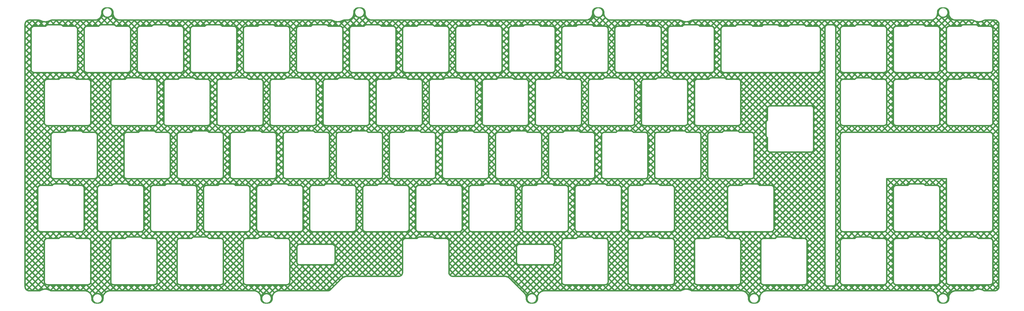
<source format=gtl>
%TF.GenerationSoftware,KiCad,Pcbnew,(6.0.7)*%
%TF.CreationDate,2022-08-11T14:43:38+08:00*%
%TF.ProjectId,SIFRLPlate,53494652-4c50-46c6-9174-652e6b696361,rev?*%
%TF.SameCoordinates,Original*%
%TF.FileFunction,Copper,L1,Top*%
%TF.FilePolarity,Positive*%
%FSLAX46Y46*%
G04 Gerber Fmt 4.6, Leading zero omitted, Abs format (unit mm)*
G04 Created by KiCad (PCBNEW (6.0.7)) date 2022-08-11 14:43:38*
%MOMM*%
%LPD*%
G01*
G04 APERTURE LIST*
G04 APERTURE END LIST*
%TA.AperFunction,NonConductor*%
G36*
X34037103Y123082814D02*
G01*
X34050000Y123080249D01*
X34062172Y123082670D01*
X34074579Y123082670D01*
X34074579Y123082030D01*
X34085358Y123082706D01*
X34271047Y123069425D01*
X34289422Y123068111D01*
X34307216Y123065553D01*
X34532965Y123016445D01*
X34550214Y123011380D01*
X34766670Y122930647D01*
X34783023Y122923179D01*
X34985790Y122812461D01*
X35000913Y122802742D01*
X35185857Y122664297D01*
X35199444Y122652524D01*
X35362806Y122489165D01*
X35374575Y122475583D01*
X35500878Y122306867D01*
X35513024Y122290642D01*
X35522744Y122275518D01*
X35633467Y122072748D01*
X35640934Y122056400D01*
X35721675Y121839934D01*
X35726737Y121822697D01*
X35733712Y121790636D01*
X35775848Y121596951D01*
X35778407Y121579157D01*
X35792996Y121375222D01*
X35792314Y121364310D01*
X35792935Y121364310D01*
X35792935Y121351902D01*
X35790514Y121339730D01*
X35792935Y121327560D01*
X35792935Y121327559D01*
X35793079Y121326835D01*
X35795500Y121302252D01*
X35795500Y121027218D01*
X35793079Y121002635D01*
X35790514Y120989740D01*
X35791807Y120983238D01*
X35792378Y120973792D01*
X35792378Y120973791D01*
X35804206Y120778193D01*
X35807877Y120717494D01*
X35810998Y120700464D01*
X35848103Y120497969D01*
X35857036Y120449217D01*
X35858170Y120445578D01*
X35858172Y120445571D01*
X35865429Y120422281D01*
X35938175Y120188823D01*
X35939742Y120185342D01*
X35939742Y120185341D01*
X35939745Y120185334D01*
X36050109Y119940107D01*
X36191206Y119706697D01*
X36193554Y119703700D01*
X36193556Y119703697D01*
X36213422Y119678340D01*
X36359410Y119491996D01*
X36552267Y119299136D01*
X36621101Y119245207D01*
X36675034Y119202953D01*
X36766964Y119130929D01*
X36770218Y119128962D01*
X36997111Y118991798D01*
X36997116Y118991796D01*
X37000372Y118989827D01*
X37249086Y118877889D01*
X37252711Y118876759D01*
X37252720Y118876756D01*
X37413261Y118826729D01*
X37509479Y118796746D01*
X37513224Y118796060D01*
X37513231Y118796058D01*
X37676856Y118766073D01*
X37777755Y118747582D01*
X37781547Y118747353D01*
X37781552Y118747352D01*
X37887923Y118740918D01*
X38043751Y118731492D01*
X38050000Y118730249D01*
X38062897Y118732814D01*
X38087476Y118735235D01*
X113837650Y118735235D01*
X113862233Y118732814D01*
X113862957Y118732670D01*
X113862958Y118732670D01*
X113875128Y118730249D01*
X113887299Y118732670D01*
X113899709Y118732670D01*
X113899709Y118732308D01*
X113910569Y118733039D01*
X114009491Y118726910D01*
X114082767Y118722370D01*
X114098218Y118720448D01*
X114207518Y118699924D01*
X114295020Y118683493D01*
X114310124Y118679676D01*
X114500841Y118618723D01*
X114515360Y118613072D01*
X114671941Y118540678D01*
X114671997Y118540652D01*
X114681171Y118534872D01*
X114681345Y118535195D01*
X114692269Y118529299D01*
X114701830Y118521387D01*
X114707939Y118519507D01*
X114715810Y118515749D01*
X114969136Y118394800D01*
X114993235Y118383294D01*
X115296499Y118273811D01*
X115299509Y118273051D01*
X115299514Y118273049D01*
X115527918Y118215344D01*
X115609099Y118194834D01*
X115612169Y118194375D01*
X115612173Y118194374D01*
X115924902Y118147595D01*
X115924909Y118147594D01*
X115927973Y118147136D01*
X115931068Y118146983D01*
X115931075Y118146982D01*
X116246891Y118131339D01*
X116250000Y118131185D01*
X116253109Y118131339D01*
X116568925Y118146982D01*
X116568932Y118146983D01*
X116572027Y118147136D01*
X116575091Y118147594D01*
X116575098Y118147595D01*
X116887827Y118194374D01*
X116887831Y118194375D01*
X116890901Y118194834D01*
X116972082Y118215344D01*
X117027064Y118229235D01*
X119170288Y118229235D01*
X119736236Y117663287D01*
X120456070Y118383121D01*
X121171662Y118383121D01*
X121891496Y117663287D01*
X122611332Y118383122D01*
X123326923Y118383122D01*
X124046759Y117663287D01*
X124766593Y118383121D01*
X125482185Y118383121D01*
X126202019Y117663287D01*
X126915552Y118376819D01*
X127643750Y118376819D01*
X128357282Y117663287D01*
X128923230Y118229235D01*
X129946594Y118229235D01*
X130512542Y117663287D01*
X131078490Y118229235D01*
X132101857Y118229235D01*
X132667805Y117663287D01*
X133233753Y118229235D01*
X134257117Y118229235D01*
X134823065Y117663287D01*
X135389013Y118229235D01*
X136412380Y118229235D01*
X136978328Y117663287D01*
X137544276Y118229235D01*
X138567640Y118229235D01*
X139133588Y117663287D01*
X139699536Y118229235D01*
X140722901Y118229235D01*
X141288850Y117663286D01*
X141854799Y118229235D01*
X142878163Y118229235D01*
X143444111Y117663287D01*
X144010059Y118229235D01*
X145033424Y118229235D01*
X145599373Y117663286D01*
X146165322Y118229235D01*
X147188687Y118229235D01*
X147754635Y117663287D01*
X148320583Y118229235D01*
X149343947Y118229235D01*
X149909896Y117663286D01*
X150475845Y118229235D01*
X151499210Y118229235D01*
X152065158Y117663287D01*
X152631106Y118229235D01*
X153654470Y118229235D01*
X154220419Y117663286D01*
X154786368Y118229235D01*
X155809733Y118229235D01*
X156375681Y117663287D01*
X156941629Y118229235D01*
X157964993Y118229235D01*
X158530941Y117663287D01*
X159096889Y118229235D01*
X160120256Y118229235D01*
X160686204Y117663287D01*
X161252152Y118229235D01*
X162275516Y118229235D01*
X162841464Y117663287D01*
X163407412Y118229235D01*
X164430779Y118229235D01*
X164996727Y117663287D01*
X165562675Y118229235D01*
X166586039Y118229235D01*
X167151987Y117663287D01*
X167717935Y118229235D01*
X168741302Y118229235D01*
X169307250Y117663287D01*
X169873198Y118229235D01*
X170896562Y118229235D01*
X171462510Y117663287D01*
X172028458Y118229235D01*
X173051825Y118229235D01*
X173617773Y117663287D01*
X174183721Y118229235D01*
X175207085Y118229235D01*
X175773033Y117663287D01*
X176338981Y118229235D01*
X177362346Y118229235D01*
X177928295Y117663286D01*
X178494244Y118229235D01*
X179517608Y118229235D01*
X180083556Y117663287D01*
X180649504Y118229235D01*
X181672869Y118229235D01*
X182238818Y117663286D01*
X182804767Y118229235D01*
X183828132Y118229235D01*
X184394080Y117663287D01*
X184960028Y118229235D01*
X185983392Y118229235D01*
X186549341Y117663286D01*
X187115290Y118229235D01*
X188138655Y118229235D01*
X188704603Y117663287D01*
X189270551Y118229235D01*
X190293915Y118229235D01*
X190859863Y117663287D01*
X191425811Y118229235D01*
X192449178Y118229235D01*
X193015126Y117663287D01*
X193581074Y118229235D01*
X194604438Y118229235D01*
X195170386Y117663287D01*
X195736334Y118229235D01*
X196759701Y118229235D01*
X197325649Y117663287D01*
X197891597Y118229235D01*
X198914961Y118229235D01*
X199480909Y117663287D01*
X200046857Y118229235D01*
X201070224Y118229235D01*
X201636172Y117663287D01*
X202202120Y118229235D01*
X203225484Y118229235D01*
X203791432Y117663287D01*
X204357380Y118229235D01*
X203225484Y118229235D01*
X202202120Y118229235D01*
X201070224Y118229235D01*
X200046857Y118229235D01*
X198914961Y118229235D01*
X197891597Y118229235D01*
X196759701Y118229235D01*
X195736334Y118229235D01*
X194604438Y118229235D01*
X193581074Y118229235D01*
X192449178Y118229235D01*
X191425811Y118229235D01*
X190293915Y118229235D01*
X189270551Y118229235D01*
X188138655Y118229235D01*
X187115290Y118229235D01*
X185983392Y118229235D01*
X184960028Y118229235D01*
X183828132Y118229235D01*
X182804767Y118229235D01*
X181672869Y118229235D01*
X180649504Y118229235D01*
X179517608Y118229235D01*
X178494244Y118229235D01*
X177362346Y118229235D01*
X176338981Y118229235D01*
X175207085Y118229235D01*
X174183721Y118229235D01*
X173051825Y118229235D01*
X172028458Y118229235D01*
X170896562Y118229235D01*
X169873198Y118229235D01*
X168741302Y118229235D01*
X167717935Y118229235D01*
X166586039Y118229235D01*
X165562675Y118229235D01*
X164430779Y118229235D01*
X163407412Y118229235D01*
X162275516Y118229235D01*
X161252152Y118229235D01*
X160120256Y118229235D01*
X159096889Y118229235D01*
X157964993Y118229235D01*
X156941629Y118229235D01*
X155809733Y118229235D01*
X154786368Y118229235D01*
X153654470Y118229235D01*
X152631106Y118229235D01*
X151499210Y118229235D01*
X150475845Y118229235D01*
X149343947Y118229235D01*
X148320583Y118229235D01*
X147188687Y118229235D01*
X146165322Y118229235D01*
X145033424Y118229235D01*
X144010059Y118229235D01*
X142878163Y118229235D01*
X141854799Y118229235D01*
X140722901Y118229235D01*
X139699536Y118229235D01*
X138567640Y118229235D01*
X137544276Y118229235D01*
X136412380Y118229235D01*
X135389013Y118229235D01*
X134257117Y118229235D01*
X133233753Y118229235D01*
X132101857Y118229235D01*
X131078490Y118229235D01*
X129946594Y118229235D01*
X128923230Y118229235D01*
X128594311Y118229235D01*
X128574433Y118227277D01*
X128562081Y118226670D01*
X128523700Y118226670D01*
X128521847Y118227214D01*
X128500699Y118226415D01*
X128421776Y118231189D01*
X205378793Y118231189D01*
X205946695Y117663287D01*
X206666529Y118383121D01*
X207382121Y118383121D01*
X208101955Y117663287D01*
X208821790Y118383121D01*
X209537382Y118383121D01*
X210257217Y117663286D01*
X210977052Y118383121D01*
X211692644Y118383121D01*
X212412478Y117663287D01*
X212989842Y118240650D01*
X213990376Y118240650D01*
X214567740Y117663286D01*
X215133689Y118229235D01*
X216157053Y118229235D01*
X216723001Y117663287D01*
X217288949Y118229235D01*
X218312314Y118229235D01*
X218878263Y117663286D01*
X219444212Y118229235D01*
X220467577Y118229235D01*
X221033525Y117663287D01*
X221599473Y118229235D01*
X222622837Y118229235D01*
X223188786Y117663286D01*
X223754735Y118229235D01*
X224778100Y118229235D01*
X225344048Y117663287D01*
X225909996Y118229235D01*
X226933360Y118229235D01*
X227499308Y117663287D01*
X228065256Y118229235D01*
X229088623Y118229235D01*
X229654571Y117663287D01*
X230220519Y118229235D01*
X231243883Y118229235D01*
X231809831Y117663287D01*
X232375779Y118229235D01*
X233399146Y118229235D01*
X233965094Y117663287D01*
X234531042Y118229235D01*
X235554406Y118229235D01*
X236120354Y117663287D01*
X236686302Y118229235D01*
X237709669Y118229235D01*
X238275617Y117663287D01*
X238841565Y118229235D01*
X237709669Y118229235D01*
X236686302Y118229235D01*
X235554406Y118229235D01*
X234531042Y118229235D01*
X233399146Y118229235D01*
X232375779Y118229235D01*
X231243883Y118229235D01*
X230220519Y118229235D01*
X229088623Y118229235D01*
X228065256Y118229235D01*
X226933360Y118229235D01*
X225909996Y118229235D01*
X224778100Y118229235D01*
X223754735Y118229235D01*
X222622837Y118229235D01*
X221599473Y118229235D01*
X220467577Y118229235D01*
X219444212Y118229235D01*
X218312314Y118229235D01*
X217288949Y118229235D01*
X216157053Y118229235D01*
X215133689Y118229235D01*
X214319311Y118229235D01*
X214299433Y118227277D01*
X214287081Y118226670D01*
X214248700Y118226670D01*
X214246847Y118227214D01*
X214225699Y118226415D01*
X213990376Y118240650D01*
X212989842Y118240650D01*
X213132314Y118383122D01*
X212968498Y118546938D01*
X212967756Y118547342D01*
X212954388Y118554881D01*
X212951097Y118556803D01*
X212717689Y118697905D01*
X212714460Y118699924D01*
X212701580Y118708252D01*
X212698420Y118710364D01*
X212685898Y118719007D01*
X212682796Y118721218D01*
X212670433Y118730315D01*
X212667402Y118732616D01*
X212452705Y118900823D01*
X212449746Y118903214D01*
X212437959Y118913037D01*
X212435070Y118915520D01*
X212423681Y118925610D01*
X212420875Y118928173D01*
X212409703Y118938689D01*
X212406968Y118941342D01*
X212328917Y119019394D01*
X211692644Y118383121D01*
X210977052Y118383121D01*
X210257217Y119102956D01*
X209537382Y118383121D01*
X208821790Y118383121D01*
X208821791Y118383122D01*
X208101956Y119102957D01*
X207382121Y118383121D01*
X206666529Y118383121D01*
X206666530Y118383122D01*
X206520810Y118528842D01*
X206519816Y118528376D01*
X206271099Y118416436D01*
X206267608Y118414928D01*
X206253438Y118409058D01*
X206249899Y118407654D01*
X206235672Y118402258D01*
X206232090Y118400961D01*
X206217580Y118395954D01*
X206213965Y118394767D01*
X205953567Y118313623D01*
X205949915Y118312546D01*
X205935132Y118308425D01*
X205931450Y118307458D01*
X205916677Y118303817D01*
X205912968Y118302962D01*
X205897971Y118299743D01*
X205894241Y118299001D01*
X205625962Y118249836D01*
X205622208Y118249206D01*
X205607037Y118246897D01*
X205603265Y118246382D01*
X205588160Y118244548D01*
X205584381Y118244146D01*
X205569102Y118242757D01*
X205565302Y118242470D01*
X205378793Y118231189D01*
X128421776Y118231189D01*
X128234703Y118242505D01*
X128230905Y118242792D01*
X128215624Y118244181D01*
X128211842Y118244583D01*
X128196738Y118246417D01*
X128192964Y118246933D01*
X128177796Y118249242D01*
X128174046Y118249871D01*
X127905770Y118299035D01*
X127902042Y118299776D01*
X127887048Y118302994D01*
X127883338Y118303849D01*
X127868564Y118307490D01*
X127864883Y118308457D01*
X127850095Y118312579D01*
X127846440Y118313657D01*
X127643750Y118376819D01*
X126915552Y118376819D01*
X126921855Y118383122D01*
X126202020Y119102957D01*
X125482185Y118383121D01*
X124766593Y118383121D01*
X124046758Y119102957D01*
X123326923Y118383122D01*
X122611332Y118383122D01*
X121891497Y119102957D01*
X121171662Y118383121D01*
X120456070Y118383121D01*
X120456071Y118383122D01*
X120455008Y118384185D01*
X120228567Y118313623D01*
X120224915Y118312546D01*
X120210132Y118308425D01*
X120206450Y118307458D01*
X120191677Y118303817D01*
X120187968Y118302962D01*
X120172971Y118299743D01*
X120169241Y118299001D01*
X119900962Y118249836D01*
X119897208Y118249206D01*
X119882037Y118246897D01*
X119878265Y118246382D01*
X119863160Y118244548D01*
X119859381Y118244146D01*
X119844102Y118242757D01*
X119840302Y118242470D01*
X119574048Y118226365D01*
X119553266Y118227152D01*
X119551054Y118226671D01*
X119512929Y118226670D01*
X119500576Y118227277D01*
X119480695Y118229235D01*
X119170288Y118229235D01*
X117027064Y118229235D01*
X117200486Y118273049D01*
X117200491Y118273051D01*
X117203501Y118273811D01*
X117506765Y118383294D01*
X117516138Y118387769D01*
X117783225Y118515288D01*
X117783226Y118515289D01*
X117792061Y118519507D01*
X117798170Y118521387D01*
X117807731Y118529299D01*
X117818656Y118535195D01*
X117818828Y118534877D01*
X117828035Y118540678D01*
X117984634Y118613080D01*
X117999152Y118618731D01*
X118189840Y118679676D01*
X118189877Y118679688D01*
X118204978Y118683503D01*
X118401779Y118720457D01*
X118417234Y118722380D01*
X118467669Y118725505D01*
X118589394Y118733046D01*
X118600292Y118732313D01*
X118600292Y118732669D01*
X118612702Y118732669D01*
X118624872Y118730249D01*
X118637238Y118732709D01*
X118637767Y118732814D01*
X118662350Y118735235D01*
X119500024Y118735235D01*
X119524603Y118732814D01*
X119537500Y118730249D01*
X119543496Y118731442D01*
X119553222Y118732030D01*
X119553223Y118732030D01*
X119805955Y118747317D01*
X119805962Y118747318D01*
X119809750Y118747547D01*
X119813486Y118748232D01*
X119813489Y118748232D01*
X120074288Y118796026D01*
X120074295Y118796028D01*
X120078029Y118796712D01*
X120338427Y118877856D01*
X120444531Y118925610D01*
X120583679Y118988236D01*
X120583686Y118988240D01*
X120587144Y118989796D01*
X120820555Y119130900D01*
X120912523Y119202953D01*
X120967873Y119246318D01*
X121035256Y119299110D01*
X121196896Y119460753D01*
X122249293Y119460753D01*
X122969128Y118740917D01*
X123523675Y119295464D01*
X123508742Y119299049D01*
X124566257Y119299049D01*
X125124389Y118740918D01*
X125844224Y119460753D01*
X125475823Y119829154D01*
X125472575Y119825641D01*
X125469143Y119822073D01*
X125455162Y119808092D01*
X125451594Y119804660D01*
X125436948Y119791122D01*
X125433251Y119787838D01*
X125253176Y119634040D01*
X125249353Y119630902D01*
X125233699Y119618561D01*
X125229757Y119615577D01*
X125213762Y119603955D01*
X125209704Y119601126D01*
X125193113Y119590039D01*
X125188941Y119587368D01*
X124987025Y119463634D01*
X124982753Y119461131D01*
X124965349Y119451385D01*
X124960987Y119449053D01*
X124943370Y119440077D01*
X124938921Y119437919D01*
X124920813Y119429571D01*
X124916279Y119427588D01*
X124697492Y119336963D01*
X124692890Y119335162D01*
X124674181Y119328259D01*
X124669502Y119326636D01*
X124650698Y119320526D01*
X124645960Y119319089D01*
X124626762Y119313675D01*
X124621977Y119312426D01*
X124566257Y119299049D01*
X123508742Y119299049D01*
X123453023Y119312426D01*
X123448238Y119313675D01*
X123429040Y119319089D01*
X123424302Y119320526D01*
X123405498Y119326636D01*
X123400819Y119328259D01*
X123382110Y119335162D01*
X123377508Y119336963D01*
X123158721Y119427588D01*
X123154187Y119429571D01*
X123136079Y119437919D01*
X123131630Y119440077D01*
X123114013Y119449053D01*
X123109651Y119451385D01*
X123092247Y119461131D01*
X123087975Y119463634D01*
X122886059Y119587368D01*
X122881887Y119590039D01*
X122865296Y119601126D01*
X122861238Y119603955D01*
X122845243Y119615577D01*
X122841301Y119618561D01*
X122825647Y119630902D01*
X122821824Y119634040D01*
X122641749Y119787838D01*
X122638052Y119791122D01*
X122623406Y119804660D01*
X122619838Y119808092D01*
X122608235Y119819695D01*
X122249293Y119460753D01*
X121196896Y119460753D01*
X121228116Y119491973D01*
X121396322Y119706677D01*
X121398309Y119709963D01*
X121480952Y119846676D01*
X121537422Y119940091D01*
X121649358Y120188810D01*
X121687622Y120311607D01*
X121729362Y120445563D01*
X121729364Y120445571D01*
X121730498Y120449209D01*
X121770204Y120665897D01*
X121778972Y120713744D01*
X121778973Y120713751D01*
X121779658Y120717490D01*
X121783329Y120778193D01*
X121795110Y120973019D01*
X121795110Y120973020D01*
X121795743Y120983491D01*
X121796986Y120989740D01*
X121794421Y121002635D01*
X121792000Y121027218D01*
X121792000Y121239735D01*
X122528348Y121239735D01*
X122528736Y121234805D01*
X122528736Y121234802D01*
X122536350Y121138055D01*
X122546928Y121003652D01*
X122548082Y120998845D01*
X122548083Y120998839D01*
X122554696Y120971294D01*
X122602211Y120773381D01*
X122604104Y120768810D01*
X122604105Y120768808D01*
X122646733Y120665897D01*
X122692836Y120554594D01*
X122816570Y120352678D01*
X122970368Y120172603D01*
X123150443Y120018805D01*
X123352359Y119895071D01*
X123356929Y119893178D01*
X123356933Y119893176D01*
X123566573Y119806340D01*
X123566575Y119806339D01*
X123571146Y119804446D01*
X123626645Y119791122D01*
X123796604Y119750318D01*
X123796610Y119750317D01*
X123801417Y119749163D01*
X124037500Y119730583D01*
X124273583Y119749163D01*
X124278390Y119750317D01*
X124278396Y119750318D01*
X124448355Y119791122D01*
X124503854Y119804446D01*
X124508425Y119806339D01*
X124508427Y119806340D01*
X124718067Y119893176D01*
X124718071Y119893178D01*
X124722641Y119895071D01*
X124924557Y120018805D01*
X125104632Y120172603D01*
X125258430Y120352678D01*
X125382164Y120554594D01*
X125428268Y120665897D01*
X125470895Y120768808D01*
X125470896Y120768810D01*
X125472789Y120773381D01*
X125520304Y120971294D01*
X125526917Y120998839D01*
X125526918Y120998845D01*
X125528072Y121003652D01*
X125546652Y121239735D01*
X125528072Y121475818D01*
X125501107Y121588138D01*
X125473944Y121701277D01*
X125472789Y121706089D01*
X125470895Y121710662D01*
X125384059Y121920302D01*
X125384057Y121920306D01*
X125382164Y121924876D01*
X125258430Y122126792D01*
X125104632Y122306867D01*
X124924557Y122460665D01*
X124722641Y122584399D01*
X124718071Y122586292D01*
X124718067Y122586294D01*
X124508427Y122673130D01*
X124508425Y122673131D01*
X124503854Y122675024D01*
X124424001Y122694195D01*
X124278396Y122729152D01*
X124278390Y122729153D01*
X124273583Y122730307D01*
X124037500Y122748887D01*
X123801417Y122730307D01*
X123796610Y122729153D01*
X123796604Y122729152D01*
X123650999Y122694195D01*
X123571146Y122675024D01*
X123566575Y122673131D01*
X123566573Y122673130D01*
X123356933Y122586294D01*
X123356929Y122586292D01*
X123352359Y122584399D01*
X123150443Y122460665D01*
X122970368Y122306867D01*
X122816570Y122126792D01*
X122692836Y121924876D01*
X122690943Y121920306D01*
X122690941Y121920302D01*
X122604105Y121710662D01*
X122602211Y121706089D01*
X122601056Y121701277D01*
X122573894Y121588138D01*
X122546928Y121475818D01*
X122529442Y121253634D01*
X122528348Y121239735D01*
X121792000Y121239735D01*
X121792000Y121302252D01*
X121794421Y121326835D01*
X121794565Y121327560D01*
X121796986Y121339730D01*
X121794566Y121351900D01*
X121794566Y121364311D01*
X121795204Y121364311D01*
X121794530Y121375094D01*
X121809128Y121579152D01*
X121811687Y121596946D01*
X121814958Y121611982D01*
X121860797Y121822685D01*
X121865861Y121839931D01*
X121897546Y121924876D01*
X121946598Y122056384D01*
X121954066Y122072736D01*
X122033170Y122217602D01*
X122064785Y122275499D01*
X122074503Y122290620D01*
X122074520Y122290642D01*
X122212948Y122475556D01*
X122224720Y122489142D01*
X122388079Y122652498D01*
X122401666Y122664271D01*
X122417574Y122676179D01*
X122586606Y122802713D01*
X122601729Y122812432D01*
X122804492Y122923147D01*
X122820845Y122930615D01*
X123037296Y123011347D01*
X123054545Y123016412D01*
X123280289Y123065519D01*
X123298083Y123068077D01*
X123502263Y123082680D01*
X123512917Y123082014D01*
X123512917Y123082670D01*
X123525330Y123082670D01*
X123537500Y123080249D01*
X123550397Y123082814D01*
X123574976Y123085235D01*
X124500024Y123085235D01*
X124524603Y123082814D01*
X124537500Y123080249D01*
X124549672Y123082670D01*
X124562079Y123082670D01*
X124562079Y123082030D01*
X124572858Y123082706D01*
X124758547Y123069425D01*
X124776922Y123068111D01*
X124794716Y123065553D01*
X125020465Y123016445D01*
X125037714Y123011380D01*
X125254170Y122930647D01*
X125270523Y122923179D01*
X125473290Y122812461D01*
X125488413Y122802742D01*
X125673357Y122664297D01*
X125686944Y122652524D01*
X125850306Y122489165D01*
X125862075Y122475583D01*
X125988378Y122306867D01*
X126000524Y122290642D01*
X126010244Y122275518D01*
X126120967Y122072748D01*
X126128434Y122056400D01*
X126209175Y121839934D01*
X126214237Y121822697D01*
X126221212Y121790636D01*
X126263348Y121596951D01*
X126265907Y121579157D01*
X126280496Y121375222D01*
X126279814Y121364310D01*
X126280435Y121364310D01*
X126280435Y121351902D01*
X126278014Y121339730D01*
X126280435Y121327560D01*
X126280435Y121327559D01*
X126280579Y121326835D01*
X126283000Y121302252D01*
X126283000Y121027218D01*
X126280579Y121002635D01*
X126278014Y120989740D01*
X126279307Y120983238D01*
X126279878Y120973792D01*
X126279878Y120973791D01*
X126291706Y120778193D01*
X126295377Y120717494D01*
X126298498Y120700464D01*
X126335603Y120497969D01*
X126344536Y120449217D01*
X126345670Y120445578D01*
X126345672Y120445571D01*
X126352929Y120422281D01*
X126425675Y120188823D01*
X126427242Y120185342D01*
X126427242Y120185341D01*
X126427245Y120185334D01*
X126537609Y119940107D01*
X126678706Y119706697D01*
X126681054Y119703700D01*
X126681056Y119703697D01*
X126700922Y119678340D01*
X126846910Y119491996D01*
X127039767Y119299136D01*
X127108601Y119245207D01*
X127162534Y119202953D01*
X127254464Y119130929D01*
X127257718Y119128962D01*
X127484611Y118991798D01*
X127484616Y118991796D01*
X127487872Y118989827D01*
X127736586Y118877889D01*
X127740211Y118876759D01*
X127740220Y118876756D01*
X127900761Y118826729D01*
X127996979Y118796746D01*
X128000724Y118796060D01*
X128000731Y118796058D01*
X128164356Y118766073D01*
X128265255Y118747582D01*
X128269047Y118747353D01*
X128269052Y118747352D01*
X128375423Y118740918D01*
X128531251Y118731492D01*
X128537500Y118730249D01*
X128550397Y118732814D01*
X128574976Y118735235D01*
X205225024Y118735235D01*
X205249603Y118732814D01*
X205262500Y118730249D01*
X205268496Y118731442D01*
X205278222Y118732030D01*
X205278223Y118732030D01*
X205530955Y118747317D01*
X205530962Y118747318D01*
X205534750Y118747547D01*
X205538486Y118748232D01*
X205538489Y118748232D01*
X205799288Y118796026D01*
X205799295Y118796028D01*
X205803029Y118796712D01*
X206063427Y118877856D01*
X206169531Y118925610D01*
X206308679Y118988236D01*
X206308686Y118988240D01*
X206312144Y118989796D01*
X206545555Y119130900D01*
X206637523Y119202953D01*
X206692873Y119246318D01*
X206760256Y119299110D01*
X206921895Y119460752D01*
X208459751Y119460752D01*
X209179586Y118740917D01*
X209669042Y119230373D01*
X209486717Y119244722D01*
X209481795Y119245207D01*
X209461988Y119247551D01*
X209457085Y119248229D01*
X209437557Y119251322D01*
X209432685Y119252192D01*
X209413125Y119256083D01*
X209408294Y119257143D01*
X209178023Y119312426D01*
X209173238Y119313675D01*
X209154040Y119319089D01*
X209149302Y119320526D01*
X209130498Y119326636D01*
X209125819Y119328259D01*
X209107110Y119335162D01*
X209102508Y119336963D01*
X208883721Y119427588D01*
X208879187Y119429571D01*
X208878927Y119429691D01*
X210646074Y119429691D01*
X211334848Y118740917D01*
X211998218Y119404287D01*
X211993985Y119410041D01*
X211991774Y119413143D01*
X211983131Y119425666D01*
X211981017Y119428831D01*
X211972693Y119441707D01*
X211970678Y119444930D01*
X211829581Y119678340D01*
X211827661Y119681627D01*
X211820124Y119694991D01*
X211819743Y119695691D01*
X211419531Y120095904D01*
X211414867Y120088294D01*
X211412196Y120084122D01*
X211401109Y120067531D01*
X211398280Y120063473D01*
X211386658Y120047478D01*
X211383674Y120043536D01*
X211371333Y120027882D01*
X211368195Y120024059D01*
X211214397Y119843984D01*
X211211113Y119840287D01*
X211197575Y119825641D01*
X211194143Y119822073D01*
X211180162Y119808092D01*
X211176594Y119804660D01*
X211161948Y119791122D01*
X211158251Y119787838D01*
X210978176Y119634040D01*
X210974353Y119630902D01*
X210958699Y119618561D01*
X210954757Y119615577D01*
X210938762Y119603955D01*
X210934704Y119601126D01*
X210918113Y119590039D01*
X210913941Y119587368D01*
X210712025Y119463634D01*
X210707753Y119461131D01*
X210690349Y119451385D01*
X210685987Y119449053D01*
X210668370Y119440077D01*
X210663921Y119437919D01*
X210646074Y119429691D01*
X208878927Y119429691D01*
X208861079Y119437919D01*
X208856630Y119440077D01*
X208839013Y119449053D01*
X208834651Y119451385D01*
X208817247Y119461131D01*
X208812975Y119463634D01*
X208611059Y119587368D01*
X208606887Y119590039D01*
X208596188Y119597189D01*
X208459751Y119460752D01*
X206921895Y119460752D01*
X206953116Y119491973D01*
X207121322Y119706677D01*
X207123309Y119709963D01*
X207205952Y119846676D01*
X207262422Y119940091D01*
X207374358Y120188810D01*
X207412622Y120311607D01*
X207454362Y120445563D01*
X207454364Y120445571D01*
X207455498Y120449209D01*
X207495204Y120665897D01*
X207503972Y120713744D01*
X207503973Y120713751D01*
X207504658Y120717490D01*
X207508329Y120778193D01*
X207520110Y120973019D01*
X207520110Y120973020D01*
X207520743Y120983491D01*
X207521986Y120989740D01*
X207519421Y121002635D01*
X207517000Y121027218D01*
X207517000Y121239735D01*
X208253348Y121239735D01*
X208253736Y121234805D01*
X208253736Y121234802D01*
X208261350Y121138055D01*
X208271928Y121003652D01*
X208273082Y120998845D01*
X208273083Y120998839D01*
X208279696Y120971294D01*
X208327211Y120773381D01*
X208329104Y120768810D01*
X208329105Y120768808D01*
X208371733Y120665897D01*
X208417836Y120554594D01*
X208541570Y120352678D01*
X208695368Y120172603D01*
X208875443Y120018805D01*
X209077359Y119895071D01*
X209081929Y119893178D01*
X209081933Y119893176D01*
X209291573Y119806340D01*
X209291575Y119806339D01*
X209296146Y119804446D01*
X209351645Y119791122D01*
X209521604Y119750318D01*
X209521610Y119750317D01*
X209526417Y119749163D01*
X209762500Y119730583D01*
X209998583Y119749163D01*
X210003390Y119750317D01*
X210003396Y119750318D01*
X210173355Y119791122D01*
X210228854Y119804446D01*
X210233425Y119806339D01*
X210233427Y119806340D01*
X210443067Y119893176D01*
X210443071Y119893178D01*
X210447641Y119895071D01*
X210649557Y120018805D01*
X210829632Y120172603D01*
X210983430Y120352678D01*
X211107164Y120554594D01*
X211153268Y120665897D01*
X211195895Y120768808D01*
X211195896Y120768810D01*
X211197789Y120773381D01*
X211245304Y120971294D01*
X211251917Y120998839D01*
X211251918Y120998845D01*
X211253072Y121003652D01*
X211271652Y121239735D01*
X211253072Y121475818D01*
X211226107Y121588138D01*
X211198944Y121701277D01*
X211197789Y121706089D01*
X211195895Y121710662D01*
X211109059Y121920302D01*
X211109057Y121920306D01*
X211107164Y121924876D01*
X210983430Y122126792D01*
X210829632Y122306867D01*
X210649557Y122460665D01*
X210447641Y122584399D01*
X210443071Y122586292D01*
X210443067Y122586294D01*
X210233427Y122673130D01*
X210233425Y122673131D01*
X210228854Y122675024D01*
X210149001Y122694195D01*
X210003396Y122729152D01*
X210003390Y122729153D01*
X209998583Y122730307D01*
X209762500Y122748887D01*
X209526417Y122730307D01*
X209521610Y122729153D01*
X209521604Y122729152D01*
X209375999Y122694195D01*
X209296146Y122675024D01*
X209291575Y122673131D01*
X209291573Y122673130D01*
X209081933Y122586294D01*
X209081929Y122586292D01*
X209077359Y122584399D01*
X208875443Y122460665D01*
X208695368Y122306867D01*
X208541570Y122126792D01*
X208417836Y121924876D01*
X208415943Y121920306D01*
X208415941Y121920302D01*
X208329105Y121710662D01*
X208327211Y121706089D01*
X208326056Y121701277D01*
X208298894Y121588138D01*
X208271928Y121475818D01*
X208254442Y121253634D01*
X208253348Y121239735D01*
X207517000Y121239735D01*
X207517000Y121302252D01*
X207519421Y121326835D01*
X207519565Y121327560D01*
X207521986Y121339730D01*
X207519566Y121351900D01*
X207519566Y121364311D01*
X207520204Y121364311D01*
X207519530Y121375094D01*
X207534128Y121579152D01*
X207536687Y121596946D01*
X207539958Y121611982D01*
X207585797Y121822685D01*
X207590861Y121839931D01*
X207622546Y121924876D01*
X207671598Y122056384D01*
X207679066Y122072736D01*
X207758170Y122217602D01*
X207789785Y122275499D01*
X207799503Y122290620D01*
X207799520Y122290642D01*
X207937948Y122475556D01*
X207949720Y122489142D01*
X208113079Y122652498D01*
X208126666Y122664271D01*
X208142574Y122676179D01*
X208311606Y122802713D01*
X208326729Y122812432D01*
X208529492Y122923147D01*
X208545845Y122930615D01*
X208762296Y123011347D01*
X208779545Y123016412D01*
X209005289Y123065519D01*
X209023083Y123068077D01*
X209227263Y123082680D01*
X209237917Y123082014D01*
X209237917Y123082670D01*
X209250330Y123082670D01*
X209262500Y123080249D01*
X209275397Y123082814D01*
X209299976Y123085235D01*
X210225024Y123085235D01*
X210249603Y123082814D01*
X210262500Y123080249D01*
X210274672Y123082670D01*
X210287079Y123082670D01*
X210287079Y123082030D01*
X210297858Y123082706D01*
X210483547Y123069425D01*
X210501922Y123068111D01*
X210519716Y123065553D01*
X210745465Y123016445D01*
X210762714Y123011380D01*
X210979170Y122930647D01*
X210995523Y122923179D01*
X211198290Y122812461D01*
X211213413Y122802742D01*
X211398357Y122664297D01*
X211411944Y122652524D01*
X211575306Y122489165D01*
X211587075Y122475583D01*
X211713378Y122306867D01*
X211725524Y122290642D01*
X211735244Y122275518D01*
X211845967Y122072748D01*
X211853434Y122056400D01*
X211934175Y121839934D01*
X211939237Y121822697D01*
X211946212Y121790636D01*
X211988348Y121596951D01*
X211990907Y121579157D01*
X212005496Y121375222D01*
X212004814Y121364310D01*
X212005435Y121364310D01*
X212005435Y121351902D01*
X212003014Y121339730D01*
X212005435Y121327560D01*
X212005435Y121327559D01*
X212005579Y121326835D01*
X212008000Y121302252D01*
X212008000Y121027218D01*
X212005579Y121002635D01*
X212003014Y120989740D01*
X212004307Y120983238D01*
X212004878Y120973792D01*
X212004878Y120973791D01*
X212016706Y120778193D01*
X212020377Y120717494D01*
X212023498Y120700464D01*
X212060603Y120497969D01*
X212069536Y120449217D01*
X212070670Y120445578D01*
X212070672Y120445571D01*
X212077929Y120422281D01*
X212150675Y120188823D01*
X212152242Y120185342D01*
X212152242Y120185341D01*
X212152245Y120185334D01*
X212262609Y119940107D01*
X212403706Y119706697D01*
X212406054Y119703700D01*
X212406056Y119703697D01*
X212425922Y119678340D01*
X212571910Y119491996D01*
X212764767Y119299136D01*
X212833601Y119245207D01*
X212887534Y119202953D01*
X212979464Y119130929D01*
X212982718Y119128962D01*
X213209611Y118991798D01*
X213209616Y118991796D01*
X213212872Y118989827D01*
X213461586Y118877889D01*
X213465211Y118876759D01*
X213465220Y118876756D01*
X213625761Y118826729D01*
X213721979Y118796746D01*
X213725724Y118796060D01*
X213725731Y118796058D01*
X213889356Y118766073D01*
X213990255Y118747582D01*
X213994047Y118747353D01*
X213994052Y118747352D01*
X214100423Y118740918D01*
X214256251Y118731492D01*
X214262500Y118730249D01*
X214275397Y118732814D01*
X214299976Y118735235D01*
X238950150Y118735235D01*
X238974733Y118732814D01*
X238975457Y118732670D01*
X238975458Y118732670D01*
X238987628Y118730249D01*
X238999799Y118732670D01*
X239012209Y118732670D01*
X239012209Y118732308D01*
X239023069Y118733039D01*
X239121991Y118726910D01*
X239195267Y118722370D01*
X239210718Y118720448D01*
X239320018Y118699924D01*
X239407520Y118683493D01*
X239422624Y118679676D01*
X239613341Y118618723D01*
X239627860Y118613072D01*
X239784441Y118540678D01*
X239784497Y118540652D01*
X239793671Y118534872D01*
X239793845Y118535195D01*
X239804769Y118529299D01*
X239814330Y118521387D01*
X239820439Y118519507D01*
X239828310Y118515749D01*
X240081636Y118394800D01*
X240105735Y118383294D01*
X240408999Y118273811D01*
X240412009Y118273051D01*
X240412014Y118273049D01*
X240640418Y118215344D01*
X240721599Y118194834D01*
X240724669Y118194375D01*
X240724673Y118194374D01*
X241037402Y118147595D01*
X241037409Y118147594D01*
X241040473Y118147136D01*
X241043568Y118146983D01*
X241043575Y118146982D01*
X241359391Y118131339D01*
X241362500Y118131185D01*
X241365609Y118131339D01*
X241681425Y118146982D01*
X241681432Y118146983D01*
X241684527Y118147136D01*
X241687591Y118147594D01*
X241687598Y118147595D01*
X242000327Y118194374D01*
X242000331Y118194375D01*
X242003401Y118194834D01*
X242084582Y118215344D01*
X242139564Y118229235D01*
X244175452Y118229235D01*
X244741400Y117663287D01*
X245307348Y118229235D01*
X246330713Y118229235D01*
X246896662Y117663286D01*
X247462611Y118229235D01*
X248485975Y118229235D01*
X249051923Y117663287D01*
X249617871Y118229235D01*
X250641236Y118229235D01*
X251207185Y117663286D01*
X251773134Y118229235D01*
X252796499Y118229235D01*
X253362447Y117663287D01*
X253928395Y118229235D01*
X254951759Y118229235D01*
X255517708Y117663286D01*
X256083657Y118229235D01*
X257107022Y118229235D01*
X257672970Y117663287D01*
X258238918Y118229235D01*
X259262282Y118229235D01*
X259828230Y117663287D01*
X260394178Y118229235D01*
X261417545Y118229235D01*
X261983493Y117663287D01*
X262549441Y118229235D01*
X263572805Y118229235D01*
X264138753Y117663287D01*
X264704701Y118229235D01*
X265728068Y118229235D01*
X266294016Y117663287D01*
X266859964Y118229235D01*
X267883328Y118229235D01*
X268449276Y117663287D01*
X269015224Y118229235D01*
X270038591Y118229235D01*
X270604539Y117663287D01*
X271170487Y118229235D01*
X272193851Y118229235D01*
X272759799Y117663287D01*
X273325747Y118229235D01*
X274349114Y118229235D01*
X274915062Y117663287D01*
X275481010Y118229235D01*
X276504374Y118229235D01*
X277070322Y117663287D01*
X277636270Y118229235D01*
X278659635Y118229235D01*
X279225584Y117663286D01*
X279791533Y118229235D01*
X280814897Y118229235D01*
X281380845Y117663287D01*
X281946793Y118229235D01*
X282970158Y118229235D01*
X283536107Y117663286D01*
X284102056Y118229235D01*
X285125420Y118229235D01*
X285691368Y117663287D01*
X286257316Y118229235D01*
X287280681Y118229235D01*
X287846630Y117663286D01*
X288412579Y118229235D01*
X289435944Y118229235D01*
X290001892Y117663287D01*
X290567840Y118229235D01*
X291591204Y118229235D01*
X292157153Y117663286D01*
X292723102Y118229235D01*
X293746467Y118229235D01*
X294312415Y117663287D01*
X294878363Y118229235D01*
X295901727Y118229235D01*
X296467675Y117663287D01*
X297033623Y118229235D01*
X298056990Y118229235D01*
X298622938Y117663287D01*
X299188886Y118229235D01*
X300212250Y118229235D01*
X300778198Y117663287D01*
X301344146Y118229235D01*
X302367513Y118229235D01*
X302933461Y117663287D01*
X303499409Y118229235D01*
X304522773Y118229235D01*
X305088721Y117663287D01*
X305654669Y118229235D01*
X306678036Y118229235D01*
X307243984Y117663287D01*
X307809932Y118229235D01*
X308833296Y118229235D01*
X309399244Y117663287D01*
X309965192Y118229235D01*
X310988559Y118229235D01*
X311554507Y117663287D01*
X312120455Y118229235D01*
X313143819Y118229235D01*
X313709767Y117663287D01*
X314275715Y118229235D01*
X315299080Y118229235D01*
X315865029Y117663286D01*
X316430978Y118229235D01*
X317454342Y118229235D01*
X318020290Y117663287D01*
X318586238Y118229235D01*
X319609603Y118229235D01*
X320175552Y117663286D01*
X320741501Y118229235D01*
X321764866Y118229235D01*
X322330814Y117663287D01*
X322896762Y118229235D01*
X323920126Y118229235D01*
X324486075Y117663286D01*
X325052024Y118229235D01*
X326075389Y118229235D01*
X326641337Y117663287D01*
X327207285Y118229235D01*
X328230649Y118229235D01*
X328796598Y117663286D01*
X329374847Y118241535D01*
X329124048Y118226365D01*
X329103266Y118227152D01*
X329101054Y118226671D01*
X329062929Y118226670D01*
X329050576Y118227277D01*
X329030695Y118229235D01*
X328230649Y118229235D01*
X327207285Y118229235D01*
X326075389Y118229235D01*
X325052024Y118229235D01*
X323920126Y118229235D01*
X322896762Y118229235D01*
X321764866Y118229235D01*
X320741501Y118229235D01*
X319609603Y118229235D01*
X318586238Y118229235D01*
X317454342Y118229235D01*
X316430978Y118229235D01*
X315299080Y118229235D01*
X314275715Y118229235D01*
X313143819Y118229235D01*
X312120455Y118229235D01*
X310988559Y118229235D01*
X309965192Y118229235D01*
X308833296Y118229235D01*
X307809932Y118229235D01*
X306678036Y118229235D01*
X305654669Y118229235D01*
X304522773Y118229235D01*
X303499409Y118229235D01*
X302367513Y118229235D01*
X301344146Y118229235D01*
X300212250Y118229235D01*
X299188886Y118229235D01*
X298056990Y118229235D01*
X297033623Y118229235D01*
X295901727Y118229235D01*
X294878363Y118229235D01*
X293746467Y118229235D01*
X292723102Y118229235D01*
X291591204Y118229235D01*
X290567840Y118229235D01*
X289435944Y118229235D01*
X288412579Y118229235D01*
X287280681Y118229235D01*
X286257316Y118229235D01*
X285125420Y118229235D01*
X284102056Y118229235D01*
X282970158Y118229235D01*
X281946793Y118229235D01*
X280814897Y118229235D01*
X279791533Y118229235D01*
X278659635Y118229235D01*
X277636270Y118229235D01*
X276504374Y118229235D01*
X275481010Y118229235D01*
X274349114Y118229235D01*
X273325747Y118229235D01*
X272193851Y118229235D01*
X271170487Y118229235D01*
X270038591Y118229235D01*
X269015224Y118229235D01*
X267883328Y118229235D01*
X266859964Y118229235D01*
X265728068Y118229235D01*
X264704701Y118229235D01*
X263572805Y118229235D01*
X262549441Y118229235D01*
X261417545Y118229235D01*
X260394178Y118229235D01*
X259262282Y118229235D01*
X258238918Y118229235D01*
X257107022Y118229235D01*
X256083657Y118229235D01*
X254951759Y118229235D01*
X253928395Y118229235D01*
X252796499Y118229235D01*
X251773134Y118229235D01*
X250641236Y118229235D01*
X249617871Y118229235D01*
X248485975Y118229235D01*
X247462611Y118229235D01*
X246330713Y118229235D01*
X245307348Y118229235D01*
X244175452Y118229235D01*
X242139564Y118229235D01*
X242312986Y118273049D01*
X242312991Y118273051D01*
X242316001Y118273811D01*
X242618789Y118383122D01*
X330232024Y118383122D01*
X330951860Y117663287D01*
X331671694Y118383121D01*
X332387286Y118383121D01*
X333107120Y117663287D01*
X333826956Y118383122D01*
X334542547Y118383122D01*
X335262383Y117663287D01*
X335982217Y118383121D01*
X335982216Y118383122D01*
X336697808Y118383122D01*
X337417643Y117663287D01*
X337983591Y118229235D01*
X339006958Y118229235D01*
X339572906Y117663287D01*
X340138854Y118229235D01*
X341162218Y118229235D01*
X341728166Y117663287D01*
X342294114Y118229235D01*
X343317481Y118229235D01*
X343883429Y117663287D01*
X344176959Y117956817D01*
X347900422Y117956817D01*
X348193952Y117663287D01*
X348757335Y118226670D01*
X348712803Y118226669D01*
X348712059Y118226706D01*
X348584520Y118218804D01*
X348433994Y118190539D01*
X348288117Y118143915D01*
X348172049Y118090253D01*
X348171479Y118089908D01*
X348138889Y118072319D01*
X348137810Y118072090D01*
X348122574Y118062882D01*
X347900422Y117956817D01*
X344176959Y117956817D01*
X344381687Y118161545D01*
X344291002Y118190528D01*
X344140474Y118218794D01*
X344012849Y118226701D01*
X344012209Y118226670D01*
X343963044Y118226670D01*
X343950694Y118227277D01*
X343930814Y118229235D01*
X343317481Y118229235D01*
X342294114Y118229235D01*
X341162218Y118229235D01*
X340138854Y118229235D01*
X339006958Y118229235D01*
X337983591Y118229235D01*
X337984760Y118230404D01*
X337784703Y118242505D01*
X337780905Y118242792D01*
X337765624Y118244181D01*
X337761842Y118244583D01*
X337746738Y118246417D01*
X337742964Y118246933D01*
X337727796Y118249242D01*
X337724046Y118249871D01*
X337455770Y118299035D01*
X337452042Y118299776D01*
X337437048Y118302994D01*
X337433338Y118303849D01*
X337418564Y118307490D01*
X337414883Y118308457D01*
X337400095Y118312579D01*
X337396440Y118313657D01*
X337136047Y118394800D01*
X337132428Y118395989D01*
X337117914Y118400998D01*
X337114333Y118402294D01*
X337100107Y118407690D01*
X337096570Y118409093D01*
X337082405Y118414961D01*
X337078916Y118416469D01*
X336839092Y118524406D01*
X336697808Y118383122D01*
X335982216Y118383122D01*
X335262382Y119102957D01*
X334542547Y118383122D01*
X333826956Y118383122D01*
X333107121Y119102957D01*
X332387286Y118383121D01*
X331671694Y118383121D01*
X331028277Y119026539D01*
X330943055Y118941316D01*
X330940320Y118938663D01*
X330929148Y118928147D01*
X330926342Y118925584D01*
X330914953Y118915494D01*
X330912064Y118913011D01*
X330900277Y118903188D01*
X330897318Y118900797D01*
X330682617Y118732587D01*
X330679586Y118730286D01*
X330667223Y118721189D01*
X330664121Y118718978D01*
X330651599Y118710335D01*
X330648439Y118708223D01*
X330635559Y118699895D01*
X330632330Y118697876D01*
X330416000Y118567098D01*
X330232024Y118383122D01*
X242618789Y118383122D01*
X242619265Y118383294D01*
X242628638Y118387769D01*
X242895725Y118515288D01*
X242895726Y118515289D01*
X242904561Y118519507D01*
X242910670Y118521387D01*
X242920231Y118529299D01*
X242931156Y118535195D01*
X242931328Y118534877D01*
X242940535Y118540678D01*
X243097134Y118613080D01*
X243111652Y118618731D01*
X243302340Y118679676D01*
X243302377Y118679688D01*
X243317478Y118683503D01*
X243514279Y118720457D01*
X243529734Y118722380D01*
X243580169Y118725505D01*
X243701894Y118733046D01*
X243712792Y118732313D01*
X243712792Y118732669D01*
X243725202Y118732669D01*
X243737372Y118730249D01*
X243749738Y118732709D01*
X243750267Y118732814D01*
X243774850Y118735235D01*
X329050024Y118735235D01*
X329074603Y118732814D01*
X329087500Y118730249D01*
X329093496Y118731442D01*
X329103222Y118732030D01*
X329103223Y118732030D01*
X329355955Y118747317D01*
X329355962Y118747318D01*
X329359750Y118747547D01*
X329363486Y118748232D01*
X329363489Y118748232D01*
X329624288Y118796026D01*
X329624295Y118796028D01*
X329628029Y118796712D01*
X329888427Y118877856D01*
X329994531Y118925610D01*
X330133679Y118988236D01*
X330133686Y118988240D01*
X330137144Y118989796D01*
X330370555Y119130900D01*
X330462523Y119202953D01*
X330517873Y119246318D01*
X330585256Y119299110D01*
X330698702Y119412558D01*
X331357849Y119412558D01*
X332029490Y118740918D01*
X332519992Y119231419D01*
X333694250Y119231419D01*
X334184752Y118740917D01*
X334904587Y119460752D01*
X334762361Y119602978D01*
X334759704Y119601126D01*
X334743113Y119590039D01*
X334738941Y119587368D01*
X334537025Y119463634D01*
X334532753Y119461131D01*
X334515349Y119451385D01*
X334510987Y119449053D01*
X334493370Y119440077D01*
X334488921Y119437919D01*
X334470813Y119429571D01*
X334466279Y119427588D01*
X334247492Y119336963D01*
X334242890Y119335162D01*
X334224181Y119328259D01*
X334219502Y119326636D01*
X334200698Y119320526D01*
X334195960Y119319089D01*
X334176762Y119313675D01*
X334171977Y119312426D01*
X333941706Y119257143D01*
X333936875Y119256083D01*
X333917315Y119252192D01*
X333912443Y119251322D01*
X333892915Y119248229D01*
X333888012Y119247551D01*
X333868205Y119245207D01*
X333863283Y119244722D01*
X333694250Y119231419D01*
X332519992Y119231419D01*
X332713982Y119425409D01*
X332708721Y119427588D01*
X332704187Y119429571D01*
X332686079Y119437919D01*
X332681630Y119440077D01*
X332664013Y119449053D01*
X332659651Y119451385D01*
X332642247Y119461131D01*
X332637975Y119463634D01*
X332436059Y119587368D01*
X332431887Y119590039D01*
X332415296Y119601126D01*
X332411238Y119603955D01*
X332395243Y119615577D01*
X332391301Y119618561D01*
X332375647Y119630902D01*
X332371824Y119634040D01*
X332191749Y119787838D01*
X332188052Y119791122D01*
X332173406Y119804660D01*
X332169838Y119808092D01*
X332155857Y119822073D01*
X332152425Y119825641D01*
X332138887Y119840287D01*
X332135603Y119843984D01*
X331981805Y120024059D01*
X331978667Y120027882D01*
X331966326Y120043536D01*
X331963342Y120047478D01*
X331951720Y120063473D01*
X331948891Y120067531D01*
X331937804Y120084122D01*
X331935938Y120087036D01*
X331510093Y119661191D01*
X331379350Y119444910D01*
X331377332Y119441682D01*
X331369002Y119428798D01*
X331366888Y119425635D01*
X331358245Y119413113D01*
X331357849Y119412558D01*
X330698702Y119412558D01*
X330778116Y119491973D01*
X330946322Y119706677D01*
X330948309Y119709963D01*
X331030952Y119846676D01*
X331087422Y119940091D01*
X331199358Y120188810D01*
X331237622Y120311607D01*
X331279362Y120445563D01*
X331279364Y120445571D01*
X331280498Y120449209D01*
X331320204Y120665897D01*
X331328972Y120713744D01*
X331328973Y120713751D01*
X331329658Y120717490D01*
X331333329Y120778193D01*
X331345110Y120973019D01*
X331345110Y120973020D01*
X331345743Y120983491D01*
X331346986Y120989740D01*
X331344421Y121002635D01*
X331342000Y121027218D01*
X331342000Y121239735D01*
X332078348Y121239735D01*
X332078736Y121234805D01*
X332078736Y121234802D01*
X332086350Y121138055D01*
X332096928Y121003652D01*
X332098082Y120998845D01*
X332098083Y120998839D01*
X332104696Y120971294D01*
X332152211Y120773381D01*
X332154104Y120768810D01*
X332154105Y120768808D01*
X332196733Y120665897D01*
X332242836Y120554594D01*
X332366570Y120352678D01*
X332520368Y120172603D01*
X332700443Y120018805D01*
X332902359Y119895071D01*
X332906929Y119893178D01*
X332906933Y119893176D01*
X333116573Y119806340D01*
X333116575Y119806339D01*
X333121146Y119804446D01*
X333176645Y119791122D01*
X333346604Y119750318D01*
X333346610Y119750317D01*
X333351417Y119749163D01*
X333587500Y119730583D01*
X333823583Y119749163D01*
X333828390Y119750317D01*
X333828396Y119750318D01*
X333998355Y119791122D01*
X334053854Y119804446D01*
X334058425Y119806339D01*
X334058427Y119806340D01*
X334268067Y119893176D01*
X334268071Y119893178D01*
X334272641Y119895071D01*
X334474557Y120018805D01*
X334654632Y120172603D01*
X334808430Y120352678D01*
X334932164Y120554594D01*
X334978268Y120665897D01*
X335020895Y120768808D01*
X335020896Y120768810D01*
X335022789Y120773381D01*
X335070304Y120971294D01*
X335076917Y120998839D01*
X335076918Y120998845D01*
X335078072Y121003652D01*
X335096652Y121239735D01*
X335078072Y121475818D01*
X335051107Y121588138D01*
X335023944Y121701277D01*
X335022789Y121706089D01*
X335020895Y121710662D01*
X334934059Y121920302D01*
X334934057Y121920306D01*
X334932164Y121924876D01*
X334808430Y122126792D01*
X334654632Y122306867D01*
X334474557Y122460665D01*
X334272641Y122584399D01*
X334268071Y122586292D01*
X334268067Y122586294D01*
X334058427Y122673130D01*
X334058425Y122673131D01*
X334053854Y122675024D01*
X333974001Y122694195D01*
X333828396Y122729152D01*
X333828390Y122729153D01*
X333823583Y122730307D01*
X333587500Y122748887D01*
X333351417Y122730307D01*
X333346610Y122729153D01*
X333346604Y122729152D01*
X333200999Y122694195D01*
X333121146Y122675024D01*
X333116575Y122673131D01*
X333116573Y122673130D01*
X332906933Y122586294D01*
X332906929Y122586292D01*
X332902359Y122584399D01*
X332700443Y122460665D01*
X332520368Y122306867D01*
X332366570Y122126792D01*
X332242836Y121924876D01*
X332240943Y121920306D01*
X332240941Y121920302D01*
X332154105Y121710662D01*
X332152211Y121706089D01*
X332151056Y121701277D01*
X332123894Y121588138D01*
X332096928Y121475818D01*
X332079442Y121253634D01*
X332078348Y121239735D01*
X331342000Y121239735D01*
X331342000Y121302252D01*
X331344421Y121326835D01*
X331344565Y121327560D01*
X331346986Y121339730D01*
X331344566Y121351900D01*
X331344566Y121364311D01*
X331345204Y121364311D01*
X331344530Y121375094D01*
X331359128Y121579152D01*
X331361687Y121596946D01*
X331364958Y121611982D01*
X331410797Y121822685D01*
X331415861Y121839931D01*
X331447546Y121924876D01*
X331496598Y122056384D01*
X331504066Y122072736D01*
X331583170Y122217602D01*
X331614785Y122275499D01*
X331624503Y122290620D01*
X331624520Y122290642D01*
X331762948Y122475556D01*
X331774720Y122489142D01*
X331938079Y122652498D01*
X331951666Y122664271D01*
X331967574Y122676179D01*
X332136606Y122802713D01*
X332151729Y122812432D01*
X332354492Y122923147D01*
X332370845Y122930615D01*
X332587296Y123011347D01*
X332604545Y123016412D01*
X332830289Y123065519D01*
X332848083Y123068077D01*
X333052263Y123082680D01*
X333062917Y123082014D01*
X333062917Y123082670D01*
X333075330Y123082670D01*
X333087500Y123080249D01*
X333100397Y123082814D01*
X333124976Y123085235D01*
X334050024Y123085235D01*
X334074603Y123082814D01*
X334087500Y123080249D01*
X334099672Y123082670D01*
X334112079Y123082670D01*
X334112079Y123082030D01*
X334122858Y123082706D01*
X334308547Y123069425D01*
X334326922Y123068111D01*
X334344716Y123065553D01*
X334570465Y123016445D01*
X334587714Y123011380D01*
X334804170Y122930647D01*
X334820523Y122923179D01*
X335023290Y122812461D01*
X335038413Y122802742D01*
X335223357Y122664297D01*
X335236944Y122652524D01*
X335400306Y122489165D01*
X335412075Y122475583D01*
X335538378Y122306867D01*
X335550524Y122290642D01*
X335560244Y122275518D01*
X335670967Y122072748D01*
X335678434Y122056400D01*
X335759175Y121839934D01*
X335764237Y121822697D01*
X335771212Y121790636D01*
X335813348Y121596951D01*
X335815907Y121579157D01*
X335830496Y121375222D01*
X335829814Y121364310D01*
X335830435Y121364310D01*
X335830435Y121351902D01*
X335828014Y121339730D01*
X335830435Y121327560D01*
X335830435Y121327559D01*
X335830579Y121326835D01*
X335833000Y121302252D01*
X335833000Y121027218D01*
X335830579Y121002635D01*
X335828014Y120989740D01*
X335829307Y120983238D01*
X335829878Y120973792D01*
X335829878Y120973791D01*
X335841706Y120778193D01*
X335845377Y120717494D01*
X335848498Y120700464D01*
X335885603Y120497969D01*
X335894536Y120449217D01*
X335895670Y120445578D01*
X335895672Y120445571D01*
X335902929Y120422281D01*
X335975675Y120188823D01*
X335977242Y120185342D01*
X335977242Y120185341D01*
X335977245Y120185334D01*
X336087609Y119940107D01*
X336228706Y119706697D01*
X336231054Y119703700D01*
X336231056Y119703697D01*
X336250922Y119678340D01*
X336396910Y119491996D01*
X336589767Y119299136D01*
X336658601Y119245207D01*
X336712534Y119202953D01*
X336804464Y119130929D01*
X336807718Y119128962D01*
X337034611Y118991798D01*
X337034616Y118991796D01*
X337037872Y118989827D01*
X337286586Y118877889D01*
X337290211Y118876759D01*
X337290220Y118876756D01*
X337450761Y118826729D01*
X337546979Y118796746D01*
X337550724Y118796060D01*
X337550731Y118796058D01*
X337714356Y118766073D01*
X337815255Y118747582D01*
X337819047Y118747353D01*
X337819052Y118747352D01*
X337925423Y118740918D01*
X338081251Y118731492D01*
X338087500Y118730249D01*
X338100397Y118732814D01*
X338124976Y118735235D01*
X343950150Y118735235D01*
X343974733Y118732814D01*
X343975457Y118732670D01*
X343975458Y118732670D01*
X343987628Y118730249D01*
X343999799Y118732670D01*
X344012209Y118732670D01*
X344012209Y118732308D01*
X344023069Y118733039D01*
X344121991Y118726910D01*
X344195267Y118722370D01*
X344210718Y118720448D01*
X344320018Y118699924D01*
X344407520Y118683493D01*
X344422624Y118679676D01*
X344613341Y118618723D01*
X344627860Y118613072D01*
X344784441Y118540678D01*
X344784497Y118540652D01*
X344793671Y118534872D01*
X344793845Y118535195D01*
X344804769Y118529299D01*
X344814330Y118521387D01*
X344820439Y118519507D01*
X344828310Y118515749D01*
X345081636Y118394800D01*
X345105735Y118383294D01*
X345408999Y118273811D01*
X345412009Y118273051D01*
X345412014Y118273049D01*
X345640418Y118215344D01*
X345721599Y118194834D01*
X345724669Y118194375D01*
X345724673Y118194374D01*
X346037402Y118147595D01*
X346037409Y118147594D01*
X346040473Y118147136D01*
X346043568Y118146983D01*
X346043575Y118146982D01*
X346359391Y118131339D01*
X346362500Y118131185D01*
X346365609Y118131339D01*
X346681425Y118146982D01*
X346681432Y118146983D01*
X346684527Y118147136D01*
X346687591Y118147594D01*
X346687598Y118147595D01*
X347000327Y118194374D01*
X347000331Y118194375D01*
X347003401Y118194834D01*
X347084582Y118215344D01*
X347139564Y118229235D01*
X349783264Y118229235D01*
X350349212Y117663287D01*
X350915160Y118229235D01*
X351938525Y118229235D01*
X352504474Y117663286D01*
X352833768Y117992580D01*
X352781937Y118031380D01*
X352626881Y118116045D01*
X352461347Y118177786D01*
X352288717Y118215339D01*
X352130288Y118226670D01*
X352087919Y118226670D01*
X352075567Y118227277D01*
X352055689Y118229235D01*
X351938525Y118229235D01*
X350915160Y118229235D01*
X349783264Y118229235D01*
X347139564Y118229235D01*
X347312986Y118273049D01*
X347312991Y118273051D01*
X347316001Y118273811D01*
X347619265Y118383294D01*
X347628638Y118387769D01*
X347895725Y118515288D01*
X347895726Y118515289D01*
X347904561Y118519507D01*
X347910670Y118521387D01*
X347920231Y118529299D01*
X347931156Y118535195D01*
X347931328Y118534877D01*
X347940535Y118540678D01*
X348097134Y118613080D01*
X348111652Y118618731D01*
X348302340Y118679676D01*
X348302377Y118679688D01*
X348317478Y118683503D01*
X348514279Y118720457D01*
X348529734Y118722380D01*
X348580169Y118725505D01*
X348701894Y118733046D01*
X348712792Y118732313D01*
X348712792Y118732669D01*
X348725202Y118732669D01*
X348737372Y118730249D01*
X348749738Y118732709D01*
X348750267Y118732814D01*
X348774850Y118735235D01*
X352075024Y118735235D01*
X352099603Y118732814D01*
X352112500Y118730249D01*
X352124672Y118732670D01*
X352137079Y118732670D01*
X352137079Y118732030D01*
X352147858Y118732706D01*
X352319121Y118720457D01*
X352351922Y118718111D01*
X352369716Y118715553D01*
X352595465Y118666445D01*
X352612714Y118661380D01*
X352829170Y118580647D01*
X352845523Y118573179D01*
X353048290Y118462461D01*
X353063413Y118452742D01*
X353248357Y118314297D01*
X353261944Y118302524D01*
X353425306Y118139165D01*
X353437075Y118125583D01*
X353536643Y117992580D01*
X353575524Y117940642D01*
X353585244Y117925518D01*
X353695967Y117722748D01*
X353703434Y117706400D01*
X353784175Y117489934D01*
X353789237Y117472697D01*
X353825613Y117305490D01*
X353838348Y117246951D01*
X353840907Y117229157D01*
X353855496Y117025222D01*
X353854814Y117014310D01*
X353855435Y117014310D01*
X353855435Y117001902D01*
X353853014Y116989730D01*
X353855435Y116977560D01*
X353855435Y116977559D01*
X353855579Y116976835D01*
X353858000Y116952252D01*
X353858000Y22827206D01*
X353855581Y22802635D01*
X353853014Y22789730D01*
X353855436Y22777558D01*
X353855436Y22765146D01*
X353854797Y22765146D01*
X353855471Y22754365D01*
X353840881Y22550316D01*
X353840880Y22550306D01*
X353838323Y22532518D01*
X353818394Y22440897D01*
X353789217Y22306764D01*
X353784152Y22289515D01*
X353703421Y22073056D01*
X353695953Y22056704D01*
X353585247Y21853953D01*
X353585239Y21853939D01*
X353575523Y21838819D01*
X353437067Y21653860D01*
X353425306Y21640287D01*
X353274778Y21489756D01*
X353261944Y21476922D01*
X353248359Y21465150D01*
X353088165Y21345228D01*
X353063409Y21326696D01*
X353048286Y21316978D01*
X352845582Y21206292D01*
X352845522Y21206259D01*
X352829183Y21198796D01*
X352612708Y21118054D01*
X352595465Y21112992D01*
X352463263Y21084232D01*
X352369718Y21063882D01*
X352351929Y21061324D01*
X352292864Y21057100D01*
X352147991Y21046739D01*
X352137080Y21047420D01*
X352137080Y21046800D01*
X352124672Y21046800D01*
X352112500Y21049221D01*
X352099603Y21046656D01*
X352075024Y21044235D01*
X348774850Y21044235D01*
X348750267Y21046656D01*
X348749543Y21046800D01*
X348749542Y21046800D01*
X348737372Y21049221D01*
X348725201Y21046800D01*
X348712791Y21046800D01*
X348712791Y21047162D01*
X348701931Y21046431D01*
X348574899Y21054302D01*
X348529739Y21057100D01*
X348514279Y21059023D01*
X348513577Y21059155D01*
X348394193Y21081573D01*
X348317487Y21095977D01*
X348302382Y21099794D01*
X348111660Y21160751D01*
X348097145Y21166401D01*
X347940479Y21238838D01*
X347922573Y21250120D01*
X347922223Y21249583D01*
X347916206Y21253503D01*
X347910675Y21258080D01*
X347910673Y21258081D01*
X347910670Y21258083D01*
X347904561Y21259963D01*
X347866615Y21278080D01*
X347622070Y21394837D01*
X347622066Y21394839D01*
X347619265Y21396176D01*
X347316001Y21505659D01*
X347312991Y21506419D01*
X347312986Y21506421D01*
X347139564Y21550235D01*
X349783257Y21550235D01*
X350915167Y21550235D01*
X351938518Y21550235D01*
X352055689Y21550235D01*
X352075567Y21552193D01*
X352087919Y21552800D01*
X352130772Y21552800D01*
X352288722Y21564096D01*
X352461345Y21601650D01*
X352626876Y21663389D01*
X352781927Y21748054D01*
X352833788Y21786877D01*
X352504474Y22116191D01*
X351938518Y21550235D01*
X350915167Y21550235D01*
X350349212Y22116190D01*
X349783257Y21550235D01*
X347139564Y21550235D01*
X347006413Y21583875D01*
X347006414Y21583875D01*
X347003401Y21584636D01*
X347000331Y21585095D01*
X347000327Y21585096D01*
X346687598Y21631875D01*
X346687591Y21631876D01*
X346684527Y21632334D01*
X346681432Y21632487D01*
X346681425Y21632488D01*
X346365609Y21648131D01*
X346362500Y21648285D01*
X346359391Y21648131D01*
X346043575Y21632488D01*
X346043568Y21632487D01*
X346040473Y21632334D01*
X346037409Y21631876D01*
X346037402Y21631875D01*
X345724673Y21585096D01*
X345724669Y21585095D01*
X345721599Y21584636D01*
X345718586Y21583875D01*
X345718587Y21583875D01*
X345412014Y21506421D01*
X345412009Y21506419D01*
X345408999Y21505659D01*
X345105735Y21396176D01*
X345102934Y21394839D01*
X345102930Y21394837D01*
X344821833Y21260629D01*
X344821832Y21260628D01*
X344820439Y21259963D01*
X344814330Y21258083D01*
X344814327Y21258081D01*
X344814325Y21258080D01*
X344808795Y21253503D01*
X344802779Y21249584D01*
X344802434Y21250114D01*
X344784466Y21238792D01*
X344627863Y21166384D01*
X344613347Y21160734D01*
X344422622Y21099776D01*
X344407518Y21095960D01*
X344210725Y21059005D01*
X344195264Y21057081D01*
X344150408Y21054302D01*
X344023142Y21046417D01*
X344012209Y21047153D01*
X344012209Y21046801D01*
X343999798Y21046801D01*
X343987628Y21049221D01*
X343975458Y21046800D01*
X343974733Y21046656D01*
X343950150Y21044235D01*
X338124976Y21044235D01*
X338100397Y21046656D01*
X338087500Y21049221D01*
X338080998Y21047928D01*
X337906573Y21037377D01*
X337819054Y21032083D01*
X337819050Y21032082D01*
X337815256Y21031853D01*
X337546983Y20982691D01*
X337286590Y20901551D01*
X337283120Y20899989D01*
X337283114Y20899987D01*
X337145607Y20838100D01*
X337037877Y20789615D01*
X337034614Y20787643D01*
X337034615Y20787643D01*
X336807720Y20650482D01*
X336807716Y20650479D01*
X336804470Y20648517D01*
X336589771Y20480314D01*
X336396912Y20287459D01*
X336394564Y20284463D01*
X336394563Y20284461D01*
X336288096Y20148568D01*
X336228705Y20072763D01*
X336169618Y19975024D01*
X336115978Y19886294D01*
X336087603Y19839358D01*
X336086043Y19835891D01*
X336086041Y19835888D01*
X336045049Y19744811D01*
X335975663Y19590646D01*
X335952037Y19514832D01*
X335895655Y19333903D01*
X335894518Y19330256D01*
X335893835Y19326527D01*
X335893832Y19326515D01*
X335878196Y19241198D01*
X335845351Y19061983D01*
X335845122Y19058196D01*
X335845121Y19058189D01*
X335836705Y18919091D01*
X335829257Y18795989D01*
X335828014Y18789740D01*
X335830580Y18776840D01*
X335833000Y18752264D01*
X335833000Y18477206D01*
X335830581Y18452635D01*
X335828014Y18439730D01*
X335830436Y18427558D01*
X335830436Y18415146D01*
X335829797Y18415146D01*
X335830471Y18404365D01*
X335820665Y18267221D01*
X335815881Y18200313D01*
X335815880Y18200306D01*
X335813323Y18182519D01*
X335789584Y18073381D01*
X335764217Y17956764D01*
X335759152Y17939515D01*
X335678421Y17723056D01*
X335670957Y17706711D01*
X335582361Y17544453D01*
X335560239Y17503939D01*
X335550526Y17488824D01*
X335412067Y17303860D01*
X335400309Y17290290D01*
X335236974Y17126952D01*
X335236944Y17126922D01*
X335223359Y17115150D01*
X335038432Y16976713D01*
X335038409Y16976696D01*
X335023286Y16966978D01*
X334820555Y16856277D01*
X334820522Y16856259D01*
X334804183Y16848796D01*
X334587708Y16768054D01*
X334570465Y16762992D01*
X334438263Y16734232D01*
X334344718Y16713882D01*
X334326929Y16711324D01*
X334267280Y16707058D01*
X334122991Y16696739D01*
X334112080Y16697420D01*
X334112080Y16696800D01*
X334099672Y16696800D01*
X334087500Y16699221D01*
X334074603Y16696656D01*
X334050024Y16694235D01*
X333124976Y16694235D01*
X333100397Y16696656D01*
X333087500Y16699221D01*
X333075328Y16696800D01*
X333062921Y16696800D01*
X333062921Y16697440D01*
X333052142Y16696764D01*
X332848572Y16711324D01*
X332848083Y16711359D01*
X332830289Y16713918D01*
X332604540Y16763027D01*
X332587290Y16768092D01*
X332439476Y16823225D01*
X332370844Y16848824D01*
X332354492Y16856291D01*
X332151729Y16967009D01*
X332136614Y16976722D01*
X331951660Y17115180D01*
X331938083Y17126945D01*
X331938076Y17126952D01*
X331774721Y17290310D01*
X331762960Y17303883D01*
X331624507Y17488838D01*
X331614791Y17503958D01*
X331580119Y17567458D01*
X331504079Y17706719D01*
X331496611Y17723071D01*
X331449941Y17848203D01*
X331415880Y17939528D01*
X331410818Y17956769D01*
X331361712Y18182519D01*
X331359154Y18200313D01*
X331351412Y18308586D01*
X331344554Y18404499D01*
X331345222Y18415148D01*
X331344564Y18415148D01*
X331344564Y18427557D01*
X331346986Y18439730D01*
X331344419Y18452635D01*
X331342000Y18477206D01*
X331342000Y18539735D01*
X332078348Y18539735D01*
X332078736Y18534805D01*
X332078736Y18534802D01*
X332085203Y18452628D01*
X332096928Y18303652D01*
X332098082Y18298845D01*
X332098083Y18298839D01*
X332129617Y18167492D01*
X332152211Y18073381D01*
X332154104Y18068810D01*
X332154105Y18068808D01*
X332224356Y17899209D01*
X332242836Y17854594D01*
X332366570Y17652678D01*
X332520368Y17472603D01*
X332700443Y17318805D01*
X332902359Y17195071D01*
X332906929Y17193178D01*
X332906933Y17193176D01*
X333116573Y17106340D01*
X333116575Y17106339D01*
X333121146Y17104446D01*
X333200999Y17085275D01*
X333346604Y17050318D01*
X333346610Y17050317D01*
X333351417Y17049163D01*
X333587500Y17030583D01*
X333823583Y17049163D01*
X333828390Y17050317D01*
X333828396Y17050318D01*
X333974001Y17085275D01*
X334053854Y17104446D01*
X334058425Y17106339D01*
X334058427Y17106340D01*
X334268067Y17193176D01*
X334268071Y17193178D01*
X334272641Y17195071D01*
X334474557Y17318805D01*
X334654632Y17472603D01*
X334808430Y17652678D01*
X334932164Y17854594D01*
X334950645Y17899209D01*
X335020895Y18068808D01*
X335020896Y18068810D01*
X335022789Y18073381D01*
X335045383Y18167492D01*
X335076917Y18298839D01*
X335076918Y18298845D01*
X335078072Y18303652D01*
X335096652Y18539735D01*
X335078072Y18775818D01*
X335074732Y18789734D01*
X335023944Y19001277D01*
X335022789Y19006089D01*
X335020895Y19010662D01*
X334934059Y19220302D01*
X334934057Y19220306D01*
X334932164Y19224876D01*
X334808430Y19426792D01*
X334654632Y19606867D01*
X334474557Y19760665D01*
X334272641Y19884399D01*
X334268071Y19886292D01*
X334268067Y19886294D01*
X334058427Y19973130D01*
X334058425Y19973131D01*
X334053854Y19975024D01*
X333974001Y19994195D01*
X333828396Y20029152D01*
X333828390Y20029153D01*
X333823583Y20030307D01*
X333587500Y20048887D01*
X333351417Y20030307D01*
X333346610Y20029153D01*
X333346604Y20029152D01*
X333200999Y19994195D01*
X333121146Y19975024D01*
X333116575Y19973131D01*
X333116573Y19973130D01*
X332906933Y19886294D01*
X332906929Y19886292D01*
X332902359Y19884399D01*
X332700443Y19760665D01*
X332520368Y19606867D01*
X332366570Y19426792D01*
X332242836Y19224876D01*
X332240943Y19220306D01*
X332240941Y19220302D01*
X332154105Y19010662D01*
X332152211Y19006089D01*
X332151056Y19001277D01*
X332100269Y18789734D01*
X332096928Y18775818D01*
X332079442Y18553634D01*
X332078348Y18539735D01*
X331342000Y18539735D01*
X331342000Y18752264D01*
X331344420Y18776840D01*
X331346986Y18789740D01*
X331345793Y18795736D01*
X331337428Y18933983D01*
X331329913Y19058192D01*
X331329912Y19058198D01*
X331329683Y19061987D01*
X331300669Y19220302D01*
X331281202Y19326523D01*
X331281200Y19326529D01*
X331280516Y19330264D01*
X331199369Y19590659D01*
X331142957Y19715997D01*
X331088990Y19835905D01*
X331088985Y19835914D01*
X331087428Y19839374D01*
X331075177Y19859640D01*
X331030960Y19932781D01*
X330946324Y20072783D01*
X330801100Y20258143D01*
X330780463Y20284484D01*
X330780462Y20284486D01*
X330778114Y20287482D01*
X330698680Y20366914D01*
X331357844Y20366914D01*
X331358234Y20366367D01*
X331366878Y20353845D01*
X331368995Y20350677D01*
X331377329Y20337787D01*
X331379347Y20334561D01*
X331510093Y20118286D01*
X331935941Y19692438D01*
X331937804Y19695348D01*
X331948891Y19711939D01*
X331951720Y19715997D01*
X331963342Y19731992D01*
X331966326Y19735934D01*
X331978667Y19751588D01*
X331981805Y19755411D01*
X332135603Y19935486D01*
X332138887Y19939183D01*
X332152425Y19953829D01*
X332155857Y19957397D01*
X332169838Y19971378D01*
X332173406Y19974810D01*
X332188052Y19988348D01*
X332191749Y19991632D01*
X332371824Y20145430D01*
X332375647Y20148568D01*
X332391301Y20160909D01*
X332395243Y20163893D01*
X332411238Y20175515D01*
X332415296Y20178344D01*
X332431887Y20189431D01*
X332436059Y20192102D01*
X332637975Y20315836D01*
X332642247Y20318339D01*
X332659651Y20328085D01*
X332664013Y20330417D01*
X332681630Y20339393D01*
X332686079Y20341551D01*
X332704187Y20349899D01*
X332708721Y20351882D01*
X332713987Y20354063D01*
X332519998Y20548052D01*
X333694244Y20548052D01*
X333863283Y20534748D01*
X333868205Y20534263D01*
X333888012Y20531919D01*
X333892915Y20531241D01*
X333912443Y20528148D01*
X333917315Y20527278D01*
X333936875Y20523387D01*
X333941706Y20522327D01*
X334171977Y20467044D01*
X334176762Y20465795D01*
X334195960Y20460381D01*
X334200698Y20458944D01*
X334219502Y20452834D01*
X334224181Y20451211D01*
X334242890Y20444308D01*
X334247492Y20442507D01*
X334466279Y20351882D01*
X334470813Y20349899D01*
X334488921Y20341551D01*
X334493370Y20339393D01*
X334510987Y20330417D01*
X334515349Y20328085D01*
X334532753Y20318339D01*
X334537025Y20315836D01*
X334738941Y20192102D01*
X334743113Y20189431D01*
X334759704Y20178344D01*
X334762357Y20176495D01*
X334904587Y20318725D01*
X334184752Y21038560D01*
X333694244Y20548052D01*
X332519998Y20548052D01*
X332029490Y21038559D01*
X331357844Y20366914D01*
X330698680Y20366914D01*
X330585252Y20480340D01*
X330370550Y20648546D01*
X330137139Y20789646D01*
X329888422Y20901583D01*
X329884787Y20902716D01*
X329884781Y20902718D01*
X329631659Y20981593D01*
X329631658Y20981593D01*
X329628026Y20982725D01*
X329359748Y21031888D01*
X329355956Y21032117D01*
X329355951Y21032118D01*
X329249124Y21038580D01*
X329093749Y21047978D01*
X329087500Y21049221D01*
X329074603Y21046656D01*
X329050024Y21044235D01*
X270259348Y21044235D01*
X270234768Y21046656D01*
X270234765Y21046657D01*
X270221872Y21049221D01*
X270215551Y21047964D01*
X270094389Y21040633D01*
X269953423Y21032105D01*
X269953418Y21032104D01*
X269949627Y21031875D01*
X269945894Y21031191D01*
X269945887Y21031190D01*
X269800586Y21004561D01*
X269681353Y20982710D01*
X269677718Y20981577D01*
X269677713Y20981576D01*
X269424608Y20902703D01*
X269424600Y20902700D01*
X269420961Y20901566D01*
X269368120Y20877784D01*
X269175713Y20791188D01*
X269175706Y20791184D01*
X269172248Y20789628D01*
X268938841Y20648528D01*
X268935853Y20646187D01*
X268935850Y20646185D01*
X268866753Y20592051D01*
X268724143Y20480323D01*
X268531285Y20287466D01*
X268508312Y20258143D01*
X268365435Y20075776D01*
X268363078Y20072768D01*
X268221977Y19839362D01*
X268220421Y19835905D01*
X268220417Y19835897D01*
X268166454Y19715997D01*
X268110038Y19590649D01*
X268108903Y19587006D01*
X268108902Y19587004D01*
X268042130Y19372734D01*
X268028893Y19330258D01*
X268028209Y19326527D01*
X268028207Y19326517D01*
X268014366Y19250993D01*
X267979726Y19061984D01*
X267979497Y19058197D01*
X267979496Y19058190D01*
X267971080Y18919091D01*
X267963632Y18795989D01*
X267962389Y18789740D01*
X267964955Y18776840D01*
X267967375Y18752264D01*
X267967375Y18477206D01*
X267964956Y18452635D01*
X267962389Y18439730D01*
X267964811Y18427558D01*
X267964811Y18415146D01*
X267964172Y18415146D01*
X267964846Y18404365D01*
X267955033Y18267129D01*
X267950256Y18200316D01*
X267950255Y18200308D01*
X267947698Y18182521D01*
X267908097Y18000464D01*
X267898592Y17956767D01*
X267893527Y17939518D01*
X267812797Y17723065D01*
X267805329Y17706711D01*
X267694611Y17503943D01*
X267684892Y17488820D01*
X267546447Y17303877D01*
X267534674Y17290290D01*
X267371316Y17126930D01*
X267357730Y17115158D01*
X267172787Y16976711D01*
X267157665Y16966993D01*
X266954898Y16856276D01*
X266938545Y16848808D01*
X266722088Y16768076D01*
X266704840Y16763011D01*
X266541323Y16727441D01*
X266479092Y16713904D01*
X266461298Y16711346D01*
X266257280Y16696757D01*
X266246461Y16697433D01*
X266246461Y16696800D01*
X266234048Y16696800D01*
X266221878Y16699221D01*
X266209706Y16696800D01*
X266208982Y16696656D01*
X266184402Y16694235D01*
X265259355Y16694235D01*
X265234772Y16696656D01*
X265234355Y16696739D01*
X265221878Y16699221D01*
X265209706Y16696800D01*
X265197299Y16696800D01*
X265197299Y16697439D01*
X265186518Y16696765D01*
X265025896Y16708255D01*
X264982458Y16711362D01*
X264964665Y16713921D01*
X264802838Y16749126D01*
X264738929Y16763029D01*
X264721683Y16768093D01*
X264637030Y16799668D01*
X264505232Y16848829D01*
X264488879Y16856297D01*
X264400639Y16904481D01*
X264286110Y16967021D01*
X264270996Y16976735D01*
X264086059Y17115181D01*
X264072474Y17126952D01*
X263909117Y17290315D01*
X263897349Y17303896D01*
X263758899Y17488849D01*
X263749193Y17503954D01*
X263638476Y17706724D01*
X263631008Y17723076D01*
X263550285Y17939515D01*
X263550280Y17939527D01*
X263545215Y17956777D01*
X263518805Y18078193D01*
X263496112Y18182522D01*
X263493554Y18200314D01*
X263478948Y18404587D01*
X263479608Y18415146D01*
X263478939Y18415146D01*
X263478939Y18427558D01*
X263481361Y18439730D01*
X263478794Y18452635D01*
X263476375Y18477206D01*
X263476375Y18539735D01*
X264212723Y18539735D01*
X264213111Y18534805D01*
X264213111Y18534802D01*
X264219578Y18452628D01*
X264231303Y18303652D01*
X264232457Y18298845D01*
X264232458Y18298839D01*
X264263992Y18167492D01*
X264286586Y18073381D01*
X264288479Y18068810D01*
X264288480Y18068808D01*
X264358731Y17899209D01*
X264377211Y17854594D01*
X264500945Y17652678D01*
X264654743Y17472603D01*
X264834818Y17318805D01*
X265036734Y17195071D01*
X265041304Y17193178D01*
X265041308Y17193176D01*
X265250948Y17106340D01*
X265250950Y17106339D01*
X265255521Y17104446D01*
X265335374Y17085275D01*
X265480979Y17050318D01*
X265480985Y17050317D01*
X265485792Y17049163D01*
X265721875Y17030583D01*
X265957958Y17049163D01*
X265962765Y17050317D01*
X265962771Y17050318D01*
X266108376Y17085275D01*
X266188229Y17104446D01*
X266192800Y17106339D01*
X266192802Y17106340D01*
X266402442Y17193176D01*
X266402446Y17193178D01*
X266407016Y17195071D01*
X266608932Y17318805D01*
X266789007Y17472603D01*
X266942805Y17652678D01*
X267066539Y17854594D01*
X267085020Y17899209D01*
X267155270Y18068808D01*
X267155271Y18068810D01*
X267157164Y18073381D01*
X267179758Y18167492D01*
X267211292Y18298839D01*
X267211293Y18298845D01*
X267212447Y18303652D01*
X267231027Y18539735D01*
X267212447Y18775818D01*
X267209107Y18789734D01*
X267158319Y19001277D01*
X267157164Y19006089D01*
X267155270Y19010662D01*
X267068434Y19220302D01*
X267068432Y19220306D01*
X267066539Y19224876D01*
X266942805Y19426792D01*
X266789007Y19606867D01*
X266608932Y19760665D01*
X266407016Y19884399D01*
X266402446Y19886292D01*
X266402442Y19886294D01*
X266192802Y19973130D01*
X266192800Y19973131D01*
X266188229Y19975024D01*
X266108376Y19994195D01*
X265962771Y20029152D01*
X265962765Y20029153D01*
X265957958Y20030307D01*
X265721875Y20048887D01*
X265485792Y20030307D01*
X265480985Y20029153D01*
X265480979Y20029152D01*
X265335374Y19994195D01*
X265255521Y19975024D01*
X265250950Y19973131D01*
X265250948Y19973130D01*
X265041308Y19886294D01*
X265041304Y19886292D01*
X265036734Y19884399D01*
X264834818Y19760665D01*
X264654743Y19606867D01*
X264500945Y19426792D01*
X264377211Y19224876D01*
X264375318Y19220306D01*
X264375316Y19220302D01*
X264288480Y19010662D01*
X264286586Y19006089D01*
X264285431Y19001277D01*
X264234644Y18789734D01*
X264231303Y18775818D01*
X264213817Y18553634D01*
X264212723Y18539735D01*
X263476375Y18539735D01*
X263476375Y18752264D01*
X263478795Y18776840D01*
X263481361Y18789740D01*
X263480204Y18795555D01*
X263471720Y18935765D01*
X263464313Y19058194D01*
X263464312Y19058200D01*
X263464083Y19061989D01*
X263435069Y19220302D01*
X263415601Y19326527D01*
X263415600Y19326533D01*
X263414915Y19330268D01*
X263333767Y19590665D01*
X263261339Y19751588D01*
X263223385Y19835914D01*
X263223384Y19835916D01*
X263221824Y19839382D01*
X263080717Y20072792D01*
X262912506Y20287492D01*
X262719641Y20480350D01*
X262571070Y20596745D01*
X262507932Y20646209D01*
X262507930Y20646210D01*
X262504936Y20648556D01*
X262488672Y20658388D01*
X262389452Y20718366D01*
X262271522Y20789655D01*
X262022802Y20901591D01*
X262019162Y20902725D01*
X262019160Y20902726D01*
X261912443Y20935979D01*
X262958542Y20935979D01*
X263031695Y20878669D01*
X263034656Y20876276D01*
X263046438Y20866457D01*
X263049322Y20863980D01*
X263060711Y20853891D01*
X263063523Y20851322D01*
X263074699Y20840802D01*
X263077431Y20838152D01*
X263270296Y20645294D01*
X263272946Y20642563D01*
X263283464Y20631390D01*
X263286031Y20628579D01*
X263296121Y20617190D01*
X263298600Y20614305D01*
X263308423Y20602519D01*
X263310817Y20599557D01*
X263479028Y20384857D01*
X263481330Y20381826D01*
X263490422Y20369470D01*
X263492631Y20366371D01*
X263501274Y20353850D01*
X263503389Y20350685D01*
X263511720Y20337800D01*
X263513737Y20334574D01*
X263620390Y20158156D01*
X263780958Y20318724D01*
X264496550Y20318724D01*
X264603134Y20212140D01*
X264772350Y20315836D01*
X264776622Y20318339D01*
X264786688Y20323976D01*
X266657062Y20323976D01*
X266667128Y20318339D01*
X266671400Y20315836D01*
X266873316Y20192102D01*
X266877488Y20189431D01*
X266894079Y20178344D01*
X266898137Y20175515D01*
X266914132Y20163893D01*
X266918074Y20160909D01*
X266933728Y20148568D01*
X266937551Y20145430D01*
X267117626Y19991632D01*
X267121323Y19988348D01*
X267135969Y19974810D01*
X267139537Y19971378D01*
X267153518Y19957397D01*
X267156950Y19953829D01*
X267170488Y19939183D01*
X267173772Y19935486D01*
X267327570Y19755411D01*
X267330708Y19751588D01*
X267343049Y19735934D01*
X267346033Y19731992D01*
X267357655Y19715997D01*
X267360484Y19711939D01*
X267371571Y19695348D01*
X267374242Y19691176D01*
X267408321Y19635564D01*
X267712078Y19939321D01*
X267760557Y20047035D01*
X267762175Y20050489D01*
X267768894Y20064286D01*
X267770609Y20067676D01*
X267777680Y20081148D01*
X267779496Y20084485D01*
X267787031Y20097846D01*
X267788953Y20101137D01*
X267930054Y20334543D01*
X267932073Y20337772D01*
X267940401Y20350652D01*
X267942513Y20353812D01*
X267951156Y20366334D01*
X267953363Y20369431D01*
X267962459Y20381794D01*
X267964764Y20384830D01*
X267991390Y20418816D01*
X267371646Y21038559D01*
X266657062Y20323976D01*
X264786688Y20323976D01*
X264794026Y20328085D01*
X264798388Y20330417D01*
X264816005Y20339393D01*
X264820454Y20341551D01*
X264838562Y20349899D01*
X264843096Y20351882D01*
X265061883Y20442507D01*
X265066485Y20444308D01*
X265085194Y20451211D01*
X265089873Y20452834D01*
X265108677Y20458944D01*
X265113415Y20460381D01*
X265132613Y20465795D01*
X265137398Y20467044D01*
X265367669Y20522327D01*
X265372500Y20523387D01*
X265392060Y20527278D01*
X265396932Y20528148D01*
X265416460Y20531241D01*
X265421363Y20531919D01*
X265441170Y20534263D01*
X265446092Y20534748D01*
X265682175Y20553328D01*
X265687114Y20553619D01*
X265700789Y20554156D01*
X265216385Y21038560D01*
X264496550Y20318724D01*
X263780958Y20318724D01*
X263061123Y21038560D01*
X262958542Y20935979D01*
X261912443Y20935979D01*
X261766049Y20981595D01*
X261766048Y20981595D01*
X261762403Y20982731D01*
X261758647Y20983419D01*
X261758644Y20983420D01*
X261657410Y21001970D01*
X261494122Y21031891D01*
X261490323Y21032121D01*
X261490321Y21032121D01*
X261238594Y21047345D01*
X261238592Y21047345D01*
X261228121Y21047978D01*
X261221872Y21049221D01*
X261209395Y21046739D01*
X261208978Y21046656D01*
X261184395Y21044235D01*
X243774850Y21044235D01*
X243750267Y21046656D01*
X243749543Y21046800D01*
X243749542Y21046800D01*
X243737372Y21049221D01*
X243725201Y21046800D01*
X243712791Y21046800D01*
X243712791Y21047162D01*
X243701931Y21046431D01*
X243574899Y21054302D01*
X243529739Y21057100D01*
X243514279Y21059023D01*
X243513577Y21059155D01*
X243394193Y21081573D01*
X243317487Y21095977D01*
X243302382Y21099794D01*
X243111660Y21160751D01*
X243097145Y21166401D01*
X242940479Y21238838D01*
X242922573Y21250120D01*
X242922223Y21249583D01*
X242916206Y21253503D01*
X242910675Y21258080D01*
X242910673Y21258081D01*
X242910670Y21258083D01*
X242904561Y21259963D01*
X242866615Y21278080D01*
X242622070Y21394837D01*
X242622066Y21394839D01*
X242619265Y21396176D01*
X242316001Y21505659D01*
X242312991Y21506419D01*
X242312986Y21506421D01*
X242164900Y21543834D01*
X261411137Y21543834D01*
X261524667Y21536968D01*
X261528465Y21536681D01*
X261543749Y21535292D01*
X261547533Y21534890D01*
X261562637Y21533056D01*
X261566408Y21532540D01*
X261581572Y21530232D01*
X261585323Y21529603D01*
X261853604Y21480443D01*
X261857335Y21479701D01*
X261872333Y21476482D01*
X261876042Y21475628D01*
X261890816Y21471987D01*
X261894498Y21471020D01*
X261909282Y21466899D01*
X261912934Y21465821D01*
X262173333Y21384681D01*
X262176951Y21383494D01*
X262191449Y21378491D01*
X262195023Y21377197D01*
X262209250Y21371802D01*
X262212785Y21370400D01*
X262226966Y21364527D01*
X262230466Y21363015D01*
X262479186Y21251079D01*
X262482639Y21249462D01*
X262496441Y21242741D01*
X262499834Y21241024D01*
X262513306Y21233953D01*
X262516645Y21232136D01*
X262530002Y21224603D01*
X262530996Y21224023D01*
X262703328Y21396355D01*
X262703327Y21396356D01*
X263418919Y21396356D01*
X264138754Y20676520D01*
X264858589Y21396355D01*
X265574180Y21396355D01*
X266294015Y20676520D01*
X267013850Y21396356D01*
X267729442Y21396356D01*
X268327012Y20798786D01*
X268366348Y20838121D01*
X268369082Y20840774D01*
X268380253Y20851289D01*
X268383060Y20853852D01*
X268394448Y20863941D01*
X268397331Y20866419D01*
X268409118Y20876243D01*
X268412082Y20878638D01*
X268626780Y21046843D01*
X268629818Y21049149D01*
X268642180Y21058244D01*
X268645275Y21060450D01*
X268657797Y21069093D01*
X268660961Y21071207D01*
X268673842Y21079535D01*
X268677067Y21081552D01*
X268910474Y21222652D01*
X268913761Y21224572D01*
X268927121Y21232107D01*
X268930462Y21233925D01*
X268943934Y21240996D01*
X268947327Y21242713D01*
X268961125Y21249432D01*
X268964577Y21251048D01*
X269072278Y21299521D01*
X269169112Y21396355D01*
X330232024Y21396355D01*
X330416094Y21212285D01*
X330632321Y21081573D01*
X330635550Y21079554D01*
X330648432Y21071225D01*
X330651593Y21069112D01*
X330664115Y21060469D01*
X330667213Y21058261D01*
X330679573Y21049167D01*
X330682607Y21046864D01*
X330897309Y20878658D01*
X330900271Y20876264D01*
X330912061Y20866438D01*
X330914948Y20863957D01*
X330926337Y20853867D01*
X330929146Y20851301D01*
X330940314Y20840788D01*
X330943044Y20838139D01*
X331028262Y20752923D01*
X331671694Y21396356D01*
X332387286Y21396356D01*
X333107121Y20676520D01*
X333826956Y21396355D01*
X334542547Y21396355D01*
X335262382Y20676520D01*
X335982217Y21396356D01*
X336697809Y21396356D01*
X336839119Y21255046D01*
X337078922Y21362972D01*
X337082413Y21364481D01*
X337096581Y21370350D01*
X337100119Y21371753D01*
X337114346Y21377149D01*
X337117926Y21378445D01*
X337132438Y21383453D01*
X337136056Y21384641D01*
X337396449Y21465781D01*
X337400103Y21466859D01*
X337414884Y21470979D01*
X337418563Y21471945D01*
X337433336Y21475586D01*
X337437041Y21476440D01*
X337452040Y21479660D01*
X337455775Y21480403D01*
X337724048Y21529565D01*
X337727804Y21530195D01*
X337742971Y21532503D01*
X337746739Y21533018D01*
X337761843Y21534852D01*
X337765624Y21535254D01*
X337780904Y21536643D01*
X337784703Y21536930D01*
X337984799Y21549034D01*
X337983598Y21550235D01*
X339006951Y21550235D01*
X340138861Y21550235D01*
X341162211Y21550235D01*
X342294121Y21550235D01*
X343317474Y21550235D01*
X343930809Y21550235D01*
X343950687Y21552193D01*
X343963036Y21552800D01*
X344012198Y21552801D01*
X344013019Y21552761D01*
X344140477Y21560658D01*
X344290997Y21588923D01*
X344381705Y21617914D01*
X344176963Y21822656D01*
X347900417Y21822656D01*
X348122574Y21716588D01*
X348124463Y21715446D01*
X348136963Y21710662D01*
X348136965Y21710661D01*
X348143284Y21707273D01*
X348168349Y21692903D01*
X348174464Y21689162D01*
X348175801Y21688291D01*
X348183349Y21684013D01*
X348288131Y21635565D01*
X348434004Y21588942D01*
X348584531Y21560676D01*
X348712151Y21552769D01*
X348712791Y21552800D01*
X348757342Y21552800D01*
X348193952Y22116190D01*
X347900417Y21822656D01*
X344176963Y21822656D01*
X343883429Y22116190D01*
X343317474Y21550235D01*
X342294121Y21550235D01*
X341728166Y22116190D01*
X341162211Y21550235D01*
X340138861Y21550235D01*
X339572906Y22116190D01*
X339006951Y21550235D01*
X337983598Y21550235D01*
X337417643Y22116190D01*
X336697809Y21396356D01*
X335982217Y21396356D01*
X335262383Y22116190D01*
X334542547Y21396355D01*
X333826956Y21396355D01*
X333107120Y22116190D01*
X332387286Y21396356D01*
X331671694Y21396356D01*
X330951860Y22116190D01*
X330232024Y21396355D01*
X269169112Y21396355D01*
X269021675Y21543792D01*
X270032141Y21543792D01*
X270184993Y21553040D01*
X270205530Y21552262D01*
X270208008Y21552801D01*
X270246462Y21552800D01*
X270258810Y21552193D01*
X270278688Y21550235D01*
X271170494Y21550235D01*
X272193844Y21550235D01*
X273325754Y21550235D01*
X274349107Y21550235D01*
X275481017Y21550235D01*
X276504367Y21550235D01*
X277636277Y21550235D01*
X278659628Y21550235D01*
X279791540Y21550235D01*
X280814890Y21550235D01*
X281946800Y21550235D01*
X282970151Y21550235D01*
X284102063Y21550235D01*
X285125413Y21550235D01*
X286257323Y21550235D01*
X287280674Y21550235D01*
X288412586Y21550235D01*
X289435937Y21550235D01*
X290567847Y21550235D01*
X291591197Y21550235D01*
X292723109Y21550235D01*
X293746460Y21550235D01*
X294878370Y21550235D01*
X295901720Y21550235D01*
X297033630Y21550235D01*
X298056983Y21550235D01*
X299188893Y21550235D01*
X300212243Y21550235D01*
X301344153Y21550235D01*
X302367506Y21550235D01*
X303499416Y21550235D01*
X304522766Y21550235D01*
X305654676Y21550235D01*
X306678029Y21550235D01*
X307809939Y21550235D01*
X308833289Y21550235D01*
X309965199Y21550235D01*
X310988552Y21550235D01*
X312120462Y21550235D01*
X313143812Y21550235D01*
X314275722Y21550235D01*
X315299073Y21550235D01*
X316430985Y21550235D01*
X317454335Y21550235D01*
X318586245Y21550235D01*
X319609596Y21550235D01*
X320741508Y21550235D01*
X321764859Y21550235D01*
X322896769Y21550235D01*
X323920119Y21550235D01*
X325052031Y21550235D01*
X326075382Y21550235D01*
X327207292Y21550235D01*
X328230642Y21550235D01*
X329030689Y21550235D01*
X329050567Y21552193D01*
X329062919Y21552800D01*
X329101300Y21552800D01*
X329103153Y21552256D01*
X329124301Y21553055D01*
X329374892Y21537897D01*
X328796598Y22116191D01*
X328230642Y21550235D01*
X327207292Y21550235D01*
X326641337Y22116190D01*
X326075382Y21550235D01*
X325052031Y21550235D01*
X324486075Y22116191D01*
X323920119Y21550235D01*
X322896769Y21550235D01*
X322330814Y22116190D01*
X321764859Y21550235D01*
X320741508Y21550235D01*
X320175552Y22116191D01*
X319609596Y21550235D01*
X318586245Y21550235D01*
X318020290Y22116190D01*
X317454335Y21550235D01*
X316430985Y21550235D01*
X315865029Y22116191D01*
X315299073Y21550235D01*
X314275722Y21550235D01*
X313709767Y22116190D01*
X313143812Y21550235D01*
X312120462Y21550235D01*
X311554507Y22116190D01*
X310988552Y21550235D01*
X309965199Y21550235D01*
X309399244Y22116190D01*
X308833289Y21550235D01*
X307809939Y21550235D01*
X307243984Y22116190D01*
X306678029Y21550235D01*
X305654676Y21550235D01*
X305088721Y22116190D01*
X304522766Y21550235D01*
X303499416Y21550235D01*
X302933461Y22116190D01*
X302367506Y21550235D01*
X301344153Y21550235D01*
X300778198Y22116190D01*
X300212243Y21550235D01*
X299188893Y21550235D01*
X298622938Y22116190D01*
X298056983Y21550235D01*
X297033630Y21550235D01*
X296467675Y22116190D01*
X295901720Y21550235D01*
X294878370Y21550235D01*
X294312415Y22116190D01*
X293746460Y21550235D01*
X292723109Y21550235D01*
X292157153Y22116191D01*
X291591197Y21550235D01*
X290567847Y21550235D01*
X290001892Y22116190D01*
X289435937Y21550235D01*
X288412586Y21550235D01*
X287846630Y22116191D01*
X287280674Y21550235D01*
X286257323Y21550235D01*
X285691368Y22116190D01*
X285125413Y21550235D01*
X284102063Y21550235D01*
X283536107Y22116191D01*
X282970151Y21550235D01*
X281946800Y21550235D01*
X281380845Y22116190D01*
X280814890Y21550235D01*
X279791540Y21550235D01*
X279225584Y22116191D01*
X278659628Y21550235D01*
X277636277Y21550235D01*
X277070322Y22116190D01*
X276504367Y21550235D01*
X275481017Y21550235D01*
X274915062Y22116190D01*
X274349107Y21550235D01*
X273325754Y21550235D01*
X272759799Y22116190D01*
X272193844Y21550235D01*
X271170494Y21550235D01*
X270604539Y22116190D01*
X270032141Y21543792D01*
X269021675Y21543792D01*
X268449276Y22116190D01*
X267729442Y21396356D01*
X267013850Y21396356D01*
X266294016Y22116190D01*
X265574180Y21396355D01*
X264858589Y21396355D01*
X264138753Y22116190D01*
X263418919Y21396356D01*
X262703327Y21396356D01*
X261983493Y22116190D01*
X261411137Y21543834D01*
X242164900Y21543834D01*
X242139564Y21550235D01*
X244175445Y21550235D01*
X245307355Y21550235D01*
X246330706Y21550235D01*
X247462618Y21550235D01*
X248485968Y21550235D01*
X249617878Y21550235D01*
X250641229Y21550235D01*
X251773141Y21550235D01*
X252796492Y21550235D01*
X253928402Y21550235D01*
X254951752Y21550235D01*
X256083664Y21550235D01*
X257107015Y21550235D01*
X258238925Y21550235D01*
X259262275Y21550235D01*
X260394185Y21550235D01*
X259828230Y22116190D01*
X259262275Y21550235D01*
X258238925Y21550235D01*
X257672970Y22116190D01*
X257107015Y21550235D01*
X256083664Y21550235D01*
X255517708Y22116191D01*
X254951752Y21550235D01*
X253928402Y21550235D01*
X253362447Y22116190D01*
X252796492Y21550235D01*
X251773141Y21550235D01*
X251207185Y22116191D01*
X250641229Y21550235D01*
X249617878Y21550235D01*
X249051923Y22116190D01*
X248485968Y21550235D01*
X247462618Y21550235D01*
X246896662Y22116191D01*
X246330706Y21550235D01*
X245307355Y21550235D01*
X244741400Y22116190D01*
X244175445Y21550235D01*
X242139564Y21550235D01*
X242006413Y21583875D01*
X242006414Y21583875D01*
X242003401Y21584636D01*
X242000331Y21585095D01*
X242000327Y21585096D01*
X241687598Y21631875D01*
X241687591Y21631876D01*
X241684527Y21632334D01*
X241681432Y21632487D01*
X241681425Y21632488D01*
X241365609Y21648131D01*
X241362500Y21648285D01*
X241359391Y21648131D01*
X241043575Y21632488D01*
X241043568Y21632487D01*
X241040473Y21632334D01*
X241037409Y21631876D01*
X241037402Y21631875D01*
X240724673Y21585096D01*
X240724669Y21585095D01*
X240721599Y21584636D01*
X240718586Y21583875D01*
X240718587Y21583875D01*
X240412014Y21506421D01*
X240412009Y21506419D01*
X240408999Y21505659D01*
X240105735Y21396176D01*
X240102934Y21394839D01*
X240102930Y21394837D01*
X239821833Y21260629D01*
X239821832Y21260628D01*
X239820439Y21259963D01*
X239814330Y21258083D01*
X239814327Y21258081D01*
X239814325Y21258080D01*
X239808795Y21253503D01*
X239802779Y21249584D01*
X239802434Y21250114D01*
X239784466Y21238792D01*
X239627863Y21166384D01*
X239613347Y21160734D01*
X239422622Y21099776D01*
X239407518Y21095960D01*
X239210725Y21059005D01*
X239195264Y21057081D01*
X239150408Y21054302D01*
X239023142Y21046417D01*
X239012209Y21047153D01*
X239012209Y21046801D01*
X238999798Y21046801D01*
X238987628Y21049221D01*
X238975458Y21046800D01*
X238974733Y21046656D01*
X238950150Y21044235D01*
X190481234Y21044235D01*
X190456651Y21046656D01*
X190455927Y21046800D01*
X190455926Y21046800D01*
X190443756Y21049221D01*
X190436893Y21047856D01*
X190427646Y21047297D01*
X190175312Y21032040D01*
X190175306Y21032039D01*
X190171514Y21031810D01*
X189903241Y20982654D01*
X189733501Y20929765D01*
X189646723Y20902726D01*
X189642849Y20901519D01*
X189394135Y20789589D01*
X189390878Y20787620D01*
X189163980Y20650463D01*
X189163973Y20650458D01*
X189160727Y20648496D01*
X189117039Y20614270D01*
X188949021Y20482643D01*
X188949017Y20482639D01*
X188946027Y20480297D01*
X188753167Y20287445D01*
X188584959Y20072752D01*
X188582996Y20069504D01*
X188582994Y20069502D01*
X188445837Y19842628D01*
X188443855Y19839350D01*
X188442297Y19835888D01*
X188442290Y19835874D01*
X188395535Y19731992D01*
X188331915Y19590641D01*
X188250769Y19330252D01*
X188241833Y19281494D01*
X188202287Y19065722D01*
X188201601Y19061981D01*
X188185507Y18795989D01*
X188184264Y18789740D01*
X188186830Y18776840D01*
X188189250Y18752264D01*
X188189250Y18477206D01*
X188186831Y18452635D01*
X188184264Y18439730D01*
X188186686Y18427558D01*
X188186686Y18415146D01*
X188186047Y18415146D01*
X188186721Y18404365D01*
X188172130Y18200311D01*
X188169572Y18182518D01*
X188169571Y18182513D01*
X188120467Y17956771D01*
X188115402Y17939521D01*
X188034670Y17723067D01*
X188027202Y17706715D01*
X187916486Y17503949D01*
X187906770Y17488830D01*
X187777556Y17316221D01*
X187768323Y17303887D01*
X187756550Y17290300D01*
X187593191Y17126942D01*
X187579604Y17115169D01*
X187394659Y16976724D01*
X187379535Y16967005D01*
X187176775Y16856292D01*
X187160422Y16848824D01*
X186943967Y16768094D01*
X186926717Y16763029D01*
X186700969Y16713926D01*
X186683180Y16711368D01*
X186479063Y16696774D01*
X186468338Y16697446D01*
X186468338Y16696799D01*
X186455929Y16696799D01*
X186443756Y16699221D01*
X186430851Y16696654D01*
X186406280Y16694235D01*
X185481220Y16694235D01*
X185456649Y16696654D01*
X185443744Y16699221D01*
X185431572Y16696799D01*
X185419161Y16696799D01*
X185419161Y16697439D01*
X185408381Y16696763D01*
X185204318Y16711353D01*
X185186529Y16713911D01*
X184960772Y16763017D01*
X184943537Y16768077D01*
X184727070Y16848811D01*
X184710721Y16856277D01*
X184507956Y16966992D01*
X184492832Y16976711D01*
X184307886Y17115158D01*
X184294299Y17126931D01*
X184130939Y17290290D01*
X184119166Y17303877D01*
X184107991Y17318805D01*
X183980713Y17488828D01*
X183971001Y17503941D01*
X183860284Y17706709D01*
X183852816Y17723061D01*
X183772084Y17939517D01*
X183767019Y17956767D01*
X183721180Y18167496D01*
X183717913Y18182516D01*
X183715355Y18200309D01*
X183715355Y18200314D01*
X183700767Y18404314D01*
X183701447Y18415147D01*
X183700814Y18415147D01*
X183700814Y18427558D01*
X183703236Y18439730D01*
X183700669Y18452635D01*
X183698250Y18477206D01*
X183698250Y18539735D01*
X184434598Y18539735D01*
X184434986Y18534805D01*
X184434986Y18534802D01*
X184441453Y18452628D01*
X184453178Y18303652D01*
X184454332Y18298845D01*
X184454333Y18298839D01*
X184485867Y18167492D01*
X184508461Y18073381D01*
X184510354Y18068810D01*
X184510355Y18068808D01*
X184580606Y17899209D01*
X184599086Y17854594D01*
X184722820Y17652678D01*
X184876618Y17472603D01*
X185056693Y17318805D01*
X185258609Y17195071D01*
X185263179Y17193178D01*
X185263183Y17193176D01*
X185472823Y17106340D01*
X185472825Y17106339D01*
X185477396Y17104446D01*
X185557249Y17085275D01*
X185702854Y17050318D01*
X185702860Y17050317D01*
X185707667Y17049163D01*
X185943750Y17030583D01*
X186179833Y17049163D01*
X186184640Y17050317D01*
X186184646Y17050318D01*
X186330251Y17085275D01*
X186410104Y17104446D01*
X186414675Y17106339D01*
X186414677Y17106340D01*
X186624317Y17193176D01*
X186624321Y17193178D01*
X186628891Y17195071D01*
X186830807Y17318805D01*
X187010882Y17472603D01*
X187164680Y17652678D01*
X187288414Y17854594D01*
X187306895Y17899209D01*
X187377145Y18068808D01*
X187377146Y18068810D01*
X187379039Y18073381D01*
X187401633Y18167492D01*
X187433167Y18298839D01*
X187433168Y18298845D01*
X187434322Y18303652D01*
X187452902Y18539735D01*
X187434322Y18775818D01*
X187430982Y18789734D01*
X187380194Y19001277D01*
X187379039Y19006089D01*
X187377145Y19010662D01*
X187290309Y19220302D01*
X187290307Y19220306D01*
X187288414Y19224876D01*
X187164680Y19426792D01*
X187010882Y19606867D01*
X186830807Y19760665D01*
X186628891Y19884399D01*
X186624321Y19886292D01*
X186624317Y19886294D01*
X186414677Y19973130D01*
X186414675Y19973131D01*
X186410104Y19975024D01*
X186330251Y19994195D01*
X186184646Y20029152D01*
X186184640Y20029153D01*
X186179833Y20030307D01*
X185943750Y20048887D01*
X185707667Y20030307D01*
X185702860Y20029153D01*
X185702854Y20029152D01*
X185557249Y19994195D01*
X185477396Y19975024D01*
X185472825Y19973131D01*
X185472823Y19973130D01*
X185263183Y19886294D01*
X185263179Y19886292D01*
X185258609Y19884399D01*
X185056693Y19760665D01*
X184876618Y19606867D01*
X184722820Y19426792D01*
X184599086Y19224876D01*
X184597193Y19220306D01*
X184597191Y19220302D01*
X184510355Y19010662D01*
X184508461Y19006089D01*
X184507306Y19001277D01*
X184456519Y18789734D01*
X184453178Y18775818D01*
X184435692Y18553634D01*
X184434598Y18539735D01*
X183698250Y18539735D01*
X183698250Y18752264D01*
X183700670Y18776840D01*
X183703236Y18789740D01*
X183701252Y18799715D01*
X183700849Y18806886D01*
X183700924Y18807141D01*
X183700921Y18807242D01*
X183700756Y18808545D01*
X183689929Y19001277D01*
X183687610Y19042560D01*
X183684954Y19058192D01*
X183645785Y19288708D01*
X183645783Y19288716D01*
X183645191Y19292201D01*
X183635306Y19326514D01*
X183581049Y19514836D01*
X183575089Y19535524D01*
X183542241Y19614823D01*
X183479541Y19766192D01*
X183479538Y19766198D01*
X183478184Y19769467D01*
X183355697Y19991090D01*
X183233087Y20163893D01*
X183211211Y20194724D01*
X183211210Y20194725D01*
X183209166Y20197606D01*
X183155067Y20258144D01*
X183072375Y20350677D01*
X183053037Y20372317D01*
X183052235Y20373351D01*
X183051919Y20373567D01*
X183047139Y20378916D01*
X183041449Y20387432D01*
X183030512Y20394740D01*
X183011427Y20410403D01*
X182492055Y20929765D01*
X183207654Y20929765D01*
X183355551Y20781871D01*
X183370990Y20769200D01*
X183380150Y20760897D01*
X183409622Y20731425D01*
X183410476Y20729862D01*
X183412462Y20728585D01*
X183414915Y20726132D01*
X183421954Y20718366D01*
X183424435Y20716085D01*
X183427107Y20713095D01*
X183428028Y20711157D01*
X183430333Y20709485D01*
X183586462Y20534775D01*
X183588778Y20532110D01*
X183597959Y20521238D01*
X183600198Y20518510D01*
X183609008Y20507464D01*
X183611175Y20504668D01*
X183619752Y20493272D01*
X183621840Y20490415D01*
X183768371Y20283899D01*
X183770375Y20280988D01*
X183778295Y20269135D01*
X183780219Y20266166D01*
X183787736Y20254202D01*
X183789572Y20251187D01*
X183796807Y20238922D01*
X183798560Y20235853D01*
X183853680Y20136121D01*
X184036284Y20318725D01*
X184751875Y20318725D01*
X184845750Y20224850D01*
X184994225Y20315836D01*
X184998497Y20318339D01*
X184999185Y20318724D01*
X186907137Y20318724D01*
X186936534Y20289327D01*
X187095191Y20192102D01*
X187099363Y20189431D01*
X187115954Y20178344D01*
X187120012Y20175515D01*
X187136007Y20163893D01*
X187139949Y20160909D01*
X187155603Y20148568D01*
X187159426Y20145430D01*
X187339501Y19991632D01*
X187343198Y19988348D01*
X187357844Y19974810D01*
X187361412Y19971378D01*
X187375393Y19957397D01*
X187378825Y19953829D01*
X187392363Y19939183D01*
X187395647Y19935486D01*
X187549445Y19755411D01*
X187552583Y19751588D01*
X187564924Y19735934D01*
X187567908Y19731992D01*
X187579530Y19715997D01*
X187582359Y19711939D01*
X187593446Y19695348D01*
X187596117Y19691176D01*
X187642906Y19614823D01*
X187906588Y19878505D01*
X187982437Y20047027D01*
X187984053Y20050476D01*
X187990767Y20064264D01*
X187992482Y20067655D01*
X187999553Y20081128D01*
X188001374Y20084473D01*
X188008916Y20097845D01*
X188010836Y20101133D01*
X188151940Y20334535D01*
X188153957Y20337760D01*
X188162282Y20350636D01*
X188164395Y20353798D01*
X188173038Y20366320D01*
X188175244Y20369416D01*
X188184342Y20381782D01*
X188186649Y20384820D01*
X188227971Y20437561D01*
X187626972Y21038560D01*
X186907137Y20318724D01*
X184999185Y20318724D01*
X185015901Y20328085D01*
X185020263Y20330417D01*
X185037880Y20339393D01*
X185042329Y20341551D01*
X185060437Y20349899D01*
X185064971Y20351882D01*
X185283758Y20442507D01*
X185288360Y20444308D01*
X185307069Y20451211D01*
X185311748Y20452834D01*
X185330552Y20458944D01*
X185335290Y20460381D01*
X185354488Y20465795D01*
X185359273Y20467044D01*
X185589544Y20522327D01*
X185594375Y20523387D01*
X185613935Y20527278D01*
X185618807Y20528148D01*
X185638335Y20531241D01*
X185643238Y20531919D01*
X185663045Y20534263D01*
X185667967Y20534748D01*
X185904050Y20553328D01*
X185908989Y20553619D01*
X185928917Y20554402D01*
X185933864Y20554499D01*
X185953636Y20554499D01*
X185955814Y20554456D01*
X185471710Y21038560D01*
X184751875Y20318725D01*
X184036284Y20318725D01*
X183316449Y21038560D01*
X183207654Y20929765D01*
X182492055Y20929765D01*
X182434399Y20987420D01*
X181414428Y22007391D01*
X182130018Y22007391D01*
X182792181Y21345228D01*
X182792192Y21345219D01*
X182849856Y21287557D01*
X182958654Y21396355D01*
X183674244Y21396355D01*
X184394079Y20676520D01*
X185113914Y21396356D01*
X185829506Y21396356D01*
X186549341Y20676521D01*
X187269175Y21396355D01*
X187984767Y21396355D01*
X188565630Y20815492D01*
X188588239Y20838100D01*
X188590970Y20840751D01*
X188602144Y20851269D01*
X188604956Y20853836D01*
X188616346Y20863926D01*
X188619232Y20866406D01*
X188631017Y20876227D01*
X188633977Y20878619D01*
X188848677Y21046818D01*
X188851708Y21049120D01*
X188864065Y21058212D01*
X188867164Y21060420D01*
X188879686Y21069063D01*
X188882851Y21071178D01*
X188895737Y21079509D01*
X188898964Y21081527D01*
X189132372Y21222620D01*
X189135657Y21224539D01*
X189149019Y21232075D01*
X189152362Y21233894D01*
X189165835Y21240965D01*
X189169232Y21242683D01*
X189183030Y21249401D01*
X189186478Y21251016D01*
X189354890Y21326807D01*
X189424438Y21396355D01*
X189274923Y21545870D01*
X190289543Y21545870D01*
X190406353Y21552933D01*
X190426458Y21552174D01*
X190429338Y21552800D01*
X190468340Y21552800D01*
X190480690Y21552193D01*
X190500570Y21550235D01*
X191425818Y21550235D01*
X192449171Y21550235D01*
X193581081Y21550235D01*
X194604431Y21550235D01*
X195736341Y21550235D01*
X196759694Y21550235D01*
X197891604Y21550235D01*
X198914954Y21550235D01*
X200046864Y21550235D01*
X201070217Y21550235D01*
X202202127Y21550235D01*
X203225477Y21550235D01*
X204357387Y21550235D01*
X205380740Y21550235D01*
X206512650Y21550235D01*
X207536000Y21550235D01*
X208667910Y21550235D01*
X209691261Y21550235D01*
X210823173Y21550235D01*
X211846523Y21550235D01*
X212978433Y21550235D01*
X214001784Y21550235D01*
X215133696Y21550235D01*
X216157046Y21550235D01*
X217288956Y21550235D01*
X218312307Y21550235D01*
X219444219Y21550235D01*
X220467570Y21550235D01*
X221599480Y21550235D01*
X222622830Y21550235D01*
X223754742Y21550235D01*
X224778093Y21550235D01*
X225910003Y21550235D01*
X226933353Y21550235D01*
X228065263Y21550235D01*
X229088616Y21550235D01*
X230220526Y21550235D01*
X231243876Y21550235D01*
X232375786Y21550235D01*
X233399139Y21550235D01*
X234531049Y21550235D01*
X235554399Y21550235D01*
X236686309Y21550235D01*
X237709662Y21550235D01*
X238841572Y21550235D01*
X238275617Y22116190D01*
X237709662Y21550235D01*
X236686309Y21550235D01*
X236120354Y22116190D01*
X235554399Y21550235D01*
X234531049Y21550235D01*
X233965094Y22116190D01*
X233399139Y21550235D01*
X232375786Y21550235D01*
X231809831Y22116190D01*
X231243876Y21550235D01*
X230220526Y21550235D01*
X229654571Y22116190D01*
X229088616Y21550235D01*
X228065263Y21550235D01*
X227499308Y22116190D01*
X226933353Y21550235D01*
X225910003Y21550235D01*
X225344048Y22116190D01*
X224778093Y21550235D01*
X223754742Y21550235D01*
X223188786Y22116191D01*
X222622830Y21550235D01*
X221599480Y21550235D01*
X221033525Y22116190D01*
X220467570Y21550235D01*
X219444219Y21550235D01*
X218878263Y22116191D01*
X218312307Y21550235D01*
X217288956Y21550235D01*
X216723001Y22116190D01*
X216157046Y21550235D01*
X215133696Y21550235D01*
X214567740Y22116191D01*
X214001784Y21550235D01*
X212978433Y21550235D01*
X212412478Y22116190D01*
X211846523Y21550235D01*
X210823173Y21550235D01*
X210257217Y22116191D01*
X209691261Y21550235D01*
X208667910Y21550235D01*
X208101955Y22116190D01*
X207536000Y21550235D01*
X206512650Y21550235D01*
X205946695Y22116190D01*
X205380740Y21550235D01*
X204357387Y21550235D01*
X203791432Y22116190D01*
X203225477Y21550235D01*
X202202127Y21550235D01*
X201636172Y22116190D01*
X201070217Y21550235D01*
X200046864Y21550235D01*
X199480909Y22116190D01*
X198914954Y21550235D01*
X197891604Y21550235D01*
X197325649Y22116190D01*
X196759694Y21550235D01*
X195736341Y21550235D01*
X195170386Y22116190D01*
X194604431Y21550235D01*
X193581081Y21550235D01*
X193015126Y22116190D01*
X192449171Y21550235D01*
X191425818Y21550235D01*
X190859863Y22116190D01*
X190289543Y21545870D01*
X189274923Y21545870D01*
X188704603Y22116190D01*
X187984767Y21396355D01*
X187269175Y21396355D01*
X187269176Y21396356D01*
X186549341Y22116191D01*
X185829506Y21396356D01*
X185113914Y21396356D01*
X184394080Y22116190D01*
X183674244Y21396355D01*
X182958654Y21396355D01*
X182238818Y22116191D01*
X182130018Y22007391D01*
X181414428Y22007391D01*
X180336797Y23085022D01*
X181052387Y23085022D01*
X181772223Y22365186D01*
X181881023Y22473986D01*
X181881022Y22473987D01*
X182596614Y22473987D01*
X183316449Y21754151D01*
X184036284Y22473986D01*
X184751875Y22473986D01*
X185471710Y21754151D01*
X186191545Y22473987D01*
X186907137Y22473987D01*
X187626972Y21754151D01*
X188346807Y22473986D01*
X189062398Y22473986D01*
X189782233Y21754151D01*
X190502068Y22473987D01*
X191217660Y22473987D01*
X191937495Y21754151D01*
X192657330Y22473986D01*
X192657329Y22473987D01*
X193372921Y22473987D01*
X194092756Y21754152D01*
X194812591Y22473987D01*
X195528183Y22473987D01*
X196248018Y21754151D01*
X196967853Y22473986D01*
X196967852Y22473987D01*
X197683444Y22473987D01*
X198403279Y21754152D01*
X199123113Y22473986D01*
X199838705Y22473986D01*
X200558540Y21754151D01*
X201278375Y22473987D01*
X201993967Y22473987D01*
X202713802Y21754152D01*
X203433636Y22473986D01*
X204149228Y22473986D01*
X204869063Y21754151D01*
X205588898Y22473987D01*
X206304490Y22473987D01*
X207024325Y21754152D01*
X207744159Y22473986D01*
X208459751Y22473986D01*
X209179586Y21754151D01*
X209899421Y22473987D01*
X210615013Y22473987D01*
X211334848Y21754151D01*
X212054683Y22473986D01*
X212770274Y22473986D01*
X213490109Y21754151D01*
X214209944Y22473987D01*
X214925536Y22473987D01*
X215645371Y21754151D01*
X216365206Y22473986D01*
X217080797Y22473986D01*
X217800632Y21754151D01*
X218520467Y22473987D01*
X219236059Y22473987D01*
X219955894Y21754151D01*
X220675729Y22473986D01*
X221391320Y22473986D01*
X222111155Y21754151D01*
X222830990Y22473987D01*
X223546582Y22473987D01*
X224266417Y21754151D01*
X224986252Y22473986D01*
X224986251Y22473987D01*
X225701843Y22473987D01*
X226421678Y21754152D01*
X227141513Y22473987D01*
X227857105Y22473987D01*
X228576940Y21754151D01*
X229296775Y22473986D01*
X229296774Y22473987D01*
X230012366Y22473987D01*
X230732201Y21754152D01*
X231452036Y22473987D01*
X232167628Y22473987D01*
X232887463Y21754151D01*
X233607298Y22473986D01*
X233607297Y22473987D01*
X234322889Y22473987D01*
X235042724Y21754152D01*
X235762558Y22473986D01*
X236478150Y22473986D01*
X237197985Y21754151D01*
X237917820Y22473987D01*
X238633412Y22473987D01*
X239353247Y21754152D01*
X240073081Y22473986D01*
X240788673Y22473986D01*
X241119776Y22142883D01*
X241337467Y22153666D01*
X241340583Y22153781D01*
X241353149Y22154092D01*
X241356266Y22154131D01*
X241368734Y22154131D01*
X241371851Y22154092D01*
X241384417Y22153781D01*
X241387534Y22153666D01*
X241709561Y22137715D01*
X241712670Y22137522D01*
X241725204Y22136590D01*
X241728312Y22136320D01*
X241740718Y22135088D01*
X241743821Y22134741D01*
X241756297Y22133189D01*
X241759383Y22132767D01*
X241870502Y22116146D01*
X242228343Y22473987D01*
X242943935Y22473987D01*
X243663770Y21754151D01*
X244383605Y22473986D01*
X245099196Y22473986D01*
X245819031Y21754151D01*
X246538866Y22473987D01*
X247254458Y22473987D01*
X247974293Y21754151D01*
X248694128Y22473986D01*
X249409719Y22473986D01*
X250129554Y21754151D01*
X250849389Y22473987D01*
X251564981Y22473987D01*
X252284816Y21754151D01*
X253004651Y22473986D01*
X253720242Y22473986D01*
X254440077Y21754151D01*
X255159912Y22473987D01*
X255875504Y22473987D01*
X256595339Y21754151D01*
X257315174Y22473986D01*
X258030765Y22473986D01*
X258750600Y21754151D01*
X259470435Y22473987D01*
X260186027Y22473987D01*
X260905862Y21754151D01*
X261625697Y22473986D01*
X261625696Y22473987D01*
X262341288Y22473987D01*
X263061123Y21754152D01*
X263780958Y22473987D01*
X264496550Y22473987D01*
X265216385Y21754151D01*
X265936220Y22473986D01*
X265936219Y22473987D01*
X266651811Y22473987D01*
X267371646Y21754152D01*
X268091480Y22473986D01*
X268807072Y22473986D01*
X269526907Y21754151D01*
X270246742Y22473987D01*
X270962334Y22473987D01*
X271682169Y21754152D01*
X272402003Y22473986D01*
X273117595Y22473986D01*
X273837430Y21754151D01*
X274557265Y22473987D01*
X275272857Y22473987D01*
X275992692Y21754152D01*
X276712526Y22473986D01*
X277428118Y22473986D01*
X278147953Y21754151D01*
X278867788Y22473987D01*
X279583380Y22473987D01*
X280303215Y21754151D01*
X281023050Y22473986D01*
X281738641Y22473986D01*
X282458476Y21754151D01*
X283178311Y22473987D01*
X283893903Y22473987D01*
X284613738Y21754151D01*
X285333573Y22473986D01*
X286049164Y22473986D01*
X286768999Y21754151D01*
X287488834Y22473987D01*
X288204426Y22473987D01*
X288924261Y21754151D01*
X289644096Y22473986D01*
X290359687Y22473986D01*
X291079522Y21754151D01*
X291799357Y22473987D01*
X292514949Y22473987D01*
X293234784Y21754151D01*
X293954619Y22473986D01*
X294670210Y22473986D01*
X295390045Y21754151D01*
X296109880Y22473987D01*
X296825472Y22473987D01*
X297545307Y21754151D01*
X298265142Y22473986D01*
X298265141Y22473987D01*
X298980733Y22473987D01*
X299700568Y21754152D01*
X300420403Y22473987D01*
X301135995Y22473987D01*
X301855830Y21754151D01*
X302575665Y22473986D01*
X302575664Y22473987D01*
X303291256Y22473987D01*
X304011091Y21754152D01*
X304730925Y22473986D01*
X305446517Y22473986D01*
X306166352Y21754151D01*
X306886187Y22473987D01*
X307601779Y22473987D01*
X308321614Y21754152D01*
X309041448Y22473986D01*
X309757040Y22473986D01*
X310476875Y21754151D01*
X311196710Y22473987D01*
X311912302Y22473987D01*
X312632137Y21754151D01*
X313351972Y22473986D01*
X314067563Y22473986D01*
X314787398Y21754151D01*
X315507233Y22473987D01*
X316222825Y22473987D01*
X316942660Y21754151D01*
X317662495Y22473986D01*
X318378086Y22473986D01*
X319097921Y21754151D01*
X319817756Y22473987D01*
X320533348Y22473987D01*
X321253183Y21754151D01*
X321973018Y22473986D01*
X322688609Y22473986D01*
X323408444Y21754151D01*
X324128279Y22473987D01*
X324843871Y22473987D01*
X325563706Y21754151D01*
X326283541Y22473986D01*
X326999132Y22473986D01*
X327718967Y21754151D01*
X328438802Y22473987D01*
X329154394Y22473987D01*
X329874229Y21754151D01*
X330594064Y22473986D01*
X330594063Y22473987D01*
X331309655Y22473987D01*
X332029490Y21754152D01*
X332749325Y22473987D01*
X333464917Y22473987D01*
X334184752Y21754151D01*
X334904587Y22473986D01*
X334904586Y22473987D01*
X335620178Y22473987D01*
X336340013Y21754152D01*
X337059848Y22473987D01*
X337775440Y22473987D01*
X338495275Y21754151D01*
X339215110Y22473986D01*
X339215109Y22473987D01*
X339930701Y22473987D01*
X340650536Y21754152D01*
X341370370Y22473986D01*
X342085962Y22473986D01*
X342805797Y21754151D01*
X343525632Y22473987D01*
X344241224Y22473987D01*
X344870590Y21844621D01*
X344887722Y21852801D01*
X344890557Y21854112D01*
X344902040Y21859249D01*
X344904902Y21860486D01*
X344916405Y21865294D01*
X344919292Y21866460D01*
X344930997Y21871016D01*
X344933916Y21872110D01*
X345160997Y21954090D01*
X345680893Y22473986D01*
X346396485Y22473986D01*
X346734795Y22135676D01*
X346740718Y22135088D01*
X346743821Y22134741D01*
X346756297Y22133189D01*
X346759383Y22132767D01*
X347078257Y22085069D01*
X347081334Y22084569D01*
X347093713Y22082403D01*
X347096777Y22081828D01*
X347109001Y22079376D01*
X347112051Y22078725D01*
X347124313Y22075948D01*
X347127346Y22075222D01*
X347374857Y22012689D01*
X347836155Y22473987D01*
X348551747Y22473987D01*
X349271582Y21754151D01*
X349991417Y22473986D01*
X350707008Y22473986D01*
X351426843Y21754151D01*
X352146678Y22473987D01*
X352862270Y22473987D01*
X353175987Y22160269D01*
X353238818Y22275339D01*
X353300556Y22440872D01*
X353338108Y22613508D01*
X353349436Y22771935D01*
X353349435Y22814301D01*
X353350041Y22826651D01*
X353352000Y22846546D01*
X353352000Y22963717D01*
X352862270Y22473987D01*
X352146678Y22473987D01*
X351426844Y23193821D01*
X350707008Y22473986D01*
X349991417Y22473986D01*
X349271581Y23193821D01*
X348551747Y22473987D01*
X347836155Y22473987D01*
X347116321Y23193821D01*
X346396485Y22473986D01*
X345680893Y22473986D01*
X345680894Y22473987D01*
X344961059Y23193822D01*
X344241224Y22473987D01*
X343525632Y22473987D01*
X342805798Y23193821D01*
X342085962Y22473986D01*
X341370370Y22473986D01*
X341370371Y22473987D01*
X340650536Y23193822D01*
X339930701Y22473987D01*
X339215109Y22473987D01*
X338495274Y23193821D01*
X337775440Y22473987D01*
X337059848Y22473987D01*
X336340013Y23193822D01*
X335620178Y22473987D01*
X334904586Y22473987D01*
X334184751Y23193821D01*
X333464917Y22473987D01*
X332749325Y22473987D01*
X332029490Y23193822D01*
X331309655Y22473987D01*
X330594063Y22473987D01*
X329874228Y23193821D01*
X329154394Y22473987D01*
X328438802Y22473987D01*
X327718968Y23193821D01*
X326999132Y22473986D01*
X326283541Y22473986D01*
X325563705Y23193821D01*
X324843871Y22473987D01*
X324128279Y22473987D01*
X323408445Y23193821D01*
X322688609Y22473986D01*
X321973018Y22473986D01*
X321253182Y23193821D01*
X320533348Y22473987D01*
X319817756Y22473987D01*
X319097922Y23193821D01*
X318378086Y22473986D01*
X317662495Y22473986D01*
X316942659Y23193821D01*
X316222825Y22473987D01*
X315507233Y22473987D01*
X314787399Y23193821D01*
X314067563Y22473986D01*
X313351972Y22473986D01*
X312632136Y23193821D01*
X311912302Y22473987D01*
X311196710Y22473987D01*
X310476876Y23193821D01*
X309757040Y22473986D01*
X309041448Y22473986D01*
X309041449Y22473987D01*
X308321614Y23193822D01*
X307601779Y22473987D01*
X306886187Y22473987D01*
X306166353Y23193821D01*
X305446517Y22473986D01*
X304730925Y22473986D01*
X304730926Y22473987D01*
X304011091Y23193822D01*
X303291256Y22473987D01*
X302575664Y22473987D01*
X301855829Y23193821D01*
X301135995Y22473987D01*
X300420403Y22473987D01*
X299700568Y23193822D01*
X298980733Y22473987D01*
X298265141Y22473987D01*
X297545306Y23193821D01*
X296825472Y22473987D01*
X296109880Y22473987D01*
X295390046Y23193821D01*
X294670210Y22473986D01*
X293954619Y22473986D01*
X293709370Y22719235D01*
X292760197Y22719235D01*
X292514949Y22473987D01*
X291799357Y22473987D01*
X291079523Y23193821D01*
X290359687Y22473986D01*
X289644096Y22473986D01*
X288924260Y23193821D01*
X288204426Y22473987D01*
X287488834Y22473987D01*
X286769000Y23193821D01*
X286049164Y22473986D01*
X285333573Y22473986D01*
X284613737Y23193821D01*
X283893903Y22473987D01*
X283178311Y22473987D01*
X282458477Y23193821D01*
X281738641Y22473986D01*
X281023050Y22473986D01*
X280303214Y23193821D01*
X279583380Y22473987D01*
X278867788Y22473987D01*
X278147954Y23193821D01*
X277428118Y22473986D01*
X276712526Y22473986D01*
X276712527Y22473987D01*
X275992692Y23193822D01*
X275272857Y22473987D01*
X274557265Y22473987D01*
X273837431Y23193821D01*
X273117595Y22473986D01*
X272402003Y22473986D01*
X272402004Y22473987D01*
X271682169Y23193822D01*
X270962334Y22473987D01*
X270246742Y22473987D01*
X269526908Y23193821D01*
X268807072Y22473986D01*
X268091480Y22473986D01*
X268091481Y22473987D01*
X267371646Y23193822D01*
X266651811Y22473987D01*
X265936219Y22473987D01*
X265216384Y23193821D01*
X264496550Y22473987D01*
X263780958Y22473987D01*
X263061123Y23193822D01*
X262341288Y22473987D01*
X261625696Y22473987D01*
X260905861Y23193821D01*
X260186027Y22473987D01*
X259470435Y22473987D01*
X258750601Y23193821D01*
X258030765Y22473986D01*
X257315174Y22473986D01*
X256595338Y23193821D01*
X255875504Y22473987D01*
X255159912Y22473987D01*
X254440078Y23193821D01*
X253720242Y22473986D01*
X253004651Y22473986D01*
X252284815Y23193821D01*
X251564981Y22473987D01*
X250849389Y22473987D01*
X250129555Y23193821D01*
X249409719Y22473986D01*
X248694128Y22473986D01*
X247974292Y23193821D01*
X247254458Y22473987D01*
X246538866Y22473987D01*
X245819032Y23193821D01*
X245099196Y22473986D01*
X244383605Y22473986D01*
X243663769Y23193821D01*
X242943935Y22473987D01*
X242228343Y22473987D01*
X241508509Y23193821D01*
X240788673Y22473986D01*
X240073081Y22473986D01*
X240073082Y22473987D01*
X239353247Y23193822D01*
X238633412Y22473987D01*
X237917820Y22473987D01*
X237197986Y23193821D01*
X236478150Y22473986D01*
X235762558Y22473986D01*
X235762559Y22473987D01*
X235042724Y23193822D01*
X234322889Y22473987D01*
X233607297Y22473987D01*
X232887462Y23193821D01*
X232167628Y22473987D01*
X231452036Y22473987D01*
X230732201Y23193822D01*
X230012366Y22473987D01*
X229296774Y22473987D01*
X228576939Y23193821D01*
X227857105Y22473987D01*
X227141513Y22473987D01*
X226421678Y23193822D01*
X225701843Y22473987D01*
X224986251Y22473987D01*
X224266416Y23193821D01*
X223546582Y22473987D01*
X222830990Y22473987D01*
X222111156Y23193821D01*
X221391320Y22473986D01*
X220675729Y22473986D01*
X219955893Y23193821D01*
X219236059Y22473987D01*
X218520467Y22473987D01*
X217800633Y23193821D01*
X217080797Y22473986D01*
X216365206Y22473986D01*
X215645370Y23193821D01*
X214925536Y22473987D01*
X214209944Y22473987D01*
X213490110Y23193821D01*
X212770274Y22473986D01*
X212054683Y22473986D01*
X211334847Y23193821D01*
X210615013Y22473987D01*
X209899421Y22473987D01*
X209179587Y23193821D01*
X208459751Y22473986D01*
X207744159Y22473986D01*
X207744160Y22473987D01*
X207024325Y23193822D01*
X206304490Y22473987D01*
X205588898Y22473987D01*
X204869064Y23193821D01*
X204149228Y22473986D01*
X203433636Y22473986D01*
X203433637Y22473987D01*
X202713802Y23193822D01*
X201993967Y22473987D01*
X201278375Y22473987D01*
X200558541Y23193821D01*
X199838705Y22473986D01*
X199123113Y22473986D01*
X199123114Y22473987D01*
X198403279Y23193822D01*
X197683444Y22473987D01*
X196967852Y22473987D01*
X196248017Y23193821D01*
X195528183Y22473987D01*
X194812591Y22473987D01*
X194092756Y23193822D01*
X193372921Y22473987D01*
X192657329Y22473987D01*
X191937494Y23193821D01*
X191217660Y22473987D01*
X190502068Y22473987D01*
X189782234Y23193821D01*
X189062398Y22473986D01*
X188346807Y22473986D01*
X187626971Y23193821D01*
X186907137Y22473987D01*
X186191545Y22473987D01*
X185471711Y23193821D01*
X184751875Y22473986D01*
X184036284Y22473986D01*
X183316448Y23193821D01*
X182596614Y22473987D01*
X181881022Y22473987D01*
X181161187Y23193822D01*
X181052387Y23085022D01*
X180336797Y23085022D01*
X179259167Y24162652D01*
X179974757Y24162652D01*
X180694592Y23442817D01*
X180803391Y23551616D01*
X181518983Y23551616D01*
X182238818Y22831781D01*
X182958653Y23551616D01*
X182958652Y23551617D01*
X183674244Y23551617D01*
X184394080Y22831782D01*
X185113914Y23551616D01*
X185829506Y23551616D01*
X186549341Y22831781D01*
X187269176Y23551616D01*
X187269175Y23551617D01*
X187984767Y23551617D01*
X188704603Y22831782D01*
X189424437Y23551616D01*
X190140029Y23551616D01*
X190859863Y22831782D01*
X191579699Y23551617D01*
X192295290Y23551617D01*
X193015126Y22831782D01*
X193734960Y23551616D01*
X194450552Y23551616D01*
X195170386Y22831782D01*
X195890222Y23551617D01*
X196605813Y23551617D01*
X197325649Y22831782D01*
X197710537Y23216670D01*
X197665431Y23216669D01*
X197653077Y23217276D01*
X197633186Y23219235D01*
X212025025Y23219235D01*
X212412478Y22831782D01*
X213005385Y23424688D01*
X213001749Y23422259D01*
X212996521Y23418948D01*
X212975139Y23406132D01*
X212969761Y23403085D01*
X212838682Y23333018D01*
X212833156Y23330237D01*
X212810616Y23319576D01*
X212804960Y23317069D01*
X212782138Y23307616D01*
X212776370Y23305391D01*
X212752905Y23296995D01*
X212747033Y23295055D01*
X212604803Y23251908D01*
X212598841Y23250258D01*
X212574660Y23244201D01*
X212568627Y23242846D01*
X212544401Y23238027D01*
X212538309Y23236970D01*
X212513652Y23233312D01*
X212507513Y23232555D01*
X212378704Y23219868D01*
X212376836Y23220222D01*
X212346930Y23217277D01*
X212334580Y23216670D01*
X212285419Y23216670D01*
X212273067Y23217277D01*
X212253189Y23219235D01*
X212025025Y23219235D01*
X197633186Y23219235D01*
X197623286Y23220210D01*
X197620945Y23219937D01*
X197492493Y23232589D01*
X197486357Y23233346D01*
X197461702Y23237003D01*
X197455608Y23238060D01*
X197431381Y23242879D01*
X197425345Y23244234D01*
X197401161Y23250292D01*
X197395200Y23251942D01*
X197252977Y23295087D01*
X197247102Y23297028D01*
X197223626Y23305429D01*
X197217856Y23307655D01*
X197195035Y23317109D01*
X197189384Y23319614D01*
X197166855Y23330270D01*
X197161330Y23333052D01*
X197030258Y23403116D01*
X197024874Y23406166D01*
X197003496Y23418981D01*
X196998275Y23422287D01*
X196977738Y23436010D01*
X196972682Y23439571D01*
X196952660Y23454421D01*
X196947784Y23458227D01*
X196833996Y23551616D01*
X213847905Y23551616D01*
X214567740Y22831781D01*
X215287575Y23551616D01*
X216003167Y23551616D01*
X216723001Y22831782D01*
X217442836Y23551616D01*
X218158428Y23551616D01*
X218878263Y22831781D01*
X219598098Y23551616D01*
X219598097Y23551617D01*
X220313689Y23551617D01*
X221033525Y22831782D01*
X221420978Y23219235D01*
X235732901Y23219235D01*
X236120354Y22831782D01*
X236597285Y23308712D01*
X236594638Y23307616D01*
X236588870Y23305391D01*
X236565405Y23296995D01*
X236559533Y23295055D01*
X236417303Y23251908D01*
X236411341Y23250258D01*
X236387160Y23244201D01*
X236381127Y23242846D01*
X236356901Y23238027D01*
X236350809Y23236970D01*
X236326152Y23233312D01*
X236320013Y23232555D01*
X236191204Y23219868D01*
X236189336Y23220222D01*
X236159430Y23217277D01*
X236147080Y23216670D01*
X236097919Y23216670D01*
X236085567Y23217277D01*
X236065689Y23219235D01*
X235732901Y23219235D01*
X221420978Y23219235D01*
X221422735Y23220992D01*
X221304993Y23232589D01*
X221298857Y23233346D01*
X221274202Y23237003D01*
X221268108Y23238060D01*
X221243881Y23242879D01*
X221237845Y23244234D01*
X221213661Y23250292D01*
X221207700Y23251942D01*
X221065477Y23295087D01*
X221059602Y23297028D01*
X221036126Y23305429D01*
X221030356Y23307655D01*
X221007535Y23317109D01*
X221001884Y23319614D01*
X220979355Y23330270D01*
X220973830Y23333052D01*
X220842758Y23403116D01*
X220837374Y23406166D01*
X220815996Y23418981D01*
X220810775Y23422287D01*
X220790238Y23436010D01*
X220785182Y23439571D01*
X220765160Y23454421D01*
X220760284Y23458227D01*
X220646494Y23551617D01*
X237555781Y23551617D01*
X238275617Y22831782D01*
X238995451Y23551616D01*
X239711043Y23551616D01*
X240430877Y22831782D01*
X241150713Y23551617D01*
X241866304Y23551617D01*
X242586140Y22831782D01*
X243305974Y23551616D01*
X243305973Y23551617D01*
X244021565Y23551617D01*
X244741400Y22831782D01*
X245128853Y23219235D01*
X259440777Y23219235D01*
X259828230Y22831782D01*
X260256436Y23259987D01*
X260229803Y23251908D01*
X260223841Y23250258D01*
X260199660Y23244201D01*
X260193627Y23242846D01*
X260169401Y23238027D01*
X260163309Y23236970D01*
X260138652Y23233312D01*
X260132513Y23232555D01*
X260003704Y23219868D01*
X260001836Y23220222D01*
X259971930Y23217277D01*
X259959580Y23216670D01*
X259910419Y23216670D01*
X259898067Y23217277D01*
X259878189Y23219235D01*
X259440777Y23219235D01*
X245128853Y23219235D01*
X245139991Y23230373D01*
X245117493Y23232589D01*
X245111357Y23233346D01*
X245086702Y23237003D01*
X245080608Y23238060D01*
X245056381Y23242879D01*
X245050345Y23244234D01*
X245026161Y23250292D01*
X245020200Y23251942D01*
X244877977Y23295087D01*
X244872102Y23297028D01*
X244848626Y23305429D01*
X244842856Y23307655D01*
X244820035Y23317109D01*
X244814384Y23319614D01*
X244791855Y23330270D01*
X244786330Y23333052D01*
X244655258Y23403116D01*
X244649874Y23406166D01*
X244628496Y23418981D01*
X244623275Y23422287D01*
X244602738Y23436010D01*
X244597682Y23439571D01*
X244577660Y23454421D01*
X244572784Y23458227D01*
X244458994Y23551617D01*
X261263657Y23551617D01*
X261983493Y22831782D01*
X262703327Y23551616D01*
X263418919Y23551616D01*
X264138753Y22831782D01*
X264858589Y23551617D01*
X265574180Y23551617D01*
X266294016Y22831782D01*
X267013850Y23551616D01*
X267013849Y23551617D01*
X267729441Y23551617D01*
X268449276Y22831782D01*
X268836729Y23219235D01*
X283148653Y23219235D01*
X283536107Y22831781D01*
X283935993Y23231667D01*
X283816204Y23219868D01*
X283814336Y23220222D01*
X283784430Y23217277D01*
X283772080Y23216670D01*
X283722919Y23216670D01*
X283710567Y23217277D01*
X283690689Y23219235D01*
X283148653Y23219235D01*
X268836729Y23219235D01*
X268861952Y23244458D01*
X268838661Y23250292D01*
X268832700Y23251942D01*
X268690477Y23295087D01*
X268684602Y23297028D01*
X268661126Y23305429D01*
X268655356Y23307655D01*
X268632535Y23317109D01*
X268626884Y23319614D01*
X268604355Y23330270D01*
X268598830Y23333052D01*
X268467758Y23403116D01*
X268462374Y23406166D01*
X268440996Y23418981D01*
X268435775Y23422287D01*
X268415238Y23436010D01*
X268410182Y23439571D01*
X268390160Y23454421D01*
X268385284Y23458227D01*
X268271496Y23551616D01*
X284971534Y23551616D01*
X285691368Y22831782D01*
X286411203Y23551616D01*
X287126795Y23551616D01*
X287846630Y22831781D01*
X288566465Y23551616D01*
X288566464Y23551617D01*
X289282056Y23551617D01*
X290001892Y22831782D01*
X290721726Y23551616D01*
X290293590Y23979753D01*
X291440514Y23979753D01*
X291442934Y23967582D01*
X291442934Y23966015D01*
X291443833Y23959948D01*
X291456442Y23831844D01*
X291469808Y23787773D01*
X291488146Y23727310D01*
X291499577Y23689618D01*
X291502494Y23684160D01*
X291504723Y23679990D01*
X291569631Y23558541D01*
X291573556Y23553758D01*
X291573558Y23553755D01*
X291627475Y23488053D01*
X291663912Y23443650D01*
X291668698Y23439722D01*
X291668699Y23439721D01*
X291774008Y23353291D01*
X291774011Y23353289D01*
X291778797Y23349361D01*
X291784259Y23346441D01*
X291784261Y23346440D01*
X291814511Y23330270D01*
X291909869Y23279297D01*
X292052092Y23236152D01*
X292058251Y23235545D01*
X292058253Y23235545D01*
X292097626Y23231667D01*
X292180547Y23223500D01*
X292186144Y23222669D01*
X292187831Y23222669D01*
X292200000Y23220249D01*
X292212897Y23222814D01*
X292237476Y23225235D01*
X293975024Y23225235D01*
X293999603Y23222814D01*
X294012500Y23220249D01*
X294024672Y23222670D01*
X294026475Y23222670D01*
X294031598Y23223430D01*
X294160414Y23236118D01*
X294302644Y23279265D01*
X294433723Y23349332D01*
X294518545Y23418948D01*
X294543829Y23439699D01*
X294543831Y23439701D01*
X294548612Y23443625D01*
X294637232Y23551616D01*
X295747841Y23551616D01*
X296467675Y22831782D01*
X297040365Y23404472D01*
X297037374Y23406166D01*
X297015996Y23418981D01*
X297010775Y23422287D01*
X296990238Y23436010D01*
X296985182Y23439571D01*
X296965160Y23454421D01*
X296960284Y23458227D01*
X296950097Y23466588D01*
X313074961Y23466588D01*
X313709767Y22831782D01*
X314429602Y23551616D01*
X315145194Y23551616D01*
X315865029Y22831781D01*
X316325342Y23292094D01*
X316315477Y23295087D01*
X316309602Y23297028D01*
X316286126Y23305429D01*
X316280356Y23307655D01*
X316257535Y23317109D01*
X316251884Y23319614D01*
X316229355Y23330270D01*
X316223830Y23333052D01*
X316092758Y23403116D01*
X316087374Y23406166D01*
X316065996Y23418981D01*
X316060775Y23422287D01*
X316040238Y23436010D01*
X316035182Y23439571D01*
X316015160Y23454421D01*
X316010284Y23458227D01*
X315896496Y23551616D01*
X332387286Y23551616D01*
X333107120Y22831782D01*
X333826956Y23551617D01*
X334542547Y23551617D01*
X335262383Y22831782D01*
X335649836Y23219235D01*
X349961759Y23219235D01*
X350349212Y22831782D01*
X350791998Y23274568D01*
X350717303Y23251908D01*
X350711341Y23250258D01*
X350687160Y23244201D01*
X350681127Y23242846D01*
X350656901Y23238027D01*
X350650809Y23236970D01*
X350626152Y23233312D01*
X350620013Y23232555D01*
X350491204Y23219868D01*
X350489336Y23220222D01*
X350459430Y23217277D01*
X350447080Y23216670D01*
X350397919Y23216670D01*
X350385567Y23217277D01*
X350365689Y23219235D01*
X349961759Y23219235D01*
X335649836Y23219235D01*
X335657972Y23227371D01*
X335604993Y23232589D01*
X335598857Y23233346D01*
X335574202Y23237003D01*
X335568108Y23238060D01*
X335543881Y23242879D01*
X335537845Y23244234D01*
X335513661Y23250292D01*
X335507700Y23251942D01*
X335365477Y23295087D01*
X335359602Y23297028D01*
X335336126Y23305429D01*
X335330356Y23307655D01*
X335307535Y23317109D01*
X335301884Y23319614D01*
X335279355Y23330270D01*
X335273830Y23333052D01*
X335142758Y23403116D01*
X335137374Y23406166D01*
X335115996Y23418981D01*
X335110775Y23422287D01*
X335090238Y23436010D01*
X335085182Y23439571D01*
X335065160Y23454421D01*
X335060284Y23458227D01*
X334946496Y23551616D01*
X351784639Y23551616D01*
X352504474Y22831781D01*
X353224309Y23551616D01*
X352504474Y24271451D01*
X351784639Y23551616D01*
X334946496Y23551616D01*
X334945399Y23552516D01*
X334940717Y23556555D01*
X334922248Y23573295D01*
X334917768Y23577560D01*
X334900302Y23595027D01*
X334896038Y23599506D01*
X334879297Y23617978D01*
X334875257Y23622662D01*
X334780976Y23737553D01*
X334777173Y23742426D01*
X334762327Y23762444D01*
X334758765Y23767502D01*
X334758632Y23767702D01*
X334542547Y23551617D01*
X333826956Y23551617D01*
X333107121Y24271452D01*
X332387286Y23551616D01*
X315896496Y23551616D01*
X315895399Y23552516D01*
X315890717Y23556555D01*
X315872248Y23573295D01*
X315867768Y23577560D01*
X315850302Y23595027D01*
X315846038Y23599506D01*
X315829297Y23617978D01*
X315825257Y23622662D01*
X315730976Y23737553D01*
X315727173Y23742426D01*
X315712327Y23762444D01*
X315708765Y23767502D01*
X315695042Y23788041D01*
X315691732Y23793268D01*
X315678915Y23814654D01*
X315675867Y23820035D01*
X315605813Y23951112D01*
X315603033Y23956636D01*
X315592377Y23979169D01*
X315589871Y23984823D01*
X315586512Y23992934D01*
X315145194Y23551616D01*
X314429602Y23551616D01*
X314429603Y23551617D01*
X313709768Y24271452D01*
X313518542Y24080226D01*
X313507176Y24042749D01*
X313505235Y24036875D01*
X313496836Y24013398D01*
X313494610Y24007626D01*
X313485158Y23984805D01*
X313482653Y23979152D01*
X313471999Y23956624D01*
X313469219Y23951102D01*
X313399162Y23820018D01*
X313396115Y23814638D01*
X313383301Y23793256D01*
X313379991Y23788029D01*
X313366268Y23767489D01*
X313362706Y23762431D01*
X313347856Y23742407D01*
X313344052Y23737532D01*
X313249766Y23622636D01*
X313245728Y23617954D01*
X313228993Y23599488D01*
X313224730Y23595010D01*
X313207265Y23577543D01*
X313202786Y23573278D01*
X313184313Y23556533D01*
X313179628Y23552491D01*
X313074961Y23466588D01*
X296950097Y23466588D01*
X296845399Y23552516D01*
X296840717Y23556555D01*
X296822248Y23573295D01*
X296817768Y23577560D01*
X296800302Y23595027D01*
X296796038Y23599506D01*
X296779297Y23617978D01*
X296775257Y23622662D01*
X296680976Y23737553D01*
X296677173Y23742426D01*
X296662327Y23762444D01*
X296658765Y23767502D01*
X296645042Y23788041D01*
X296641732Y23793268D01*
X296628915Y23814654D01*
X296625867Y23820035D01*
X296555813Y23951112D01*
X296553033Y23956636D01*
X296542377Y23979169D01*
X296539871Y23984823D01*
X296530419Y24007645D01*
X296528193Y24013416D01*
X296519796Y24036888D01*
X296517856Y24042761D01*
X296474721Y24184987D01*
X296473071Y24190951D01*
X296467015Y24215137D01*
X296465661Y24221171D01*
X296460844Y24245398D01*
X296459788Y24251486D01*
X296458228Y24262003D01*
X295747841Y23551616D01*
X294637232Y23551616D01*
X294642898Y23558521D01*
X294712955Y23689605D01*
X294714749Y23695520D01*
X294714751Y23695525D01*
X294744394Y23793268D01*
X294756092Y23831838D01*
X294766113Y23933650D01*
X294768736Y23960297D01*
X294769565Y23965890D01*
X294769565Y23967578D01*
X294771986Y23979753D01*
X294769423Y23992635D01*
X294767000Y24017223D01*
X294767000Y24036563D01*
X295273000Y24036563D01*
X295274105Y24025352D01*
X295390045Y23909412D01*
X295960386Y24479753D01*
X296943014Y24479753D01*
X296945434Y24467582D01*
X296945434Y24466015D01*
X296946333Y24459948D01*
X296958942Y24331844D01*
X296960738Y24325923D01*
X296994340Y24215130D01*
X297002077Y24189618D01*
X297004994Y24184160D01*
X297016489Y24162652D01*
X297072131Y24058541D01*
X297076056Y24053758D01*
X297076058Y24053755D01*
X297099366Y24025352D01*
X297166412Y23943650D01*
X297171198Y23939722D01*
X297171199Y23939721D01*
X297276508Y23853291D01*
X297276511Y23853289D01*
X297281297Y23849361D01*
X297286759Y23846441D01*
X297286761Y23846440D01*
X297336190Y23820018D01*
X297412369Y23779297D01*
X297554592Y23736152D01*
X297560751Y23735545D01*
X297560753Y23735545D01*
X297621899Y23729522D01*
X297683047Y23723500D01*
X297688644Y23722669D01*
X297690331Y23722669D01*
X297702500Y23720249D01*
X297715397Y23722814D01*
X297739976Y23725235D01*
X312285024Y23725235D01*
X312309603Y23722814D01*
X312322500Y23720249D01*
X312334672Y23722670D01*
X312336475Y23722670D01*
X312341598Y23723430D01*
X312470414Y23736118D01*
X312612644Y23779265D01*
X312743723Y23849332D01*
X312810148Y23903849D01*
X312853829Y23939699D01*
X312853831Y23939701D01*
X312858612Y23943625D01*
X312952898Y24058521D01*
X313022955Y24189605D01*
X313024749Y24195520D01*
X313024751Y24195525D01*
X313064296Y24325917D01*
X313066092Y24331838D01*
X313073983Y24412007D01*
X313078736Y24460297D01*
X313079565Y24465890D01*
X313079565Y24467578D01*
X313081986Y24479753D01*
X313079423Y24492635D01*
X313077000Y24517223D01*
X313077000Y24629248D01*
X314067563Y24629248D01*
X314787399Y23909413D01*
X315357739Y24479753D01*
X315993014Y24479753D01*
X315995434Y24467582D01*
X315995434Y24466015D01*
X315996333Y24459948D01*
X316008942Y24331844D01*
X316010738Y24325923D01*
X316044340Y24215130D01*
X316052077Y24189618D01*
X316054994Y24184160D01*
X316066489Y24162652D01*
X316122131Y24058541D01*
X316126056Y24053758D01*
X316126058Y24053755D01*
X316149366Y24025352D01*
X316216412Y23943650D01*
X316221198Y23939722D01*
X316221199Y23939721D01*
X316326508Y23853291D01*
X316326511Y23853289D01*
X316331297Y23849361D01*
X316336759Y23846441D01*
X316336761Y23846440D01*
X316386190Y23820018D01*
X316462369Y23779297D01*
X316604592Y23736152D01*
X316610751Y23735545D01*
X316610753Y23735545D01*
X316671899Y23729522D01*
X316733047Y23723500D01*
X316738644Y23722669D01*
X316740331Y23722669D01*
X316752500Y23720249D01*
X316765397Y23722814D01*
X316789976Y23725235D01*
X331335024Y23725235D01*
X331359603Y23722814D01*
X331372500Y23720249D01*
X331384672Y23722670D01*
X331386475Y23722670D01*
X331391598Y23723430D01*
X331520414Y23736118D01*
X331662644Y23779265D01*
X331793723Y23849332D01*
X331860148Y23903849D01*
X331903829Y23939699D01*
X331903831Y23939701D01*
X331908612Y23943625D01*
X332002898Y24058521D01*
X332072955Y24189605D01*
X332074749Y24195520D01*
X332074751Y24195525D01*
X332114296Y24325917D01*
X332116092Y24331838D01*
X332123983Y24412007D01*
X332128736Y24460297D01*
X332129565Y24465890D01*
X332129565Y24467578D01*
X332131986Y24479753D01*
X332129423Y24492635D01*
X332127000Y24517223D01*
X332127000Y24629247D01*
X333464917Y24629247D01*
X334184751Y23909413D01*
X334555621Y24280283D01*
X334555375Y24282281D01*
X334542767Y24410381D01*
X334543076Y24412007D01*
X334540039Y24442860D01*
X334539433Y24455211D01*
X334539435Y24479753D01*
X335043014Y24479753D01*
X335045434Y24467582D01*
X335045434Y24466015D01*
X335046333Y24459948D01*
X335058942Y24331844D01*
X335060738Y24325923D01*
X335094340Y24215130D01*
X335102077Y24189618D01*
X335104994Y24184160D01*
X335116489Y24162652D01*
X335172131Y24058541D01*
X335176056Y24053758D01*
X335176058Y24053755D01*
X335199366Y24025352D01*
X335266412Y23943650D01*
X335271198Y23939722D01*
X335271199Y23939721D01*
X335376508Y23853291D01*
X335376511Y23853289D01*
X335381297Y23849361D01*
X335386759Y23846441D01*
X335386761Y23846440D01*
X335436190Y23820018D01*
X335512369Y23779297D01*
X335654592Y23736152D01*
X335660751Y23735545D01*
X335660753Y23735545D01*
X335721899Y23729522D01*
X335783047Y23723500D01*
X335788644Y23722669D01*
X335790331Y23722669D01*
X335802500Y23720249D01*
X335815397Y23722814D01*
X335839976Y23725235D01*
X350385024Y23725235D01*
X350409603Y23722814D01*
X350422500Y23720249D01*
X350434672Y23722670D01*
X350436475Y23722670D01*
X350441598Y23723430D01*
X350570414Y23736118D01*
X350712644Y23779265D01*
X350843723Y23849332D01*
X350910148Y23903849D01*
X350953829Y23939699D01*
X350953831Y23939701D01*
X350958612Y23943625D01*
X351052898Y24058521D01*
X351080519Y24110203D01*
X351627634Y24110203D01*
X352146678Y24629247D01*
X352862270Y24629247D01*
X353352000Y24139517D01*
X353352000Y25118977D01*
X352862270Y24629247D01*
X352146678Y24629247D01*
X351683000Y25092925D01*
X351683000Y24536563D01*
X351684956Y24516716D01*
X351685563Y24504366D01*
X351685566Y24455201D01*
X351684960Y24442853D01*
X351682029Y24413071D01*
X351682302Y24410732D01*
X351669658Y24282273D01*
X351668902Y24276136D01*
X351665247Y24251484D01*
X351664190Y24245392D01*
X351659373Y24221165D01*
X351658018Y24215130D01*
X351651962Y24190945D01*
X351650313Y24184982D01*
X351627634Y24110203D01*
X351080519Y24110203D01*
X351122955Y24189605D01*
X351124749Y24195520D01*
X351124751Y24195525D01*
X351164296Y24325917D01*
X351166092Y24331838D01*
X351173983Y24412007D01*
X351178736Y24460297D01*
X351179565Y24465890D01*
X351179565Y24467578D01*
X351181986Y24479753D01*
X351179423Y24492635D01*
X351177000Y24517223D01*
X351177000Y25706879D01*
X351784639Y25706879D01*
X352504474Y24987044D01*
X353224309Y25706879D01*
X352504474Y26426714D01*
X351784639Y25706879D01*
X351177000Y25706879D01*
X351177000Y27248188D01*
X351683000Y27248188D01*
X351683000Y26320830D01*
X352146679Y26784509D01*
X352862269Y26784509D01*
X353352000Y26294778D01*
X353352000Y27274240D01*
X352862269Y26784509D01*
X352146679Y26784509D01*
X351683000Y27248188D01*
X351177000Y27248188D01*
X351177000Y27862139D01*
X351784639Y27862139D01*
X352504474Y27142304D01*
X353224309Y27862139D01*
X352504474Y28581974D01*
X351784639Y27862139D01*
X351177000Y27862139D01*
X351177000Y29403448D01*
X351683000Y29403448D01*
X351683000Y28476092D01*
X352146678Y28939770D01*
X352862270Y28939770D01*
X353352000Y28450040D01*
X353352000Y29429500D01*
X352862270Y28939770D01*
X352146678Y28939770D01*
X351683000Y29403448D01*
X351177000Y29403448D01*
X351177000Y30017402D01*
X351784639Y30017402D01*
X352504474Y29297567D01*
X353224309Y30017402D01*
X352504474Y30737237D01*
X351784639Y30017402D01*
X351177000Y30017402D01*
X351177000Y31558711D01*
X351683000Y31558711D01*
X351683000Y30631353D01*
X352146679Y31095032D01*
X352862269Y31095032D01*
X353352000Y30605301D01*
X353352000Y31584763D01*
X352862269Y31095032D01*
X352146679Y31095032D01*
X351683000Y31558711D01*
X351177000Y31558711D01*
X351177000Y32172662D01*
X351784639Y32172662D01*
X352504474Y31452827D01*
X353224309Y32172662D01*
X352504474Y32892497D01*
X351784639Y32172662D01*
X351177000Y32172662D01*
X351177000Y33713972D01*
X351683000Y33713972D01*
X351683000Y32786616D01*
X352146678Y33250294D01*
X352862270Y33250294D01*
X353352000Y32760564D01*
X353352000Y33740024D01*
X352862270Y33250294D01*
X352146678Y33250294D01*
X351683000Y33713972D01*
X351177000Y33713972D01*
X351177000Y34327925D01*
X351784639Y34327925D01*
X352504474Y33608090D01*
X353224309Y34327925D01*
X352504474Y35047760D01*
X351784639Y34327925D01*
X351177000Y34327925D01*
X351177000Y35869234D01*
X351683000Y35869234D01*
X351683000Y34941876D01*
X352146679Y35405555D01*
X352862269Y35405555D01*
X353352000Y34915824D01*
X353352000Y35895286D01*
X352862269Y35405555D01*
X352146679Y35405555D01*
X351683000Y35869234D01*
X351177000Y35869234D01*
X351177000Y36483185D01*
X351784639Y36483185D01*
X352504474Y35763350D01*
X353224309Y36483185D01*
X352504474Y37203020D01*
X351784639Y36483185D01*
X351177000Y36483185D01*
X351177000Y38024495D01*
X351683000Y38024495D01*
X351683000Y37097139D01*
X352146678Y37560817D01*
X352862270Y37560817D01*
X353352000Y37071087D01*
X353352000Y38050547D01*
X352862270Y37560817D01*
X352146678Y37560817D01*
X351683000Y38024495D01*
X351177000Y38024495D01*
X351177000Y38638448D01*
X351784639Y38638448D01*
X352504474Y37918613D01*
X353224309Y38638448D01*
X352504474Y39358283D01*
X351784639Y38638448D01*
X351177000Y38638448D01*
X351177000Y39062271D01*
X351179419Y39086844D01*
X351179566Y39087583D01*
X351181986Y39099753D01*
X351179564Y39111923D01*
X351179564Y39113729D01*
X351178803Y39118854D01*
X351178770Y39119194D01*
X351166109Y39247660D01*
X351122957Y39389882D01*
X351052890Y39520953D01*
X351011110Y39571859D01*
X350962524Y39631056D01*
X350958600Y39635837D01*
X350873708Y39705502D01*
X350848489Y39726198D01*
X350848485Y39726201D01*
X350843709Y39730120D01*
X350838257Y39733034D01*
X350838254Y39733036D01*
X350718091Y39797261D01*
X350718089Y39797262D01*
X350712633Y39800178D01*
X350570408Y39843319D01*
X350475182Y39852698D01*
X350441959Y39855970D01*
X350436357Y39856801D01*
X350434668Y39856801D01*
X350422500Y39859221D01*
X350409603Y39856656D01*
X350385024Y39854235D01*
X348325259Y39854236D01*
X346265991Y39854236D01*
X346241417Y39856656D01*
X346240685Y39856802D01*
X346240681Y39856802D01*
X346228512Y39859222D01*
X346216578Y39856847D01*
X346200847Y39857878D01*
X346181428Y39860433D01*
X346149649Y39868947D01*
X346121096Y39880773D01*
X346092612Y39897217D01*
X346068088Y39916035D01*
X346044832Y39939291D01*
X346034323Y39952988D01*
X346025673Y39965823D01*
X346023775Y39969051D01*
X346020239Y39979470D01*
X346020232Y39979478D01*
X346020227Y39979492D01*
X346012176Y39988672D01*
X346003699Y39999473D01*
X345945852Y40082075D01*
X345945849Y40082079D01*
X345942691Y40086588D01*
X345885655Y40143619D01*
X351134548Y40143619D01*
X351134742Y40143490D01*
X351139801Y40139927D01*
X351159826Y40125076D01*
X351164701Y40121273D01*
X351279592Y40026990D01*
X351284275Y40022950D01*
X351302750Y40006206D01*
X351307231Y40001939D01*
X351324696Y39984474D01*
X351328958Y39979998D01*
X351345692Y39961536D01*
X351349731Y39956854D01*
X351444021Y39841970D01*
X351447827Y39837094D01*
X351462675Y39817075D01*
X351466235Y39812020D01*
X351479958Y39791484D01*
X351483266Y39786261D01*
X351496081Y39764883D01*
X351499130Y39759501D01*
X351569197Y39628430D01*
X351571977Y39622908D01*
X351582635Y39600377D01*
X351585142Y39594723D01*
X351594595Y39571905D01*
X351596822Y39566133D01*
X351605220Y39542665D01*
X351607159Y39536795D01*
X351650311Y39394573D01*
X351651960Y39388617D01*
X351658017Y39364446D01*
X351659373Y39358412D01*
X351664194Y39334187D01*
X351665252Y39328088D01*
X351668912Y39303423D01*
X351669670Y39297287D01*
X351674893Y39244292D01*
X352146679Y39716078D01*
X352862269Y39716078D01*
X353352000Y39226347D01*
X353352000Y40205809D01*
X352862269Y39716078D01*
X352146679Y39716078D01*
X351426843Y40435914D01*
X351134548Y40143619D01*
X345885655Y40143619D01*
X345849336Y40179935D01*
X345819728Y40200665D01*
X345745693Y40252502D01*
X345745689Y40252504D01*
X345741189Y40255655D01*
X345621538Y40311445D01*
X345616231Y40312867D01*
X345616228Y40312868D01*
X345529022Y40336233D01*
X345494017Y40345612D01*
X345488548Y40346090D01*
X345488545Y40346091D01*
X345388231Y40354867D01*
X345374690Y40356801D01*
X345374671Y40356801D01*
X345362500Y40359222D01*
X345349603Y40356657D01*
X345325024Y40354236D01*
X343112500Y40354236D01*
X340899976Y40354235D01*
X340875397Y40356656D01*
X340862500Y40359221D01*
X340850329Y40356800D01*
X340850326Y40356800D01*
X340850205Y40356776D01*
X340836607Y40354834D01*
X340736469Y40346074D01*
X340736464Y40346073D01*
X340730987Y40345594D01*
X340603469Y40311427D01*
X340483820Y40255638D01*
X340479320Y40252487D01*
X340479316Y40252485D01*
X340405305Y40200665D01*
X340375677Y40179921D01*
X340335679Y40139927D01*
X340308619Y40112869D01*
X340282323Y40086576D01*
X340279165Y40082066D01*
X340279163Y40082064D01*
X340221426Y39999616D01*
X340212943Y39988808D01*
X340212283Y39988055D01*
X340212282Y39988053D01*
X340204773Y39979492D01*
X340204768Y39979477D01*
X340204762Y39979470D01*
X340200954Y39968250D01*
X340191755Y39954397D01*
X340180169Y39939297D01*
X340156907Y39916035D01*
X340132389Y39897222D01*
X340103901Y39880775D01*
X340075351Y39868950D01*
X340043580Y39860438D01*
X340024125Y39857877D01*
X340008415Y39856848D01*
X339996488Y39859221D01*
X339984314Y39856800D01*
X339983583Y39856655D01*
X339959009Y39854235D01*
X335839976Y39854235D01*
X335815397Y39856656D01*
X335802500Y39859221D01*
X335790326Y39856799D01*
X335788756Y39856799D01*
X335782694Y39855900D01*
X335721729Y39849896D01*
X335654599Y39843285D01*
X335648676Y39841488D01*
X335648674Y39841488D01*
X335518303Y39801942D01*
X335518300Y39801941D01*
X335512380Y39800145D01*
X335506927Y39797230D01*
X335506921Y39797228D01*
X335432861Y39757644D01*
X335381310Y39730091D01*
X335351347Y39705502D01*
X335271211Y39639740D01*
X335271209Y39639738D01*
X335266425Y39635812D01*
X335172139Y39520934D01*
X335102075Y39389869D01*
X335058926Y39247653D01*
X335046775Y39124364D01*
X335046267Y39119212D01*
X335045435Y39113607D01*
X335045435Y39111921D01*
X335043014Y39099753D01*
X335045581Y39086844D01*
X335048000Y39062271D01*
X335048000Y24517223D01*
X335045577Y24492635D01*
X335043014Y24479753D01*
X334539435Y24479753D01*
X334539437Y24504374D01*
X334540045Y24516723D01*
X334542000Y24536558D01*
X334542000Y24991835D01*
X334184752Y25349083D01*
X333464917Y24629247D01*
X332127000Y24629247D01*
X332127000Y25461164D01*
X332633000Y25461164D01*
X333107121Y24987043D01*
X333826956Y25706878D01*
X333107120Y26426713D01*
X332633000Y25952593D01*
X332633000Y25461164D01*
X332127000Y25461164D01*
X332127000Y26784509D01*
X333464916Y26784509D01*
X334184751Y26064674D01*
X334542000Y26421923D01*
X334542000Y27147095D01*
X334184751Y27504344D01*
X333464916Y26784509D01*
X332127000Y26784509D01*
X332127000Y27616425D01*
X332633000Y27616425D01*
X333107120Y27142305D01*
X333826956Y27862140D01*
X333107121Y28581975D01*
X332633000Y28107854D01*
X332633000Y27616425D01*
X332127000Y27616425D01*
X332127000Y28939770D01*
X333464917Y28939770D01*
X334184751Y28219936D01*
X334542000Y28577185D01*
X334542000Y29302358D01*
X334184752Y29659606D01*
X333464917Y28939770D01*
X332127000Y28939770D01*
X332127000Y29771687D01*
X332633000Y29771687D01*
X333107121Y29297566D01*
X333826956Y30017401D01*
X333107120Y30737236D01*
X332633000Y30263116D01*
X332633000Y29771687D01*
X332127000Y29771687D01*
X332127000Y31095032D01*
X333464916Y31095032D01*
X334184751Y30375197D01*
X334542000Y30732446D01*
X334542000Y31457618D01*
X334184751Y31814867D01*
X333464916Y31095032D01*
X332127000Y31095032D01*
X332127000Y31926948D01*
X332633000Y31926948D01*
X333107120Y31452828D01*
X333826956Y32172663D01*
X333107121Y32892498D01*
X332633000Y32418377D01*
X332633000Y31926948D01*
X332127000Y31926948D01*
X332127000Y33250294D01*
X333464917Y33250294D01*
X334184752Y32530458D01*
X334542000Y32887706D01*
X334542000Y33612879D01*
X334184751Y33970128D01*
X333464917Y33250294D01*
X332127000Y33250294D01*
X332127000Y34082210D01*
X332633000Y34082210D01*
X333107121Y33608089D01*
X333826956Y34327924D01*
X333107120Y35047759D01*
X332633000Y34573639D01*
X332633000Y34082210D01*
X332127000Y34082210D01*
X332127000Y35405555D01*
X333464916Y35405555D01*
X334184751Y34685720D01*
X334542000Y35042969D01*
X334542000Y35768141D01*
X334184751Y36125390D01*
X333464916Y35405555D01*
X332127000Y35405555D01*
X332127000Y36237471D01*
X332633000Y36237471D01*
X333107120Y35763351D01*
X333826956Y36483186D01*
X333107121Y37203021D01*
X332633000Y36728900D01*
X332633000Y36237471D01*
X332127000Y36237471D01*
X332127000Y37560817D01*
X333464917Y37560817D01*
X334184752Y36840981D01*
X334542000Y37198229D01*
X334542000Y37923402D01*
X334184751Y38280651D01*
X333464917Y37560817D01*
X332127000Y37560817D01*
X332127000Y38392733D01*
X332633000Y38392733D01*
X333107121Y37918612D01*
X333826956Y38638447D01*
X333107120Y39358282D01*
X332633000Y38884162D01*
X332633000Y38392733D01*
X332127000Y38392733D01*
X332127000Y39062271D01*
X332129419Y39086844D01*
X332129566Y39087583D01*
X332131986Y39099753D01*
X332129564Y39111923D01*
X332129564Y39113729D01*
X332128803Y39118854D01*
X332128770Y39119194D01*
X332116109Y39247660D01*
X332072957Y39389882D01*
X332002890Y39520953D01*
X331961110Y39571859D01*
X331912524Y39631056D01*
X331908600Y39635837D01*
X331823708Y39705502D01*
X331798489Y39726198D01*
X331798485Y39726201D01*
X331793709Y39730120D01*
X331788257Y39733034D01*
X331788254Y39733036D01*
X331668091Y39797261D01*
X331668089Y39797262D01*
X331662633Y39800178D01*
X331520408Y39843319D01*
X331425182Y39852698D01*
X331391959Y39855970D01*
X331386357Y39856801D01*
X331384668Y39856801D01*
X331372500Y39859221D01*
X331359603Y39856656D01*
X331335024Y39854235D01*
X329275259Y39854236D01*
X327215991Y39854236D01*
X327191417Y39856656D01*
X327190685Y39856802D01*
X327190681Y39856802D01*
X327178512Y39859222D01*
X327166578Y39856847D01*
X327150847Y39857878D01*
X327131428Y39860433D01*
X327099649Y39868947D01*
X327071096Y39880773D01*
X327042612Y39897217D01*
X327018088Y39916035D01*
X326994832Y39939291D01*
X326984323Y39952988D01*
X326975673Y39965823D01*
X326973775Y39969051D01*
X326970239Y39979470D01*
X326970232Y39979478D01*
X326970227Y39979492D01*
X326962176Y39988672D01*
X326953699Y39999473D01*
X326895852Y40082075D01*
X326895849Y40082079D01*
X326892691Y40086588D01*
X326799336Y40179935D01*
X326769728Y40200665D01*
X326695693Y40252502D01*
X326695689Y40252504D01*
X326691189Y40255655D01*
X326669556Y40265742D01*
X331859318Y40265742D01*
X331867442Y40262377D01*
X331873093Y40259872D01*
X331895625Y40249216D01*
X331901151Y40246435D01*
X332032227Y40176377D01*
X332037607Y40173329D01*
X332058982Y40160518D01*
X332064205Y40157211D01*
X332084742Y40143490D01*
X332089801Y40139927D01*
X332109826Y40125076D01*
X332114701Y40121273D01*
X332229592Y40026990D01*
X332234275Y40022950D01*
X332252750Y40006206D01*
X332257231Y40001939D01*
X332274696Y39984474D01*
X332278958Y39979998D01*
X332295692Y39961536D01*
X332299731Y39956854D01*
X332394021Y39841970D01*
X332397827Y39837094D01*
X332412675Y39817075D01*
X332416235Y39812020D01*
X332429958Y39791484D01*
X332433266Y39786261D01*
X332446081Y39764883D01*
X332449130Y39759501D01*
X332519197Y39628430D01*
X332521977Y39622908D01*
X332532635Y39600377D01*
X332535142Y39594723D01*
X332544595Y39571905D01*
X332546822Y39566133D01*
X332555220Y39542665D01*
X332557159Y39536795D01*
X332560158Y39526910D01*
X332749326Y39716078D01*
X333464916Y39716078D01*
X334184752Y38996242D01*
X334571721Y39383211D01*
X334573071Y39388600D01*
X334574721Y39394562D01*
X334617870Y39536778D01*
X334619811Y39542651D01*
X334628212Y39566126D01*
X334630439Y39571898D01*
X334639893Y39594717D01*
X334642399Y39600370D01*
X334653055Y39622896D01*
X334655835Y39628417D01*
X334725899Y39759482D01*
X334728948Y39764864D01*
X334741760Y39786237D01*
X334745066Y39791458D01*
X334758789Y39811995D01*
X334762350Y39817051D01*
X334777202Y39837076D01*
X334780002Y39840662D01*
X334184751Y40435913D01*
X333464916Y39716078D01*
X332749326Y39716078D01*
X332029490Y40435914D01*
X331859318Y40265742D01*
X326669556Y40265742D01*
X326571538Y40311445D01*
X326566231Y40312867D01*
X326566228Y40312868D01*
X326479022Y40336233D01*
X326444017Y40345612D01*
X326438548Y40346090D01*
X326438545Y40346091D01*
X326338231Y40354867D01*
X326324690Y40356801D01*
X326324671Y40356801D01*
X326312500Y40359222D01*
X326299603Y40356657D01*
X326275024Y40354236D01*
X324062500Y40354236D01*
X321849976Y40354235D01*
X321825397Y40356656D01*
X321812500Y40359221D01*
X321800329Y40356800D01*
X321800326Y40356800D01*
X321800205Y40356776D01*
X321786607Y40354834D01*
X321686469Y40346074D01*
X321686464Y40346073D01*
X321680987Y40345594D01*
X321553469Y40311427D01*
X321433820Y40255638D01*
X321429320Y40252487D01*
X321429316Y40252485D01*
X321355305Y40200665D01*
X321325677Y40179921D01*
X321285679Y40139927D01*
X321258619Y40112869D01*
X321232323Y40086576D01*
X321229165Y40082066D01*
X321229163Y40082064D01*
X321171426Y39999616D01*
X321162943Y39988808D01*
X321162283Y39988055D01*
X321162282Y39988053D01*
X321154773Y39979492D01*
X321154768Y39979477D01*
X321154762Y39979470D01*
X321150954Y39968250D01*
X321141755Y39954397D01*
X321130169Y39939297D01*
X321106907Y39916035D01*
X321082389Y39897222D01*
X321053901Y39880775D01*
X321025351Y39868950D01*
X320993580Y39860438D01*
X320974125Y39857877D01*
X320958415Y39856848D01*
X320946488Y39859221D01*
X320934314Y39856800D01*
X320933583Y39856655D01*
X320909009Y39854235D01*
X316789976Y39854235D01*
X316765397Y39856656D01*
X316752500Y39859221D01*
X316740326Y39856799D01*
X316738756Y39856799D01*
X316732694Y39855900D01*
X316671729Y39849896D01*
X316604599Y39843285D01*
X316598676Y39841488D01*
X316598674Y39841488D01*
X316468303Y39801942D01*
X316468300Y39801941D01*
X316462380Y39800145D01*
X316456927Y39797230D01*
X316456921Y39797228D01*
X316382861Y39757644D01*
X316331310Y39730091D01*
X316301347Y39705502D01*
X316221211Y39639740D01*
X316221209Y39639738D01*
X316216425Y39635812D01*
X316122139Y39520934D01*
X316052075Y39389869D01*
X316008926Y39247653D01*
X315996775Y39124364D01*
X315996267Y39119212D01*
X315995435Y39113607D01*
X315995435Y39111921D01*
X315993014Y39099753D01*
X315995581Y39086844D01*
X315998000Y39062271D01*
X315998000Y24517223D01*
X315995577Y24492635D01*
X315993014Y24479753D01*
X315357739Y24479753D01*
X315492000Y24614014D01*
X315492000Y24644481D01*
X314787398Y25349083D01*
X314067563Y24629248D01*
X313077000Y24629248D01*
X313077000Y25113811D01*
X313583000Y25113811D01*
X313709768Y24987043D01*
X314429603Y25706878D01*
X313709767Y26426713D01*
X313583000Y26299946D01*
X313583000Y25113811D01*
X313077000Y25113811D01*
X313077000Y26784509D01*
X314067564Y26784509D01*
X314787399Y26064674D01*
X315492000Y26769275D01*
X315492000Y26799743D01*
X314787399Y27504344D01*
X314067564Y26784509D01*
X313077000Y26784509D01*
X313077000Y27269072D01*
X313583000Y27269072D01*
X313709767Y27142305D01*
X314429603Y27862140D01*
X313709768Y28581975D01*
X313583000Y28455207D01*
X313583000Y27269072D01*
X313077000Y27269072D01*
X313077000Y28939771D01*
X314067563Y28939771D01*
X314787399Y28219936D01*
X315492000Y28924537D01*
X315492000Y28955004D01*
X314787398Y29659606D01*
X314067563Y28939771D01*
X313077000Y28939771D01*
X313077000Y29424334D01*
X313583000Y29424334D01*
X313709768Y29297566D01*
X314429603Y30017401D01*
X313709767Y30737236D01*
X313583000Y30610469D01*
X313583000Y29424334D01*
X313077000Y29424334D01*
X313077000Y31095032D01*
X314067564Y31095032D01*
X314787399Y30375197D01*
X315492000Y31079798D01*
X315492000Y31110266D01*
X314787399Y31814867D01*
X314067564Y31095032D01*
X313077000Y31095032D01*
X313077000Y31579595D01*
X313583000Y31579595D01*
X313709767Y31452828D01*
X314429603Y32172663D01*
X313709768Y32892498D01*
X313583000Y32765730D01*
X313583000Y31579595D01*
X313077000Y31579595D01*
X313077000Y33250293D01*
X314067563Y33250293D01*
X314787398Y32530458D01*
X315492000Y33235060D01*
X315492000Y33265527D01*
X314787399Y33970128D01*
X314067563Y33250293D01*
X313077000Y33250293D01*
X313077000Y33734857D01*
X313583000Y33734857D01*
X313709768Y33608089D01*
X314429603Y34327924D01*
X313709767Y35047759D01*
X313583000Y34920992D01*
X313583000Y33734857D01*
X313077000Y33734857D01*
X313077000Y35405555D01*
X314067564Y35405555D01*
X314787399Y34685720D01*
X315492000Y35390321D01*
X315492000Y35420789D01*
X314787399Y36125390D01*
X314067564Y35405555D01*
X313077000Y35405555D01*
X313077000Y35890118D01*
X313583000Y35890118D01*
X313709767Y35763351D01*
X314429603Y36483186D01*
X313709768Y37203021D01*
X313583000Y37076253D01*
X313583000Y35890118D01*
X313077000Y35890118D01*
X313077000Y37560816D01*
X314067563Y37560816D01*
X314787398Y36840981D01*
X315492000Y37545583D01*
X315492000Y37576050D01*
X314787399Y38280651D01*
X314067563Y37560816D01*
X313077000Y37560816D01*
X313077000Y39062271D01*
X313079419Y39086844D01*
X313079566Y39087583D01*
X313081986Y39099753D01*
X313079564Y39111923D01*
X313079564Y39113729D01*
X313078803Y39118854D01*
X313078770Y39119194D01*
X313068315Y39225281D01*
X313576766Y39225281D01*
X313582364Y39168481D01*
X313582009Y39166608D01*
X313584955Y39136728D01*
X313585563Y39124375D01*
X313585567Y39075212D01*
X313584961Y39062862D01*
X313583000Y39042936D01*
X313583000Y38045380D01*
X313709768Y37918612D01*
X314429603Y38638447D01*
X313709767Y39358282D01*
X313576766Y39225281D01*
X313068315Y39225281D01*
X313066109Y39247660D01*
X313022957Y39389882D01*
X312952890Y39520953D01*
X312911110Y39571859D01*
X312862524Y39631056D01*
X312858600Y39635837D01*
X312773708Y39705502D01*
X312760821Y39716078D01*
X314067564Y39716078D01*
X314787399Y38996243D01*
X315507234Y39716078D01*
X314787399Y40435913D01*
X314067564Y39716078D01*
X312760821Y39716078D01*
X312748489Y39726198D01*
X312748485Y39726201D01*
X312743709Y39730120D01*
X312738257Y39733034D01*
X312738254Y39733036D01*
X312618091Y39797261D01*
X312618089Y39797262D01*
X312612633Y39800178D01*
X312470408Y39843319D01*
X312375182Y39852698D01*
X312341959Y39855970D01*
X312336357Y39856801D01*
X312334668Y39856801D01*
X312322500Y39859221D01*
X312309603Y39856656D01*
X312285024Y39854235D01*
X310225259Y39854236D01*
X308165991Y39854236D01*
X308141417Y39856656D01*
X308140685Y39856802D01*
X308140681Y39856802D01*
X308128512Y39859222D01*
X308116578Y39856847D01*
X308100847Y39857878D01*
X308081428Y39860433D01*
X308049649Y39868947D01*
X308021096Y39880773D01*
X307992612Y39897217D01*
X307968088Y39916035D01*
X307944832Y39939291D01*
X307934323Y39952988D01*
X307925673Y39965823D01*
X307923775Y39969051D01*
X307920239Y39979470D01*
X307920232Y39979478D01*
X307920227Y39979492D01*
X307912176Y39988672D01*
X307903699Y39999473D01*
X307845852Y40082075D01*
X307845849Y40082079D01*
X307842691Y40086588D01*
X307749336Y40179935D01*
X307719728Y40200665D01*
X307645693Y40252502D01*
X307645689Y40252504D01*
X307641189Y40255655D01*
X307521538Y40311445D01*
X307516231Y40312867D01*
X307516228Y40312868D01*
X307429022Y40336233D01*
X307394017Y40345612D01*
X307388548Y40346090D01*
X307388545Y40346091D01*
X307288231Y40354867D01*
X307274690Y40356801D01*
X307274671Y40356801D01*
X307262500Y40359222D01*
X307249603Y40356657D01*
X307225024Y40354236D01*
X305012500Y40354236D01*
X302799976Y40354235D01*
X302775397Y40356656D01*
X302762500Y40359221D01*
X302750329Y40356800D01*
X302750326Y40356800D01*
X302750205Y40356776D01*
X302736607Y40354834D01*
X302636469Y40346074D01*
X302636464Y40346073D01*
X302630987Y40345594D01*
X302503469Y40311427D01*
X302383820Y40255638D01*
X302379320Y40252487D01*
X302379316Y40252485D01*
X302305305Y40200665D01*
X302275677Y40179921D01*
X302235679Y40139927D01*
X302208619Y40112869D01*
X302182323Y40086576D01*
X302179165Y40082066D01*
X302179163Y40082064D01*
X302121426Y39999616D01*
X302112943Y39988808D01*
X302112283Y39988055D01*
X302112282Y39988053D01*
X302104773Y39979492D01*
X302104768Y39979477D01*
X302104762Y39979470D01*
X302100954Y39968250D01*
X302091755Y39954397D01*
X302080169Y39939297D01*
X302056907Y39916035D01*
X302032389Y39897222D01*
X302003901Y39880775D01*
X301975351Y39868950D01*
X301943580Y39860438D01*
X301924125Y39857877D01*
X301908415Y39856848D01*
X301896488Y39859221D01*
X301884314Y39856800D01*
X301883583Y39856655D01*
X301859009Y39854235D01*
X297739976Y39854235D01*
X297715397Y39856656D01*
X297702500Y39859221D01*
X297690326Y39856799D01*
X297688756Y39856799D01*
X297682694Y39855900D01*
X297621729Y39849896D01*
X297554599Y39843285D01*
X297548676Y39841488D01*
X297548674Y39841488D01*
X297418303Y39801942D01*
X297418300Y39801941D01*
X297412380Y39800145D01*
X297406927Y39797230D01*
X297406921Y39797228D01*
X297332861Y39757644D01*
X297281310Y39730091D01*
X297251347Y39705502D01*
X297171211Y39639740D01*
X297171209Y39639738D01*
X297166425Y39635812D01*
X297072139Y39520934D01*
X297002075Y39389869D01*
X296958926Y39247653D01*
X296946775Y39124364D01*
X296946267Y39119212D01*
X296945435Y39113607D01*
X296945435Y39111921D01*
X296943014Y39099753D01*
X296945581Y39086844D01*
X296948000Y39062271D01*
X296948000Y24517223D01*
X296945577Y24492635D01*
X296943014Y24479753D01*
X295960386Y24479753D01*
X296109880Y24629247D01*
X295390045Y25349083D01*
X295273000Y25232038D01*
X295273000Y24036563D01*
X294767000Y24036563D01*
X294767000Y25706879D01*
X295747841Y25706879D01*
X296442000Y25012720D01*
X296442000Y26401038D01*
X295747841Y25706879D01*
X294767000Y25706879D01*
X294767000Y26181718D01*
X295273000Y26181718D01*
X295390045Y26064673D01*
X296109881Y26784509D01*
X295390045Y27504345D01*
X295273000Y27387300D01*
X295273000Y26181718D01*
X294767000Y26181718D01*
X294767000Y27862139D01*
X295747841Y27862139D01*
X296442000Y27167980D01*
X296442000Y28556298D01*
X295747841Y27862139D01*
X294767000Y27862139D01*
X294767000Y28336980D01*
X295273000Y28336980D01*
X295390045Y28219935D01*
X296109880Y28939770D01*
X295390045Y29659606D01*
X295273000Y29542561D01*
X295273000Y28336980D01*
X294767000Y28336980D01*
X294767000Y30017402D01*
X295747841Y30017402D01*
X296442000Y29323243D01*
X296442000Y30711561D01*
X295747841Y30017402D01*
X294767000Y30017402D01*
X294767000Y30492241D01*
X295273000Y30492241D01*
X295390045Y30375196D01*
X296109881Y31095032D01*
X295390045Y31814868D01*
X295273000Y31697823D01*
X295273000Y30492241D01*
X294767000Y30492241D01*
X294767000Y32172662D01*
X295747841Y32172662D01*
X296442000Y31478503D01*
X296442000Y32866821D01*
X295747841Y32172662D01*
X294767000Y32172662D01*
X294767000Y32647503D01*
X295273000Y32647503D01*
X295390045Y32530458D01*
X296109880Y33250294D01*
X295390045Y33970129D01*
X295273000Y33853084D01*
X295273000Y32647503D01*
X294767000Y32647503D01*
X294767000Y34327925D01*
X295747841Y34327925D01*
X296442000Y33633766D01*
X296442000Y35022084D01*
X295747841Y34327925D01*
X294767000Y34327925D01*
X294767000Y34802764D01*
X295273000Y34802764D01*
X295390045Y34685719D01*
X296109881Y35405555D01*
X295390045Y36125391D01*
X295273000Y36008346D01*
X295273000Y34802764D01*
X294767000Y34802764D01*
X294767000Y36483185D01*
X295747841Y36483185D01*
X296442000Y35789026D01*
X296442000Y37177344D01*
X295747841Y36483185D01*
X294767000Y36483185D01*
X294767000Y36958026D01*
X295273000Y36958026D01*
X295390045Y36840981D01*
X296109880Y37560817D01*
X295390045Y38280652D01*
X295273000Y38163607D01*
X295273000Y36958026D01*
X294767000Y36958026D01*
X294767000Y38638448D01*
X295747841Y38638448D01*
X296442000Y37944289D01*
X296442000Y39042931D01*
X296440039Y39062855D01*
X296439433Y39075205D01*
X296439436Y39124364D01*
X296440044Y39136716D01*
X296442980Y39166505D01*
X296442708Y39168841D01*
X296455367Y39297283D01*
X296456123Y39303418D01*
X296459780Y39328065D01*
X296460838Y39334157D01*
X296465131Y39355738D01*
X295747841Y38638448D01*
X294767000Y38638448D01*
X294767000Y39113287D01*
X295273000Y39113287D01*
X295390045Y38996242D01*
X296109881Y39716078D01*
X295390045Y40435914D01*
X295273000Y40318869D01*
X295273000Y39113287D01*
X294767000Y39113287D01*
X294767000Y40793708D01*
X295747841Y40793708D01*
X296467675Y40073874D01*
X297187511Y40793709D01*
X297903102Y40793709D01*
X298336576Y40360235D01*
X298909299Y40360235D01*
X299342772Y40793708D01*
X300058364Y40793708D01*
X300491837Y40360235D01*
X301064560Y40360235D01*
X301498034Y40793709D01*
X302213625Y40793709D01*
X302253949Y40753385D01*
X302289638Y40770025D01*
X302294664Y40772236D01*
X302315131Y40780714D01*
X302320258Y40782708D01*
X302340895Y40790219D01*
X302346100Y40791986D01*
X302367233Y40798649D01*
X302372511Y40800187D01*
X302500029Y40834354D01*
X302505368Y40835660D01*
X302526997Y40840455D01*
X302532387Y40841528D01*
X302554016Y40845342D01*
X302559450Y40846178D01*
X302581423Y40849071D01*
X302586890Y40849670D01*
X302690047Y40858694D01*
X302725568Y40862193D01*
X302737919Y40862800D01*
X302787081Y40862800D01*
X302799433Y40862193D01*
X302819311Y40860235D01*
X303586769Y40860235D01*
X304435413Y40860235D01*
X305742030Y40860236D01*
X306590675Y40860236D01*
X307205689Y40860236D01*
X307225567Y40862194D01*
X307237919Y40862801D01*
X307287081Y40862801D01*
X307299430Y40862194D01*
X307333373Y40858851D01*
X307438118Y40849687D01*
X307443583Y40849088D01*
X307465556Y40846195D01*
X307470991Y40845358D01*
X307492619Y40841544D01*
X307498008Y40840472D01*
X307519633Y40835678D01*
X307524971Y40834372D01*
X307652492Y40800205D01*
X307657769Y40798667D01*
X307678900Y40792005D01*
X307684105Y40790238D01*
X307704743Y40782727D01*
X307709868Y40780735D01*
X307730339Y40772256D01*
X307735370Y40770042D01*
X307855021Y40714252D01*
X307859949Y40711822D01*
X307874407Y40704297D01*
X307963818Y40793708D01*
X308679410Y40793708D01*
X309112882Y40360236D01*
X309685607Y40360236D01*
X310119080Y40793709D01*
X310834671Y40793709D01*
X311268145Y40360235D01*
X311840868Y40360235D01*
X312274341Y40793708D01*
X312989933Y40793708D01*
X313709767Y40073874D01*
X314429602Y40793708D01*
X315145194Y40793708D01*
X315865029Y40073873D01*
X316584864Y40793708D01*
X317300456Y40793708D01*
X317733929Y40360235D01*
X318306652Y40360235D01*
X318740125Y40793708D01*
X319455717Y40793708D01*
X319889190Y40360235D01*
X320461914Y40360235D01*
X320895387Y40793708D01*
X320836544Y40852551D01*
X321669820Y40852551D01*
X321740047Y40858694D01*
X321775568Y40862193D01*
X321787919Y40862800D01*
X321837081Y40862800D01*
X321849433Y40862193D01*
X321869311Y40860235D01*
X322984122Y40860235D01*
X323832766Y40860235D01*
X325139383Y40860236D01*
X325988028Y40860236D01*
X326255689Y40860236D01*
X326275567Y40862194D01*
X326287919Y40862801D01*
X326337081Y40862801D01*
X326349430Y40862194D01*
X326383373Y40858851D01*
X326488118Y40849687D01*
X326493583Y40849088D01*
X326515556Y40846195D01*
X326520991Y40845358D01*
X326542619Y40841544D01*
X326548008Y40840472D01*
X326569633Y40835678D01*
X326574971Y40834372D01*
X326702492Y40800205D01*
X326707769Y40798667D01*
X326728900Y40792005D01*
X326734105Y40790238D01*
X326754743Y40782727D01*
X326759868Y40780735D01*
X326780339Y40772256D01*
X326785370Y40770042D01*
X326905021Y40714252D01*
X326909949Y40711822D01*
X326929601Y40701593D01*
X326934421Y40698949D01*
X326953441Y40687969D01*
X326958141Y40685117D01*
X326976833Y40673210D01*
X326981405Y40670156D01*
X327089552Y40594436D01*
X327093987Y40591184D01*
X327111567Y40577695D01*
X327115853Y40574255D01*
X327129917Y40562454D01*
X327361171Y40793708D01*
X328076763Y40793708D01*
X328510235Y40360236D01*
X329082961Y40360236D01*
X329516433Y40793708D01*
X329516432Y40793709D01*
X330232024Y40793709D01*
X330665498Y40360235D01*
X331238221Y40360235D01*
X331671694Y40793708D01*
X332387286Y40793708D01*
X333107120Y40073874D01*
X333826956Y40793709D01*
X334542547Y40793709D01*
X335153946Y40182310D01*
X335273865Y40246404D01*
X335279390Y40249184D01*
X335301922Y40259840D01*
X335307574Y40262346D01*
X335330392Y40271797D01*
X335336158Y40274021D01*
X335359625Y40282418D01*
X335365500Y40284359D01*
X335507719Y40327499D01*
X335513683Y40329149D01*
X335518986Y40330477D01*
X335982217Y40793708D01*
X336697809Y40793708D01*
X337131282Y40360235D01*
X337704005Y40360235D01*
X338137479Y40793709D01*
X338853070Y40793709D01*
X339286544Y40360235D01*
X339856227Y40360235D01*
X339867847Y40376828D01*
X339871098Y40381260D01*
X339884585Y40398835D01*
X339888025Y40403122D01*
X339902143Y40419946D01*
X339905771Y40424082D01*
X339920745Y40440421D01*
X339924545Y40444390D01*
X340017899Y40537735D01*
X340021870Y40541536D01*
X340038205Y40556503D01*
X340042337Y40560126D01*
X340059161Y40574242D01*
X340063447Y40577682D01*
X340081027Y40591171D01*
X340085462Y40594423D01*
X340112119Y40613087D01*
X340292740Y40793708D01*
X340226213Y40860235D01*
X341074858Y40860235D01*
X342381476Y40860235D01*
X343230119Y40860235D01*
X344536736Y40860236D01*
X344534212Y40862760D01*
X345387907Y40862760D01*
X345399430Y40862194D01*
X345433373Y40858851D01*
X345538118Y40849687D01*
X345543583Y40849088D01*
X345565556Y40846195D01*
X345570991Y40845358D01*
X345592619Y40841544D01*
X345598008Y40840472D01*
X345619633Y40835678D01*
X345624971Y40834372D01*
X345752492Y40800205D01*
X345757769Y40798667D01*
X345778900Y40792005D01*
X345784105Y40790238D01*
X345804743Y40782727D01*
X345809868Y40780735D01*
X345830339Y40772256D01*
X345835370Y40770042D01*
X345955021Y40714252D01*
X345959949Y40711822D01*
X345979601Y40701593D01*
X345984421Y40698949D01*
X346003441Y40687969D01*
X346008141Y40685117D01*
X346026833Y40673210D01*
X346031405Y40670156D01*
X346139552Y40594436D01*
X346143987Y40591184D01*
X346161567Y40577695D01*
X346165853Y40574255D01*
X346182678Y40560138D01*
X346186810Y40556515D01*
X346203145Y40541548D01*
X346207117Y40537746D01*
X346300472Y40444399D01*
X346304272Y40440429D01*
X346319241Y40424095D01*
X346322866Y40419963D01*
X346336983Y40403141D01*
X346340424Y40398854D01*
X346350517Y40385702D01*
X346758525Y40793709D01*
X347474116Y40793709D01*
X347907589Y40360236D01*
X348480313Y40360235D01*
X348913786Y40793708D01*
X349629378Y40793708D01*
X350062851Y40360235D01*
X350365686Y40360235D01*
X350385562Y40362193D01*
X350397911Y40362800D01*
X350447070Y40362801D01*
X350459420Y40362195D01*
X350489220Y40359261D01*
X350491555Y40359533D01*
X350620004Y40346882D01*
X350621978Y40346639D01*
X351069047Y40793708D01*
X351784639Y40793708D01*
X352504474Y40073873D01*
X353224309Y40793708D01*
X352504474Y41513543D01*
X351784639Y40793708D01*
X351069047Y40793708D01*
X351069048Y40793709D01*
X350349213Y41513544D01*
X349629378Y40793708D01*
X348913786Y40793708D01*
X348193951Y41513544D01*
X347474116Y40793709D01*
X346758525Y40793709D01*
X346038690Y41513544D01*
X345387907Y40862760D01*
X344534212Y40862760D01*
X343883428Y41513544D01*
X343230119Y40860235D01*
X342381476Y40860235D01*
X341728167Y41513544D01*
X341074858Y40860235D01*
X340226213Y40860235D01*
X339572905Y41513544D01*
X338853070Y40793709D01*
X338137479Y40793709D01*
X337417644Y41513544D01*
X336697809Y40793708D01*
X335982217Y40793708D01*
X335262382Y41513544D01*
X334542547Y40793709D01*
X333826956Y40793709D01*
X333107121Y41513544D01*
X332387286Y40793708D01*
X331671694Y40793708D01*
X330951859Y41513544D01*
X330232024Y40793709D01*
X329516432Y40793709D01*
X328796598Y41513543D01*
X328076763Y40793708D01*
X327361171Y40793708D01*
X326641336Y41513544D01*
X325988028Y40860236D01*
X325139383Y40860236D01*
X324486075Y41513543D01*
X323832766Y40860235D01*
X322984122Y40860235D01*
X322330813Y41513544D01*
X321669820Y40852551D01*
X320836544Y40852551D01*
X320175552Y41513543D01*
X319455717Y40793708D01*
X318740125Y40793708D01*
X318740126Y40793709D01*
X318020291Y41513544D01*
X317300456Y40793708D01*
X316584864Y40793708D01*
X315865029Y41513543D01*
X315145194Y40793708D01*
X314429602Y40793708D01*
X314429603Y40793709D01*
X313709768Y41513544D01*
X312989933Y40793708D01*
X312274341Y40793708D01*
X311554506Y41513544D01*
X310834671Y40793709D01*
X310119080Y40793709D01*
X309399245Y41513544D01*
X308679410Y40793708D01*
X307963818Y40793708D01*
X307243983Y41513544D01*
X306590675Y40860236D01*
X305742030Y40860236D01*
X305088722Y41513544D01*
X304435413Y40860235D01*
X303586769Y40860235D01*
X302933460Y41513544D01*
X302213625Y40793709D01*
X301498034Y40793709D01*
X300778199Y41513544D01*
X300058364Y40793708D01*
X299342772Y40793708D01*
X298622937Y41513544D01*
X297903102Y40793709D01*
X297187511Y40793709D01*
X296467676Y41513544D01*
X295747841Y40793708D01*
X294767000Y40793708D01*
X294767000Y41268549D01*
X295273000Y41268549D01*
X295390045Y41151504D01*
X296109880Y41871340D01*
X296825472Y41871340D01*
X297545307Y41151504D01*
X298265142Y41871339D01*
X298265141Y41871340D01*
X298980733Y41871340D01*
X299700568Y41151505D01*
X300420403Y41871340D01*
X301135995Y41871340D01*
X301855830Y41151504D01*
X302575665Y41871339D01*
X302575664Y41871340D01*
X303291256Y41871340D01*
X304011091Y41151505D01*
X304730925Y41871339D01*
X305446517Y41871339D01*
X306166352Y41151504D01*
X306886187Y41871340D01*
X307601779Y41871340D01*
X308321614Y41151505D01*
X309041448Y41871339D01*
X309757040Y41871339D01*
X310476875Y41151504D01*
X311196710Y41871340D01*
X311912302Y41871340D01*
X312632137Y41151504D01*
X313351972Y41871339D01*
X314067563Y41871339D01*
X314787398Y41151504D01*
X315507233Y41871340D01*
X316222825Y41871340D01*
X316942660Y41151504D01*
X317662495Y41871339D01*
X318378086Y41871339D01*
X319097921Y41151504D01*
X319817756Y41871340D01*
X320533348Y41871340D01*
X321253183Y41151504D01*
X321973018Y41871339D01*
X322688609Y41871339D01*
X323408444Y41151504D01*
X324128279Y41871340D01*
X324843871Y41871340D01*
X325563706Y41151504D01*
X326283541Y41871339D01*
X326999132Y41871339D01*
X327718967Y41151504D01*
X328438802Y41871340D01*
X329154394Y41871340D01*
X329874229Y41151504D01*
X330594064Y41871339D01*
X330594063Y41871340D01*
X331309655Y41871340D01*
X332029490Y41151505D01*
X332749325Y41871340D01*
X333464917Y41871340D01*
X334184752Y41151504D01*
X334904587Y41871339D01*
X334904586Y41871340D01*
X335620178Y41871340D01*
X336340013Y41151505D01*
X337059848Y41871340D01*
X337775440Y41871340D01*
X338495275Y41151504D01*
X339215110Y41871339D01*
X339215109Y41871340D01*
X339930701Y41871340D01*
X340650536Y41151505D01*
X341370370Y41871339D01*
X342085962Y41871339D01*
X342805797Y41151504D01*
X343525632Y41871340D01*
X344241224Y41871340D01*
X344961059Y41151505D01*
X345680893Y41871339D01*
X346396485Y41871339D01*
X347116320Y41151504D01*
X347836155Y41871340D01*
X348551747Y41871340D01*
X349271582Y41151504D01*
X349991417Y41871339D01*
X350707008Y41871339D01*
X351426843Y41151504D01*
X352146678Y41871340D01*
X352862270Y41871340D01*
X353352000Y41381610D01*
X353352000Y42361070D01*
X352862270Y41871340D01*
X352146678Y41871340D01*
X351426844Y42591174D01*
X350707008Y41871339D01*
X349991417Y41871339D01*
X349593521Y42269235D01*
X348949642Y42269235D01*
X348551747Y41871340D01*
X347836155Y41871340D01*
X347438260Y42269235D01*
X346794381Y42269235D01*
X346396485Y41871339D01*
X345680893Y41871339D01*
X345680894Y41871340D01*
X345282999Y42269235D01*
X344639119Y42269235D01*
X344241224Y41871340D01*
X343525632Y41871340D01*
X343127737Y42269235D01*
X342483858Y42269235D01*
X342085962Y41871339D01*
X341370370Y41871339D01*
X341370371Y41871340D01*
X340972476Y42269235D01*
X340328596Y42269235D01*
X339930701Y41871340D01*
X339215109Y41871340D01*
X338817214Y42269235D01*
X338173335Y42269235D01*
X337775440Y41871340D01*
X337059848Y41871340D01*
X336661953Y42269235D01*
X336018073Y42269235D01*
X335620178Y41871340D01*
X334904586Y41871340D01*
X334184751Y42591174D01*
X333464917Y41871340D01*
X332749325Y41871340D01*
X332113462Y42507203D01*
X332109864Y42504394D01*
X332089844Y42489545D01*
X332084787Y42485983D01*
X332064249Y42472259D01*
X332059021Y42468948D01*
X332037639Y42456132D01*
X332032261Y42453085D01*
X331901182Y42383018D01*
X331895656Y42380237D01*
X331873116Y42369576D01*
X331867460Y42367069D01*
X331844638Y42357616D01*
X331838870Y42355391D01*
X331815405Y42346995D01*
X331809534Y42345055D01*
X331771976Y42333661D01*
X331309655Y41871340D01*
X330594063Y41871340D01*
X330196168Y42269235D01*
X329552289Y42269235D01*
X329154394Y41871340D01*
X328438802Y41871340D01*
X328040907Y42269235D01*
X327397028Y42269235D01*
X326999132Y41871339D01*
X326283541Y41871339D01*
X325885645Y42269235D01*
X325241766Y42269235D01*
X324843871Y41871340D01*
X324128279Y41871340D01*
X323730384Y42269235D01*
X323086505Y42269235D01*
X322688609Y41871339D01*
X321973018Y41871339D01*
X321575122Y42269235D01*
X320931243Y42269235D01*
X320533348Y41871340D01*
X319817756Y41871340D01*
X319419861Y42269235D01*
X318775982Y42269235D01*
X318378086Y41871339D01*
X317662495Y41871339D01*
X317264599Y42269235D01*
X316809314Y42269235D01*
X316789438Y42267277D01*
X316777089Y42266670D01*
X316727931Y42266669D01*
X316715577Y42267276D01*
X316685786Y42270210D01*
X316683445Y42269937D01*
X316626983Y42275498D01*
X316222825Y41871340D01*
X315507233Y41871340D01*
X314787399Y42591174D01*
X314067563Y41871339D01*
X313351972Y41871339D01*
X312843903Y42379408D01*
X312823116Y42369576D01*
X312817460Y42367069D01*
X312794638Y42357616D01*
X312788870Y42355391D01*
X312765405Y42346995D01*
X312759533Y42345055D01*
X312617303Y42301908D01*
X312611341Y42300258D01*
X312587160Y42294201D01*
X312581127Y42292846D01*
X312556901Y42288027D01*
X312550809Y42286970D01*
X312526152Y42283312D01*
X312520013Y42282555D01*
X312391204Y42269868D01*
X312389336Y42270222D01*
X312359430Y42267277D01*
X312347080Y42266670D01*
X312307632Y42266670D01*
X311912302Y41871340D01*
X311196710Y41871340D01*
X310798815Y42269235D01*
X310154936Y42269235D01*
X309757040Y41871339D01*
X309041448Y41871339D01*
X309041449Y41871340D01*
X308643554Y42269235D01*
X307999674Y42269235D01*
X307601779Y41871340D01*
X306886187Y41871340D01*
X306488292Y42269235D01*
X305844413Y42269235D01*
X305446517Y41871339D01*
X304730925Y41871339D01*
X304730926Y41871340D01*
X304333031Y42269235D01*
X303689151Y42269235D01*
X303291256Y41871340D01*
X302575664Y41871340D01*
X302177769Y42269235D01*
X301533890Y42269235D01*
X301135995Y41871340D01*
X300420403Y41871340D01*
X300022508Y42269235D01*
X299378628Y42269235D01*
X298980733Y41871340D01*
X298265141Y41871340D01*
X297867246Y42269235D01*
X297759314Y42269235D01*
X297739438Y42267277D01*
X297727089Y42266670D01*
X297677931Y42266669D01*
X297665577Y42267276D01*
X297635786Y42270210D01*
X297633445Y42269937D01*
X297504993Y42282589D01*
X297498857Y42283346D01*
X297474202Y42287003D01*
X297468108Y42288060D01*
X297443881Y42292879D01*
X297437845Y42294234D01*
X297413661Y42300292D01*
X297407700Y42301942D01*
X297291365Y42337233D01*
X296825472Y41871340D01*
X296109880Y41871340D01*
X295390045Y42591175D01*
X295273000Y42474130D01*
X295273000Y41268549D01*
X294767000Y41268549D01*
X294767000Y42948970D01*
X295747840Y42948970D01*
X296467675Y42229135D01*
X296843067Y42604527D01*
X296840717Y42606555D01*
X296822248Y42623295D01*
X296817768Y42627560D01*
X296800302Y42645027D01*
X296796038Y42649506D01*
X296779297Y42667978D01*
X296775257Y42672662D01*
X296767841Y42681699D01*
X313257203Y42681699D01*
X313709767Y42229135D01*
X314429602Y42948970D01*
X315145193Y42948970D01*
X315865029Y42229134D01*
X316090366Y42454471D01*
X316087374Y42456166D01*
X316065996Y42468981D01*
X316060775Y42472287D01*
X316040238Y42486010D01*
X316035182Y42489571D01*
X316015160Y42504421D01*
X316010284Y42508227D01*
X315895399Y42602516D01*
X315890717Y42606555D01*
X315872248Y42623295D01*
X315867768Y42627560D01*
X315850302Y42645027D01*
X315846038Y42649506D01*
X315829297Y42667978D01*
X315825257Y42672662D01*
X315730976Y42787553D01*
X315727173Y42792426D01*
X315712327Y42812444D01*
X315708765Y42817502D01*
X315695042Y42838041D01*
X315691732Y42843268D01*
X315678915Y42864654D01*
X315675867Y42870035D01*
X315605813Y43001112D01*
X315603033Y43006636D01*
X315592377Y43029169D01*
X315589871Y43034823D01*
X315580419Y43057645D01*
X315578193Y43063416D01*
X315569796Y43086888D01*
X315567856Y43092761D01*
X315524721Y43234987D01*
X315523071Y43240951D01*
X315517015Y43265137D01*
X315515661Y43271171D01*
X315510844Y43295398D01*
X315509788Y43301486D01*
X315508228Y43312005D01*
X315145193Y42948970D01*
X314429602Y42948970D01*
X313709767Y43668805D01*
X313585564Y43544602D01*
X313585566Y43505201D01*
X313584960Y43492853D01*
X313582029Y43463071D01*
X313582302Y43460732D01*
X313569658Y43332273D01*
X313568902Y43326136D01*
X313565247Y43301484D01*
X313564190Y43295392D01*
X313559373Y43271165D01*
X313558018Y43265130D01*
X313551962Y43240945D01*
X313550313Y43234982D01*
X313507176Y43092749D01*
X313505235Y43086875D01*
X313496836Y43063398D01*
X313494610Y43057626D01*
X313485158Y43034805D01*
X313482653Y43029152D01*
X313471999Y43006624D01*
X313469219Y43001102D01*
X313399162Y42870018D01*
X313396115Y42864638D01*
X313383301Y42843256D01*
X313379991Y42838029D01*
X313366268Y42817489D01*
X313362706Y42812431D01*
X313347856Y42792407D01*
X313344052Y42787532D01*
X313257203Y42681699D01*
X296767841Y42681699D01*
X296680976Y42787553D01*
X296677173Y42792426D01*
X296662327Y42812444D01*
X296658765Y42817502D01*
X296645042Y42838041D01*
X296641732Y42843268D01*
X296628915Y42864654D01*
X296625867Y42870035D01*
X296555813Y43001112D01*
X296553033Y43006636D01*
X296542377Y43029169D01*
X296539871Y43034823D01*
X296530419Y43057645D01*
X296528193Y43063416D01*
X296519796Y43086888D01*
X296517856Y43092761D01*
X296474721Y43234987D01*
X296473071Y43240951D01*
X296467015Y43265137D01*
X296465661Y43271171D01*
X296460844Y43295398D01*
X296459788Y43301486D01*
X296456132Y43326140D01*
X296455375Y43332281D01*
X296442767Y43460381D01*
X296443076Y43462007D01*
X296440039Y43492860D01*
X296439433Y43505211D01*
X296439435Y43529753D01*
X296943014Y43529753D01*
X296945434Y43517582D01*
X296945434Y43516015D01*
X296946333Y43509948D01*
X296958942Y43381844D01*
X296974324Y43331127D01*
X296994341Y43265127D01*
X297002077Y43239618D01*
X297004994Y43234160D01*
X297005004Y43234142D01*
X297072131Y43108541D01*
X297076056Y43103758D01*
X297076058Y43103755D01*
X297113897Y43057645D01*
X297166412Y42993650D01*
X297171198Y42989722D01*
X297171199Y42989721D01*
X297276508Y42903291D01*
X297276511Y42903289D01*
X297281297Y42899361D01*
X297286759Y42896441D01*
X297286761Y42896440D01*
X297336177Y42870025D01*
X297412369Y42829297D01*
X297554592Y42786152D01*
X297560751Y42785545D01*
X297560753Y42785545D01*
X297621898Y42779523D01*
X297683047Y42773500D01*
X297688644Y42772669D01*
X297690331Y42772669D01*
X297702500Y42770249D01*
X297715397Y42772814D01*
X297739976Y42775235D01*
X312285024Y42775235D01*
X312309603Y42772814D01*
X312322500Y42770249D01*
X312334672Y42772670D01*
X312336475Y42772670D01*
X312341598Y42773430D01*
X312470414Y42786118D01*
X312612644Y42829265D01*
X312743723Y42899332D01*
X312853814Y42989687D01*
X312853829Y42989699D01*
X312853831Y42989701D01*
X312858612Y42993625D01*
X312952898Y43108521D01*
X313022955Y43239605D01*
X313024749Y43245520D01*
X313024751Y43245525D01*
X313064296Y43375917D01*
X313066092Y43381838D01*
X313073983Y43462007D01*
X313078736Y43510297D01*
X313079565Y43515890D01*
X313079565Y43517578D01*
X313081986Y43529753D01*
X313079423Y43542635D01*
X313077000Y43567223D01*
X313077000Y44026601D01*
X314067563Y44026601D01*
X314787399Y43306766D01*
X315010386Y43529753D01*
X315993014Y43529753D01*
X315995434Y43517582D01*
X315995434Y43516015D01*
X315996333Y43509948D01*
X316008942Y43381844D01*
X316024324Y43331127D01*
X316044341Y43265127D01*
X316052077Y43239618D01*
X316054994Y43234160D01*
X316055004Y43234142D01*
X316122131Y43108541D01*
X316126056Y43103758D01*
X316126058Y43103755D01*
X316163897Y43057645D01*
X316216412Y42993650D01*
X316221198Y42989722D01*
X316221199Y42989721D01*
X316326508Y42903291D01*
X316326511Y42903289D01*
X316331297Y42899361D01*
X316336759Y42896441D01*
X316336761Y42896440D01*
X316386177Y42870025D01*
X316462369Y42829297D01*
X316604592Y42786152D01*
X316610751Y42785545D01*
X316610753Y42785545D01*
X316671898Y42779523D01*
X316733047Y42773500D01*
X316738644Y42772669D01*
X316740331Y42772669D01*
X316752500Y42770249D01*
X316765397Y42772814D01*
X316789976Y42775235D01*
X331335024Y42775235D01*
X331359603Y42772814D01*
X331372500Y42770249D01*
X331384672Y42772670D01*
X331386475Y42772670D01*
X331391598Y42773430D01*
X331520414Y42786118D01*
X331662644Y42829265D01*
X331759701Y42881146D01*
X332455109Y42881146D01*
X333107120Y42229135D01*
X333826955Y42948970D01*
X333107120Y43668805D01*
X332568543Y43130228D01*
X332557176Y43092749D01*
X332555235Y43086875D01*
X332546836Y43063398D01*
X332544610Y43057626D01*
X332535158Y43034805D01*
X332532653Y43029152D01*
X332521999Y43006624D01*
X332519219Y43001102D01*
X332455109Y42881146D01*
X331759701Y42881146D01*
X331793723Y42899332D01*
X331903814Y42989687D01*
X331903829Y42989699D01*
X331903831Y42989701D01*
X331908612Y42993625D01*
X332002898Y43108521D01*
X332072955Y43239605D01*
X332074749Y43245520D01*
X332074751Y43245525D01*
X332114296Y43375917D01*
X332116092Y43381838D01*
X332123983Y43462007D01*
X332128736Y43510297D01*
X332129565Y43515890D01*
X332129565Y43517578D01*
X332131986Y43529753D01*
X332129423Y43542635D01*
X332127000Y43567223D01*
X332127000Y44026600D01*
X333464917Y44026600D01*
X334184751Y43306766D01*
X334542000Y43664015D01*
X334542000Y44389188D01*
X334184752Y44746436D01*
X333464917Y44026600D01*
X332127000Y44026600D01*
X332127000Y44858517D01*
X332633000Y44858517D01*
X333107120Y44384397D01*
X333826956Y45104232D01*
X333107121Y45824067D01*
X332633000Y45349946D01*
X332633000Y44858517D01*
X332127000Y44858517D01*
X332127000Y46181863D01*
X333464917Y46181863D01*
X334184752Y45462027D01*
X334542000Y45819275D01*
X334542000Y46544448D01*
X334184751Y46901697D01*
X333464917Y46181863D01*
X332127000Y46181863D01*
X332127000Y47013778D01*
X332633000Y47013778D01*
X333107120Y46539658D01*
X333826955Y47259493D01*
X333107120Y47979328D01*
X332633000Y47505208D01*
X332633000Y47013778D01*
X332127000Y47013778D01*
X332127000Y48337123D01*
X333464917Y48337123D01*
X334184751Y47617289D01*
X334542000Y47974538D01*
X334542000Y48699711D01*
X334184752Y49056959D01*
X333464917Y48337123D01*
X332127000Y48337123D01*
X332127000Y49169040D01*
X332633000Y49169040D01*
X333107120Y48694920D01*
X333826956Y49414755D01*
X333107121Y50134590D01*
X332633000Y49660469D01*
X332633000Y49169040D01*
X332127000Y49169040D01*
X332127000Y50492386D01*
X333464917Y50492386D01*
X334184752Y49772550D01*
X334542000Y50129798D01*
X334542000Y50854971D01*
X334184751Y51212220D01*
X333464917Y50492386D01*
X332127000Y50492386D01*
X332127000Y51324301D01*
X332633000Y51324301D01*
X333107120Y50850181D01*
X333826955Y51570016D01*
X333107120Y52289851D01*
X332633000Y51815731D01*
X332633000Y51324301D01*
X332127000Y51324301D01*
X332127000Y52647646D01*
X333464917Y52647646D01*
X334184751Y51927812D01*
X334542000Y52285061D01*
X334542000Y53010234D01*
X334184752Y53367482D01*
X333464917Y52647646D01*
X332127000Y52647646D01*
X332127000Y53479563D01*
X332633000Y53479563D01*
X333107121Y53005442D01*
X333826956Y53725277D01*
X333107120Y54445112D01*
X332633000Y53970992D01*
X332633000Y53479563D01*
X332127000Y53479563D01*
X332127000Y54802909D01*
X333464917Y54802909D01*
X334184752Y54083073D01*
X334542000Y54440321D01*
X334542000Y55165494D01*
X334184751Y55522743D01*
X333464917Y54802909D01*
X332127000Y54802909D01*
X332127000Y55634824D01*
X332633000Y55634824D01*
X333107120Y55160704D01*
X333826955Y55880539D01*
X333107120Y56600374D01*
X332633000Y56126254D01*
X332633000Y55634824D01*
X332127000Y55634824D01*
X332127000Y56958169D01*
X333464917Y56958169D01*
X334184751Y56238335D01*
X334542000Y56595584D01*
X334542000Y57320757D01*
X334184752Y57678005D01*
X333464917Y56958169D01*
X332127000Y56958169D01*
X332127000Y58112271D01*
X332129419Y58136844D01*
X332129566Y58137583D01*
X332131986Y58149753D01*
X332129564Y58161923D01*
X332129564Y58163729D01*
X332128803Y58168854D01*
X332128770Y58169194D01*
X332118315Y58275281D01*
X332626766Y58275281D01*
X332632364Y58218481D01*
X332632009Y58216608D01*
X332634955Y58186728D01*
X332635563Y58174375D01*
X332635567Y58125212D01*
X332634961Y58112862D01*
X332633000Y58092936D01*
X332633000Y57790086D01*
X333107121Y57315965D01*
X333826956Y58035800D01*
X333107120Y58755635D01*
X332626766Y58275281D01*
X332118315Y58275281D01*
X332116109Y58297660D01*
X332072957Y58439882D01*
X332002890Y58570953D01*
X331908600Y58685837D01*
X331854833Y58729960D01*
X331798489Y58776198D01*
X331798485Y58776201D01*
X331793709Y58780120D01*
X331788257Y58783034D01*
X331788254Y58783036D01*
X331668091Y58847261D01*
X331668089Y58847262D01*
X331662633Y58850178D01*
X331520408Y58893319D01*
X331425182Y58902698D01*
X331391959Y58905970D01*
X331386357Y58906801D01*
X331384668Y58906801D01*
X331372500Y58909221D01*
X331359603Y58906656D01*
X331335024Y58904235D01*
X329275259Y58904236D01*
X327215991Y58904236D01*
X327191417Y58906656D01*
X327190685Y58906802D01*
X327190681Y58906802D01*
X327178512Y58909222D01*
X327166578Y58906847D01*
X327150847Y58907878D01*
X327131428Y58910433D01*
X327099649Y58918947D01*
X327071096Y58930773D01*
X327042612Y58947217D01*
X327018088Y58966035D01*
X326994832Y58989291D01*
X326984323Y59002988D01*
X326975673Y59015823D01*
X326973775Y59019051D01*
X326970239Y59029470D01*
X326970232Y59029478D01*
X326970227Y59029492D01*
X326962176Y59038672D01*
X326953699Y59049473D01*
X326895852Y59132075D01*
X326895849Y59132079D01*
X326892691Y59136588D01*
X326884999Y59144280D01*
X326822062Y59207211D01*
X326799336Y59229935D01*
X326777064Y59245529D01*
X326695693Y59302502D01*
X326695689Y59302504D01*
X326691189Y59305655D01*
X326571538Y59361445D01*
X326566231Y59362867D01*
X326566228Y59362868D01*
X326482855Y59385206D01*
X326449914Y59394032D01*
X331590255Y59394032D01*
X331600795Y59392468D01*
X331606885Y59391411D01*
X331631109Y59386593D01*
X331637142Y59385239D01*
X331661322Y59379183D01*
X331667284Y59377533D01*
X331809509Y59334392D01*
X331815380Y59332453D01*
X331838850Y59324056D01*
X331844622Y59321829D01*
X331867442Y59312377D01*
X331873093Y59309872D01*
X331895625Y59299216D01*
X331901151Y59296435D01*
X332032227Y59226377D01*
X332037607Y59223329D01*
X332058982Y59210518D01*
X332064205Y59207211D01*
X332084742Y59193490D01*
X332089801Y59189927D01*
X332109826Y59175076D01*
X332114701Y59171273D01*
X332229592Y59076990D01*
X332234275Y59072950D01*
X332252750Y59056206D01*
X332257231Y59051939D01*
X332274696Y59034474D01*
X332278958Y59029998D01*
X332295692Y59011536D01*
X332299731Y59006854D01*
X332394021Y58891970D01*
X332397827Y58887094D01*
X332412675Y58867075D01*
X332416235Y58862020D01*
X332429958Y58841484D01*
X332433266Y58836261D01*
X332446081Y58814883D01*
X332447780Y58811885D01*
X332749326Y59113431D01*
X332749325Y59113432D01*
X333464917Y59113432D01*
X334184752Y58393596D01*
X334542000Y58750844D01*
X334542000Y59476017D01*
X334184751Y59833266D01*
X333464917Y59113432D01*
X332749325Y59113432D01*
X332029490Y59833267D01*
X331590255Y59394032D01*
X326449914Y59394032D01*
X326444017Y59395612D01*
X326438548Y59396090D01*
X326438545Y59396091D01*
X326338231Y59404867D01*
X326324690Y59406801D01*
X326324671Y59406801D01*
X326312500Y59409222D01*
X326299603Y59406657D01*
X326275024Y59404236D01*
X324062500Y59404236D01*
X321849976Y59404235D01*
X321825397Y59406656D01*
X321812500Y59409221D01*
X321800329Y59406800D01*
X321800326Y59406800D01*
X321800205Y59406776D01*
X321786607Y59404834D01*
X321686469Y59396074D01*
X321686464Y59396073D01*
X321680987Y59395594D01*
X321553469Y59361427D01*
X321433820Y59305638D01*
X321429320Y59302487D01*
X321429316Y59302485D01*
X321352450Y59248666D01*
X321325677Y59229921D01*
X321285679Y59189927D01*
X321240028Y59144280D01*
X321232323Y59136576D01*
X321229165Y59132066D01*
X321229163Y59132064D01*
X321171426Y59049616D01*
X321162943Y59038808D01*
X321162283Y59038055D01*
X321162282Y59038053D01*
X321154773Y59029492D01*
X321154768Y59029477D01*
X321154762Y59029470D01*
X321150954Y59018250D01*
X321141755Y59004397D01*
X321130169Y58989297D01*
X321106907Y58966035D01*
X321082389Y58947222D01*
X321053901Y58930775D01*
X321025351Y58918950D01*
X320993580Y58910438D01*
X320974125Y58907877D01*
X320958415Y58906848D01*
X320946488Y58909221D01*
X320934314Y58906800D01*
X320933583Y58906655D01*
X320909009Y58904235D01*
X316789976Y58904235D01*
X316765397Y58906656D01*
X316752500Y58909221D01*
X316740326Y58906799D01*
X316738756Y58906799D01*
X316732694Y58905900D01*
X316671728Y58899896D01*
X316604599Y58893285D01*
X316598676Y58891488D01*
X316598674Y58891488D01*
X316468303Y58851942D01*
X316468300Y58851941D01*
X316462380Y58850145D01*
X316456927Y58847230D01*
X316456921Y58847228D01*
X316360916Y58795915D01*
X316331310Y58780091D01*
X316301347Y58755502D01*
X316221211Y58689740D01*
X316221209Y58689738D01*
X316216425Y58685812D01*
X316122139Y58570934D01*
X316052075Y58439869D01*
X316008926Y58297653D01*
X315996775Y58174364D01*
X315996267Y58169212D01*
X315995435Y58163607D01*
X315995435Y58161921D01*
X315993014Y58149753D01*
X315995581Y58136844D01*
X315998000Y58112271D01*
X315998000Y43567223D01*
X315995577Y43542635D01*
X315993014Y43529753D01*
X315010386Y43529753D01*
X315492000Y44011367D01*
X315492000Y44041834D01*
X314787398Y44746436D01*
X314067563Y44026601D01*
X313077000Y44026601D01*
X313077000Y44511164D01*
X313583000Y44511164D01*
X313709767Y44384397D01*
X314429603Y45104232D01*
X313709768Y45824067D01*
X313583000Y45697299D01*
X313583000Y44511164D01*
X313077000Y44511164D01*
X313077000Y46181862D01*
X314067563Y46181862D01*
X314787398Y45462027D01*
X315492000Y46166629D01*
X315492000Y46197096D01*
X314787399Y46901697D01*
X314067563Y46181862D01*
X313077000Y46181862D01*
X313077000Y46666425D01*
X313583000Y46666425D01*
X313709767Y46539658D01*
X314429602Y47259493D01*
X313709767Y47979328D01*
X313583000Y47852561D01*
X313583000Y46666425D01*
X313077000Y46666425D01*
X313077000Y48337124D01*
X314067563Y48337124D01*
X314787399Y47617289D01*
X315492000Y48321890D01*
X315492000Y48352357D01*
X314787398Y49056959D01*
X314067563Y48337124D01*
X313077000Y48337124D01*
X313077000Y48821687D01*
X313583000Y48821687D01*
X313709767Y48694920D01*
X314429603Y49414755D01*
X313709768Y50134590D01*
X313583000Y50007822D01*
X313583000Y48821687D01*
X313077000Y48821687D01*
X313077000Y50492385D01*
X314067563Y50492385D01*
X314787398Y49772550D01*
X315492000Y50477152D01*
X315492000Y50507619D01*
X314787399Y51212220D01*
X314067563Y50492385D01*
X313077000Y50492385D01*
X313077000Y50976948D01*
X313583000Y50976948D01*
X313709767Y50850181D01*
X314429602Y51570016D01*
X313709767Y52289851D01*
X313583000Y52163084D01*
X313583000Y50976948D01*
X313077000Y50976948D01*
X313077000Y52647647D01*
X314067563Y52647647D01*
X314787399Y51927812D01*
X315492000Y52632413D01*
X315492000Y52662880D01*
X314787398Y53367482D01*
X314067563Y52647647D01*
X313077000Y52647647D01*
X313077000Y53132210D01*
X313583000Y53132210D01*
X313709768Y53005442D01*
X314429603Y53725277D01*
X313709767Y54445112D01*
X313583000Y54318345D01*
X313583000Y53132210D01*
X313077000Y53132210D01*
X313077000Y54802908D01*
X314067563Y54802908D01*
X314787398Y54083073D01*
X315492000Y54787675D01*
X315492000Y54818142D01*
X314787399Y55522743D01*
X314067563Y54802908D01*
X313077000Y54802908D01*
X313077000Y55287471D01*
X313583000Y55287471D01*
X313709767Y55160704D01*
X314429602Y55880539D01*
X313709767Y56600374D01*
X313583000Y56473607D01*
X313583000Y55287471D01*
X313077000Y55287471D01*
X313077000Y56958170D01*
X314067563Y56958170D01*
X314787399Y56238335D01*
X315492000Y56942936D01*
X315492000Y56973403D01*
X314787398Y57678005D01*
X314067563Y56958170D01*
X313077000Y56958170D01*
X313077000Y57442733D01*
X313583000Y57442733D01*
X313709768Y57315965D01*
X314429603Y58035800D01*
X313709767Y58755635D01*
X313583000Y58628868D01*
X313583000Y57442733D01*
X313077000Y57442733D01*
X313077000Y59113431D01*
X314067563Y59113431D01*
X314787398Y58393596D01*
X315507233Y59113432D01*
X315233595Y59387070D01*
X316496463Y59387070D01*
X316518128Y59391379D01*
X316524220Y59392436D01*
X316548871Y59396092D01*
X316555007Y59396848D01*
X316683102Y59409463D01*
X316684727Y59409155D01*
X316715558Y59412192D01*
X316727907Y59412799D01*
X316777073Y59412800D01*
X316789426Y59412193D01*
X316809306Y59410235D01*
X317365690Y59410235D01*
X318674891Y59410235D01*
X319520953Y59410235D01*
X319507508Y59423680D01*
X327309380Y59423680D01*
X327318795Y59410236D01*
X328141998Y59410236D01*
X329451198Y59410236D01*
X330297259Y59410235D01*
X329874228Y59833266D01*
X329451198Y59410236D01*
X328141998Y59410236D01*
X327718967Y59833267D01*
X327309380Y59423680D01*
X319507508Y59423680D01*
X319097922Y59833266D01*
X318674891Y59410235D01*
X317365690Y59410235D01*
X316942659Y59833266D01*
X316496463Y59387070D01*
X315233595Y59387070D01*
X314787399Y59833266D01*
X314067563Y59113431D01*
X313077000Y59113431D01*
X313077000Y59597994D01*
X313583000Y59597994D01*
X313709767Y59471227D01*
X314429602Y60191061D01*
X315145194Y60191061D01*
X315865029Y59471226D01*
X316584864Y60191061D01*
X317300456Y60191061D01*
X318020290Y59471227D01*
X318740125Y60191061D01*
X319455717Y60191061D01*
X320175552Y59471226D01*
X320895387Y60191061D01*
X320895386Y60191062D01*
X321610978Y60191062D01*
X321891805Y59910235D01*
X322769822Y59910235D01*
X323050648Y60191061D01*
X323766240Y60191061D01*
X324047066Y59910235D01*
X324925085Y59910236D01*
X325205910Y60191061D01*
X325205909Y60191062D01*
X325921501Y60191062D01*
X326202327Y59910236D01*
X326255689Y59910236D01*
X326275567Y59912194D01*
X326287919Y59912801D01*
X326337081Y59912801D01*
X326349430Y59912194D01*
X326383373Y59908851D01*
X326488118Y59899687D01*
X326493583Y59899088D01*
X326515556Y59896195D01*
X326520991Y59895358D01*
X326542619Y59891544D01*
X326548008Y59890472D01*
X326569633Y59885678D01*
X326574971Y59884372D01*
X326702492Y59850205D01*
X326707769Y59848667D01*
X326728900Y59842005D01*
X326734105Y59840238D01*
X326754743Y59832727D01*
X326759868Y59830735D01*
X326780339Y59822256D01*
X326785370Y59820042D01*
X326905021Y59764252D01*
X326909949Y59761822D01*
X326924407Y59754297D01*
X327361171Y60191061D01*
X328076763Y60191061D01*
X328796598Y59471226D01*
X329516433Y60191061D01*
X329516432Y60191062D01*
X330232024Y60191062D01*
X330951860Y59471227D01*
X331671694Y60191061D01*
X332387286Y60191061D01*
X333107120Y59471227D01*
X333826956Y60191062D01*
X333107121Y60910897D01*
X332387286Y60191061D01*
X331671694Y60191061D01*
X330951859Y60910897D01*
X330232024Y60191062D01*
X329516432Y60191062D01*
X328796598Y60910896D01*
X328076763Y60191061D01*
X327361171Y60191061D01*
X326641336Y60910897D01*
X325921501Y60191062D01*
X325205909Y60191062D01*
X324486075Y60910896D01*
X323766240Y60191061D01*
X323050648Y60191061D01*
X322330813Y60910897D01*
X321610978Y60191062D01*
X320895386Y60191062D01*
X320175552Y60910896D01*
X319455717Y60191061D01*
X318740125Y60191061D01*
X318740126Y60191062D01*
X318020291Y60910897D01*
X317300456Y60191061D01*
X316584864Y60191061D01*
X315865029Y60910896D01*
X315145194Y60191061D01*
X314429602Y60191061D01*
X314429603Y60191062D01*
X313709768Y60910897D01*
X313583000Y60784129D01*
X313583000Y59597994D01*
X313077000Y59597994D01*
X313077000Y61268693D01*
X314067563Y61268693D01*
X314787399Y60548858D01*
X315507234Y61268693D01*
X316222824Y61268693D01*
X316942659Y60548858D01*
X317662495Y61268693D01*
X318378086Y61268693D01*
X319097922Y60548858D01*
X319817757Y61268693D01*
X320533347Y61268693D01*
X321253182Y60548858D01*
X321973018Y61268693D01*
X322688609Y61268693D01*
X323408445Y60548858D01*
X324128280Y61268693D01*
X324843870Y61268693D01*
X325563705Y60548858D01*
X326283541Y61268693D01*
X326999132Y61268693D01*
X327718968Y60548858D01*
X328438803Y61268693D01*
X329154393Y61268693D01*
X329874228Y60548858D01*
X330594064Y61268693D01*
X331309654Y61268693D01*
X332029490Y60548857D01*
X332749326Y61268693D01*
X333464916Y61268693D01*
X334184751Y60548858D01*
X334542000Y60906107D01*
X334542000Y61319235D01*
X333515458Y61319235D01*
X333464916Y61268693D01*
X332749326Y61268693D01*
X332698784Y61319235D01*
X331360196Y61319235D01*
X331309654Y61268693D01*
X330594064Y61268693D01*
X330543522Y61319235D01*
X329204935Y61319235D01*
X329154393Y61268693D01*
X328438803Y61268693D01*
X328388261Y61319235D01*
X327049674Y61319235D01*
X326999132Y61268693D01*
X326283541Y61268693D01*
X326232999Y61319235D01*
X324894412Y61319235D01*
X324843870Y61268693D01*
X324128280Y61268693D01*
X324077738Y61319235D01*
X322739151Y61319235D01*
X322688609Y61268693D01*
X321973018Y61268693D01*
X321922476Y61319235D01*
X320583889Y61319235D01*
X320533347Y61268693D01*
X319817757Y61268693D01*
X319767215Y61319235D01*
X318428628Y61319235D01*
X318378086Y61268693D01*
X317662495Y61268693D01*
X317611953Y61319235D01*
X316273366Y61319235D01*
X316222824Y61268693D01*
X315507234Y61268693D01*
X315456692Y61319235D01*
X314118105Y61319235D01*
X314067563Y61268693D01*
X313077000Y61268693D01*
X313077000Y61542247D01*
X313079423Y61566838D01*
X313079564Y61567546D01*
X313081986Y61579717D01*
X313079898Y61590218D01*
X313081118Y61605706D01*
X313085897Y61635867D01*
X313098079Y61673355D01*
X313104353Y61685667D01*
X313114832Y61706231D01*
X313138003Y61738120D01*
X313164092Y61764207D01*
X313195983Y61787376D01*
X313200620Y61789738D01*
X313228861Y61804127D01*
X313266352Y61816307D01*
X313296734Y61821118D01*
X313312063Y61822325D01*
X313322500Y61820249D01*
X313335397Y61822814D01*
X313359976Y61825235D01*
X334765024Y61825235D01*
X334789603Y61822814D01*
X334802500Y61820249D01*
X334813001Y61822338D01*
X334828488Y61821119D01*
X334850660Y61817608D01*
X334858660Y61816341D01*
X334896153Y61804159D01*
X334929037Y61787404D01*
X334960927Y61764236D01*
X334987025Y61738140D01*
X335010197Y61706249D01*
X335015924Y61695010D01*
X335026953Y61673367D01*
X335039136Y61635880D01*
X335039138Y61635867D01*
X335043882Y61605927D01*
X335045114Y61590281D01*
X335043014Y61579717D01*
X335045436Y61567546D01*
X335045577Y61566838D01*
X335048000Y61542247D01*
X335048000Y43567223D01*
X335045577Y43542635D01*
X335043014Y43529753D01*
X335045434Y43517582D01*
X335045434Y43516015D01*
X335046333Y43509948D01*
X335058942Y43381844D01*
X335074324Y43331127D01*
X335094341Y43265127D01*
X335102077Y43239618D01*
X335104994Y43234160D01*
X335105004Y43234142D01*
X335172131Y43108541D01*
X335176056Y43103758D01*
X335176058Y43103755D01*
X335213897Y43057645D01*
X335266412Y42993650D01*
X335271198Y42989722D01*
X335271199Y42989721D01*
X335376508Y42903291D01*
X335376511Y42903289D01*
X335381297Y42899361D01*
X335386759Y42896441D01*
X335386761Y42896440D01*
X335436177Y42870025D01*
X335512369Y42829297D01*
X335654592Y42786152D01*
X335660751Y42785545D01*
X335660753Y42785545D01*
X335721898Y42779523D01*
X335783047Y42773500D01*
X335788644Y42772669D01*
X335790331Y42772669D01*
X335802500Y42770249D01*
X335815397Y42772814D01*
X335839976Y42775235D01*
X350385024Y42775235D01*
X350409603Y42772814D01*
X350422500Y42770249D01*
X350434672Y42772670D01*
X350436475Y42772670D01*
X350441598Y42773430D01*
X350570414Y42786118D01*
X350712644Y42829265D01*
X350843723Y42899332D01*
X350904203Y42948970D01*
X351784638Y42948970D01*
X352504474Y42229134D01*
X353224310Y42948970D01*
X352504474Y43668806D01*
X351784638Y42948970D01*
X350904203Y42948970D01*
X350953814Y42989687D01*
X350953829Y42989699D01*
X350953831Y42989701D01*
X350958612Y42993625D01*
X351052898Y43108521D01*
X351122955Y43239605D01*
X351124749Y43245520D01*
X351124751Y43245525D01*
X351164296Y43375917D01*
X351166092Y43381838D01*
X351173983Y43462007D01*
X351178736Y43510297D01*
X351179565Y43515890D01*
X351179565Y43517578D01*
X351181986Y43529753D01*
X351179423Y43542635D01*
X351177000Y43567223D01*
X351177000Y44490278D01*
X351683000Y44490278D01*
X351683000Y43586563D01*
X351684956Y43566716D01*
X351685042Y43564964D01*
X352146678Y44026600D01*
X352862270Y44026600D01*
X353352000Y43536870D01*
X353352000Y44516330D01*
X352862270Y44026600D01*
X352146678Y44026600D01*
X351683000Y44490278D01*
X351177000Y44490278D01*
X351177000Y45104231D01*
X351784639Y45104231D01*
X352504474Y44384396D01*
X353224309Y45104231D01*
X352504474Y45824066D01*
X351784639Y45104231D01*
X351177000Y45104231D01*
X351177000Y46645541D01*
X351683000Y46645541D01*
X351683000Y45718185D01*
X352146678Y46181863D01*
X352862270Y46181863D01*
X353352000Y45692133D01*
X353352000Y46671593D01*
X352862270Y46181863D01*
X352146678Y46181863D01*
X351683000Y46645541D01*
X351177000Y46645541D01*
X351177000Y47259493D01*
X351784638Y47259493D01*
X352504474Y46539657D01*
X353224310Y47259493D01*
X352504474Y47979329D01*
X351784638Y47259493D01*
X351177000Y47259493D01*
X351177000Y48800801D01*
X351683000Y48800801D01*
X351683000Y47873445D01*
X352146678Y48337123D01*
X352862270Y48337123D01*
X353352000Y47847393D01*
X353352000Y48826853D01*
X352862270Y48337123D01*
X352146678Y48337123D01*
X351683000Y48800801D01*
X351177000Y48800801D01*
X351177000Y49414754D01*
X351784639Y49414754D01*
X352504474Y48694919D01*
X353224309Y49414754D01*
X352504474Y50134589D01*
X351784639Y49414754D01*
X351177000Y49414754D01*
X351177000Y50956064D01*
X351683000Y50956064D01*
X351683000Y50028708D01*
X352146678Y50492386D01*
X352862270Y50492386D01*
X353352000Y50002656D01*
X353352000Y50982116D01*
X352862270Y50492386D01*
X352146678Y50492386D01*
X351683000Y50956064D01*
X351177000Y50956064D01*
X351177000Y51570016D01*
X351784638Y51570016D01*
X352504474Y50850180D01*
X353224310Y51570016D01*
X352504474Y52289852D01*
X351784638Y51570016D01*
X351177000Y51570016D01*
X351177000Y53111324D01*
X351683000Y53111324D01*
X351683000Y52183968D01*
X352146678Y52647646D01*
X352862270Y52647646D01*
X353352000Y52157916D01*
X353352000Y53137376D01*
X352862270Y52647646D01*
X352146678Y52647646D01*
X351683000Y53111324D01*
X351177000Y53111324D01*
X351177000Y53725278D01*
X351784639Y53725278D01*
X352504474Y53005443D01*
X353224309Y53725278D01*
X352504474Y54445113D01*
X351784639Y53725278D01*
X351177000Y53725278D01*
X351177000Y55266587D01*
X351683000Y55266587D01*
X351683000Y54339231D01*
X352146678Y54802909D01*
X352862270Y54802909D01*
X353352000Y54313179D01*
X353352000Y55292639D01*
X352862270Y54802909D01*
X352146678Y54802909D01*
X351683000Y55266587D01*
X351177000Y55266587D01*
X351177000Y55880539D01*
X351784638Y55880539D01*
X352504474Y55160703D01*
X353224310Y55880539D01*
X352504474Y56600375D01*
X351784638Y55880539D01*
X351177000Y55880539D01*
X351177000Y57421847D01*
X351683000Y57421847D01*
X351683000Y56494491D01*
X352146678Y56958169D01*
X352862270Y56958169D01*
X353352000Y56468439D01*
X353352000Y57447899D01*
X352862270Y56958169D01*
X352146678Y56958169D01*
X351683000Y57421847D01*
X351177000Y57421847D01*
X351177000Y58035801D01*
X351784639Y58035801D01*
X352504474Y57315966D01*
X353224309Y58035801D01*
X352504474Y58755636D01*
X351784639Y58035801D01*
X351177000Y58035801D01*
X351177000Y59577110D01*
X351683000Y59577110D01*
X351683000Y58649754D01*
X352146678Y59113432D01*
X352862270Y59113432D01*
X353352000Y58623702D01*
X353352000Y59603162D01*
X352862270Y59113432D01*
X352146678Y59113432D01*
X351683000Y59577110D01*
X351177000Y59577110D01*
X351177000Y60191061D01*
X351784639Y60191061D01*
X352504474Y59471226D01*
X353224309Y60191061D01*
X352504474Y60910896D01*
X351784639Y60191061D01*
X351177000Y60191061D01*
X351177000Y61732370D01*
X351683000Y61732370D01*
X351683000Y60805014D01*
X352146678Y61268692D01*
X352862270Y61268692D01*
X353352000Y60778962D01*
X353352000Y61758422D01*
X352862270Y61268692D01*
X352146678Y61268692D01*
X351683000Y61732370D01*
X351177000Y61732370D01*
X351177000Y62346324D01*
X351784639Y62346324D01*
X352504474Y61626489D01*
X353224309Y62346324D01*
X352504474Y63066159D01*
X351784639Y62346324D01*
X351177000Y62346324D01*
X351177000Y63887633D01*
X351683000Y63887633D01*
X351683000Y62960275D01*
X352146679Y63423954D01*
X352862269Y63423954D01*
X353352000Y62934223D01*
X353352000Y63913685D01*
X352862269Y63423954D01*
X352146679Y63423954D01*
X351683000Y63887633D01*
X351177000Y63887633D01*
X351177000Y64501584D01*
X351784639Y64501584D01*
X352504474Y63781749D01*
X353224309Y64501584D01*
X352504474Y65221419D01*
X351784639Y64501584D01*
X351177000Y64501584D01*
X351177000Y66042893D01*
X351683000Y66042893D01*
X351683000Y65115537D01*
X352146678Y65579215D01*
X352862270Y65579215D01*
X353352000Y65089485D01*
X353352000Y66068945D01*
X352862270Y65579215D01*
X352146678Y65579215D01*
X351683000Y66042893D01*
X351177000Y66042893D01*
X351177000Y66656847D01*
X351784639Y66656847D01*
X352504474Y65937012D01*
X353224309Y66656847D01*
X352504474Y67376682D01*
X351784639Y66656847D01*
X351177000Y66656847D01*
X351177000Y68198156D01*
X351683000Y68198156D01*
X351683000Y67270798D01*
X352146679Y67734477D01*
X352862269Y67734477D01*
X353352000Y67244746D01*
X353352000Y68224208D01*
X352862269Y67734477D01*
X352146679Y67734477D01*
X351683000Y68198156D01*
X351177000Y68198156D01*
X351177000Y68812107D01*
X351784639Y68812107D01*
X352504474Y68092272D01*
X353224309Y68812107D01*
X352504474Y69531942D01*
X351784639Y68812107D01*
X351177000Y68812107D01*
X351177000Y70353417D01*
X351683000Y70353417D01*
X351683000Y69426061D01*
X352146678Y69889739D01*
X352862270Y69889739D01*
X353352000Y69400009D01*
X353352000Y70379469D01*
X352862270Y69889739D01*
X352146678Y69889739D01*
X351683000Y70353417D01*
X351177000Y70353417D01*
X351177000Y70967370D01*
X351784639Y70967370D01*
X352504474Y70247535D01*
X353224309Y70967370D01*
X352504474Y71687205D01*
X351784639Y70967370D01*
X351177000Y70967370D01*
X351177000Y72508679D01*
X351683000Y72508679D01*
X351683000Y71581321D01*
X352146679Y72045000D01*
X352862269Y72045000D01*
X353352000Y71555269D01*
X353352000Y72534731D01*
X352862269Y72045000D01*
X352146679Y72045000D01*
X351683000Y72508679D01*
X351177000Y72508679D01*
X351177000Y73122630D01*
X351784639Y73122630D01*
X352504474Y72402795D01*
X353224309Y73122630D01*
X352504474Y73842465D01*
X351784639Y73122630D01*
X351177000Y73122630D01*
X351177000Y74663940D01*
X351683000Y74663940D01*
X351683000Y73736584D01*
X352146678Y74200262D01*
X352862270Y74200262D01*
X353352000Y73710532D01*
X353352000Y74689992D01*
X352862270Y74200262D01*
X352146678Y74200262D01*
X351683000Y74663940D01*
X351177000Y74663940D01*
X351177000Y75277893D01*
X351784639Y75277893D01*
X352504474Y74558058
... [1378303 chars truncated]
</source>
